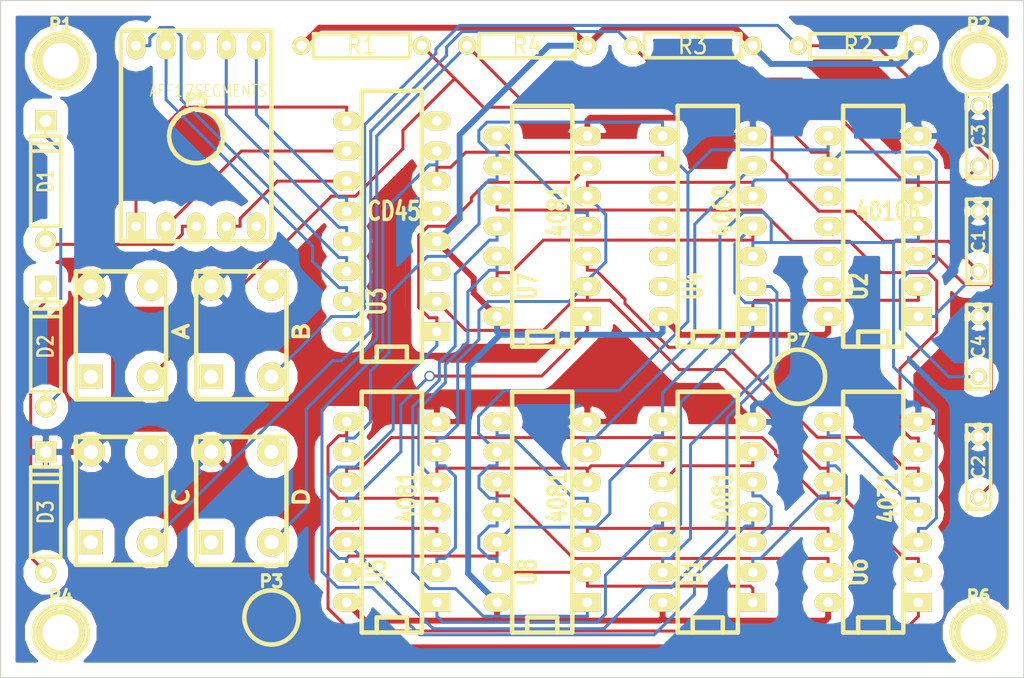
<source format=kicad_pcb>
(kicad_pcb (version 3) (host pcbnew "(2013-07-07 BZR 4022)-stable")

  (general
    (links 100)
    (no_connects 0)
    (area 107.899999 54.559999 194.360001 112.379)
    (thickness 1.6)
    (drawings 5)
    (tracks 557)
    (zones 0)
    (modules 31)
    (nets 42)
  )

  (page A3)
  (layers
    (15 F.Cu signal)
    (0 B.Cu signal)
    (16 B.Adhes user)
    (17 F.Adhes user)
    (18 B.Paste user)
    (19 F.Paste user)
    (20 B.SilkS user)
    (21 F.SilkS user)
    (22 B.Mask user)
    (23 F.Mask user)
    (24 Dwgs.User user)
    (25 Cmts.User user)
    (26 Eco1.User user)
    (27 Eco2.User user)
    (28 Edge.Cuts user)
  )

  (setup
    (last_trace_width 0.5)
    (trace_clearance 1)
    (zone_clearance 0.508)
    (zone_45_only no)
    (trace_min 0.254)
    (segment_width 0.2)
    (edge_width 0.1)
    (via_size 0.889)
    (via_drill 0.635)
    (via_min_size 0.889)
    (via_min_drill 0.508)
    (uvia_size 0.508)
    (uvia_drill 0.127)
    (uvias_allowed no)
    (uvia_min_size 0.508)
    (uvia_min_drill 0.127)
    (pcb_text_width 0.3)
    (pcb_text_size 1.5 1.5)
    (mod_edge_width 0.15)
    (mod_text_size 1 1)
    (mod_text_width 0.15)
    (pad_size 4.064 4.064)
    (pad_drill 0)
    (pad_to_mask_clearance 0)
    (aux_axis_origin 0 0)
    (visible_elements 7FFFFFFF)
    (pcbplotparams
      (layerselection 284196865)
      (usegerberextensions true)
      (excludeedgelayer true)
      (linewidth 0.150000)
      (plotframeref false)
      (viasonmask false)
      (mode 1)
      (useauxorigin false)
      (hpglpennumber 1)
      (hpglpenspeed 20)
      (hpglpendiameter 15)
      (hpglpenoverlay 2)
      (psnegative false)
      (psa4output false)
      (plotreference true)
      (plotvalue true)
      (plotothertext true)
      (plotinvisibletext false)
      (padsonsilk false)
      (subtractmaskfromsilk false)
      (outputformat 1)
      (mirror false)
      (drillshape 0)
      (scaleselection 1)
      (outputdirectory ""))
  )

  (net 0 "")
  (net 1 A)
  (net 2 AN)
  (net 3 B)
  (net 4 BN)
  (net 5 C)
  (net 6 CN)
  (net 7 D)
  (net 8 DIO)
  (net 9 DN)
  (net 10 N-000001)
  (net 11 N-0000011)
  (net 12 N-0000012)
  (net 13 N-0000013)
  (net 14 N-0000014)
  (net 15 N-0000016)
  (net 16 N-0000017)
  (net 17 N-000002)
  (net 18 N-0000020)
  (net 19 N-0000021)
  (net 20 N-0000022)
  (net 21 N-0000023)
  (net 22 N-0000024)
  (net 23 N-0000025)
  (net 24 N-0000026)
  (net 25 N-0000027)
  (net 26 N-0000028)
  (net 27 N-0000029)
  (net 28 N-000003)
  (net 29 N-0000030)
  (net 30 N-0000031)
  (net 31 N-0000032)
  (net 32 N-000004)
  (net 33 N-0000041)
  (net 34 N-0000042)
  (net 35 N-000005)
  (net 36 N-000006)
  (net 37 N-000007)
  (net 38 N-000008)
  (net 39 N-000009)
  (net 40 VDD)
  (net 41 VSS)

  (net_class Default "Esta é a classe de net default."
    (clearance 1)
    (trace_width 0.5)
    (via_dia 0.889)
    (via_drill 0.635)
    (uvia_dia 0.508)
    (uvia_drill 0.127)
    (add_net "")
    (add_net A)
    (add_net AN)
    (add_net B)
    (add_net BN)
    (add_net C)
    (add_net CN)
    (add_net D)
    (add_net DIO)
    (add_net DN)
    (add_net N-000001)
    (add_net N-0000011)
    (add_net N-0000012)
    (add_net N-0000013)
    (add_net N-0000014)
    (add_net N-0000016)
    (add_net N-0000017)
    (add_net N-000002)
    (add_net N-0000020)
    (add_net N-0000021)
    (add_net N-0000022)
    (add_net N-0000023)
    (add_net N-0000024)
    (add_net N-0000025)
    (add_net N-0000026)
    (add_net N-0000027)
    (add_net N-0000028)
    (add_net N-0000029)
    (add_net N-000003)
    (add_net N-0000030)
    (add_net N-0000031)
    (add_net N-0000032)
    (add_net N-000004)
    (add_net N-0000041)
    (add_net N-0000042)
    (add_net N-000005)
    (add_net N-000006)
    (add_net N-000007)
    (add_net N-000008)
    (add_net N-000009)
  )

  (net_class 1 ""
    (clearance 1)
    (trace_width 0.5)
    (via_dia 0.889)
    (via_drill 0.635)
    (uvia_dia 0.508)
    (uvia_drill 0.127)
    (add_net VDD)
    (add_net VSS)
  )

  (net_class POWER ""
    (clearance 1)
    (trace_width 0.5)
    (via_dia 0.889)
    (via_drill 0.635)
    (uvia_dia 0.508)
    (uvia_drill 0.127)
  )

  (module R4 (layer F.Cu) (tedit 200000) (tstamp 5A0635E9)
    (at 138.43 58.42)
    (descr "Resitance 4 pas")
    (tags R)
    (path /59F3CD7D)
    (autoplace_cost180 10)
    (fp_text reference R1 (at 0 0) (layer F.SilkS)
      (effects (font (size 1.397 1.27) (thickness 0.2032)))
    )
    (fp_text value 10K (at 0 0) (layer F.SilkS) hide
      (effects (font (size 1.397 1.27) (thickness 0.2032)))
    )
    (fp_line (start -5.08 0) (end -4.064 0) (layer F.SilkS) (width 0.3048))
    (fp_line (start -4.064 0) (end -4.064 -1.016) (layer F.SilkS) (width 0.3048))
    (fp_line (start -4.064 -1.016) (end 4.064 -1.016) (layer F.SilkS) (width 0.3048))
    (fp_line (start 4.064 -1.016) (end 4.064 1.016) (layer F.SilkS) (width 0.3048))
    (fp_line (start 4.064 1.016) (end -4.064 1.016) (layer F.SilkS) (width 0.3048))
    (fp_line (start -4.064 1.016) (end -4.064 0) (layer F.SilkS) (width 0.3048))
    (fp_line (start -4.064 -0.508) (end -3.556 -1.016) (layer F.SilkS) (width 0.3048))
    (fp_line (start 5.08 0) (end 4.064 0) (layer F.SilkS) (width 0.3048))
    (pad 1 thru_hole circle (at -5.08 0) (size 1.524 1.524) (drill 0.8128)
      (layers *.Cu *.Mask F.SilkS)
      (net 40 VDD)
    )
    (pad 2 thru_hole circle (at 5.08 0) (size 1.524 1.524) (drill 0.8128)
      (layers *.Cu *.Mask F.SilkS)
      (net 18 N-0000020)
    )
    (model discret/resistor.wrl
      (at (xyz 0 0 0))
      (scale (xyz 0.4 0.4 0.4))
      (rotate (xyz 0 0 0))
    )
  )

  (module R4 (layer F.Cu) (tedit 200000) (tstamp 5A0635F7)
    (at 180.34 58.42 180)
    (descr "Resitance 4 pas")
    (tags R)
    (path /59F3CEC2)
    (autoplace_cost180 10)
    (fp_text reference R2 (at 0 0 180) (layer F.SilkS)
      (effects (font (size 1.397 1.27) (thickness 0.2032)))
    )
    (fp_text value 10K (at 0 0 180) (layer F.SilkS) hide
      (effects (font (size 1.397 1.27) (thickness 0.2032)))
    )
    (fp_line (start -5.08 0) (end -4.064 0) (layer F.SilkS) (width 0.3048))
    (fp_line (start -4.064 0) (end -4.064 -1.016) (layer F.SilkS) (width 0.3048))
    (fp_line (start -4.064 -1.016) (end 4.064 -1.016) (layer F.SilkS) (width 0.3048))
    (fp_line (start 4.064 -1.016) (end 4.064 1.016) (layer F.SilkS) (width 0.3048))
    (fp_line (start 4.064 1.016) (end -4.064 1.016) (layer F.SilkS) (width 0.3048))
    (fp_line (start -4.064 1.016) (end -4.064 0) (layer F.SilkS) (width 0.3048))
    (fp_line (start -4.064 -0.508) (end -3.556 -1.016) (layer F.SilkS) (width 0.3048))
    (fp_line (start 5.08 0) (end 4.064 0) (layer F.SilkS) (width 0.3048))
    (pad 1 thru_hole circle (at -5.08 0 180) (size 1.524 1.524) (drill 0.8128)
      (layers *.Cu *.Mask F.SilkS)
      (net 40 VDD)
    )
    (pad 2 thru_hole circle (at 5.08 0 180) (size 1.524 1.524) (drill 0.8128)
      (layers *.Cu *.Mask F.SilkS)
      (net 31 N-0000032)
    )
    (model discret/resistor.wrl
      (at (xyz 0 0 0))
      (scale (xyz 0.4 0.4 0.4))
      (rotate (xyz 0 0 0))
    )
  )

  (module R4 (layer F.Cu) (tedit 200000) (tstamp 5A063605)
    (at 166.37 58.42 180)
    (descr "Resitance 4 pas")
    (tags R)
    (path /59F3CEF2)
    (autoplace_cost180 10)
    (fp_text reference R3 (at 0 0 180) (layer F.SilkS)
      (effects (font (size 1.397 1.27) (thickness 0.2032)))
    )
    (fp_text value 10K (at 0 0 180) (layer F.SilkS) hide
      (effects (font (size 1.397 1.27) (thickness 0.2032)))
    )
    (fp_line (start -5.08 0) (end -4.064 0) (layer F.SilkS) (width 0.3048))
    (fp_line (start -4.064 0) (end -4.064 -1.016) (layer F.SilkS) (width 0.3048))
    (fp_line (start -4.064 -1.016) (end 4.064 -1.016) (layer F.SilkS) (width 0.3048))
    (fp_line (start 4.064 -1.016) (end 4.064 1.016) (layer F.SilkS) (width 0.3048))
    (fp_line (start 4.064 1.016) (end -4.064 1.016) (layer F.SilkS) (width 0.3048))
    (fp_line (start -4.064 1.016) (end -4.064 0) (layer F.SilkS) (width 0.3048))
    (fp_line (start -4.064 -0.508) (end -3.556 -1.016) (layer F.SilkS) (width 0.3048))
    (fp_line (start 5.08 0) (end 4.064 0) (layer F.SilkS) (width 0.3048))
    (pad 1 thru_hole circle (at -5.08 0 180) (size 1.524 1.524) (drill 0.8128)
      (layers *.Cu *.Mask F.SilkS)
      (net 40 VDD)
    )
    (pad 2 thru_hole circle (at 5.08 0 180) (size 1.524 1.524) (drill 0.8128)
      (layers *.Cu *.Mask F.SilkS)
      (net 13 N-0000013)
    )
    (model discret/resistor.wrl
      (at (xyz 0 0 0))
      (scale (xyz 0.4 0.4 0.4))
      (rotate (xyz 0 0 0))
    )
  )

  (module R4 (layer F.Cu) (tedit 200000) (tstamp 5A063613)
    (at 152.4 58.42 180)
    (descr "Resitance 4 pas")
    (tags R)
    (path /59F3CF22)
    (autoplace_cost180 10)
    (fp_text reference R4 (at 0 0 180) (layer F.SilkS)
      (effects (font (size 1.397 1.27) (thickness 0.2032)))
    )
    (fp_text value 10K (at 0 0 180) (layer F.SilkS) hide
      (effects (font (size 1.397 1.27) (thickness 0.2032)))
    )
    (fp_line (start -5.08 0) (end -4.064 0) (layer F.SilkS) (width 0.3048))
    (fp_line (start -4.064 0) (end -4.064 -1.016) (layer F.SilkS) (width 0.3048))
    (fp_line (start -4.064 -1.016) (end 4.064 -1.016) (layer F.SilkS) (width 0.3048))
    (fp_line (start 4.064 -1.016) (end 4.064 1.016) (layer F.SilkS) (width 0.3048))
    (fp_line (start 4.064 1.016) (end -4.064 1.016) (layer F.SilkS) (width 0.3048))
    (fp_line (start -4.064 1.016) (end -4.064 0) (layer F.SilkS) (width 0.3048))
    (fp_line (start -4.064 -0.508) (end -3.556 -1.016) (layer F.SilkS) (width 0.3048))
    (fp_line (start 5.08 0) (end 4.064 0) (layer F.SilkS) (width 0.3048))
    (pad 1 thru_hole circle (at -5.08 0 180) (size 1.524 1.524) (drill 0.8128)
      (layers *.Cu *.Mask F.SilkS)
      (net 40 VDD)
    )
    (pad 2 thru_hole circle (at 5.08 0 180) (size 1.524 1.524) (drill 0.8128)
      (layers *.Cu *.Mask F.SilkS)
      (net 12 N-0000012)
    )
    (model discret/resistor.wrl
      (at (xyz 0 0 0))
      (scale (xyz 0.4 0.4 0.4))
      (rotate (xyz 0 0 0))
    )
  )

  (module DIP-16__300_ELL (layer F.Cu) (tedit 5A06399D) (tstamp 5A06362F)
    (at 140.97 73.66 90)
    (descr "16 pins DIL package, elliptical pads")
    (tags DIL)
    (path /59F3CCF1)
    (fp_text reference U3 (at -6.35 -1.27 90) (layer F.SilkS)
      (effects (font (size 1.524 1.143) (thickness 0.3048)))
    )
    (fp_text value CD4511 (at 1.27 1.27 180) (layer F.SilkS)
      (effects (font (size 1.524 1.143) (thickness 0.3048)))
    )
    (fp_line (start -11.43 -1.27) (end -11.43 -1.27) (layer F.SilkS) (width 0.381))
    (fp_line (start -11.43 -1.27) (end -10.16 -1.27) (layer F.SilkS) (width 0.381))
    (fp_line (start -10.16 -1.27) (end -10.16 1.27) (layer F.SilkS) (width 0.381))
    (fp_line (start -10.16 1.27) (end -11.43 1.27) (layer F.SilkS) (width 0.381))
    (fp_line (start -11.43 -2.54) (end 11.43 -2.54) (layer F.SilkS) (width 0.381))
    (fp_line (start 11.43 -2.54) (end 11.43 2.54) (layer F.SilkS) (width 0.381))
    (fp_line (start 11.43 2.54) (end -11.43 2.54) (layer F.SilkS) (width 0.381))
    (fp_line (start -11.43 2.54) (end -11.43 -2.54) (layer F.SilkS) (width 0.381))
    (pad 1 thru_hole rect (at -8.89 3.81 90) (size 1.5748 2.286) (drill 0.8128)
      (layers *.Cu *.Mask F.SilkS)
      (net 3 B)
    )
    (pad 2 thru_hole oval (at -6.35 3.81 90) (size 1.5748 2.286) (drill 0.8128)
      (layers *.Cu *.Mask F.SilkS)
      (net 5 C)
    )
    (pad 3 thru_hole oval (at -3.81 3.81 90) (size 1.5748 2.286) (drill 0.8128)
      (layers *.Cu *.Mask F.SilkS)
    )
    (pad 4 thru_hole oval (at -1.27 3.81 90) (size 1.5748 2.286) (drill 0.8128)
      (layers *.Cu *.Mask F.SilkS)
      (net 40 VDD)
    )
    (pad 5 thru_hole oval (at 1.27 3.81 90) (size 1.5748 2.286) (drill 0.8128)
      (layers *.Cu *.Mask F.SilkS)
      (net 41 VSS)
    )
    (pad 6 thru_hole oval (at 3.81 3.81 90) (size 1.5748 2.286) (drill 0.8128)
      (layers *.Cu *.Mask F.SilkS)
      (net 7 D)
    )
    (pad 7 thru_hole oval (at 6.35 3.81 90) (size 1.5748 2.286) (drill 0.8128)
      (layers *.Cu *.Mask F.SilkS)
      (net 15 N-0000016)
    )
    (pad 8 thru_hole oval (at 8.89 3.81 90) (size 1.5748 2.286) (drill 0.8128)
      (layers *.Cu *.Mask F.SilkS)
    )
    (pad 9 thru_hole oval (at 8.89 -3.81 90) (size 1.5748 2.286) (drill 0.8128)
      (layers *.Cu *.Mask F.SilkS)
      (net 35 N-000005)
    )
    (pad 10 thru_hole oval (at 6.35 -3.81 90) (size 1.5748 2.286) (drill 0.8128)
      (layers *.Cu *.Mask F.SilkS)
      (net 36 N-000006)
    )
    (pad 11 thru_hole oval (at 3.81 -3.81 90) (size 1.5748 2.286) (drill 0.8128)
      (layers *.Cu *.Mask F.SilkS)
      (net 37 N-000007)
    )
    (pad 12 thru_hole oval (at 1.27 -3.81 90) (size 1.5748 2.286) (drill 0.8128)
      (layers *.Cu *.Mask F.SilkS)
      (net 38 N-000008)
    )
    (pad 13 thru_hole oval (at -1.27 -3.81 90) (size 1.5748 2.286) (drill 0.8128)
      (layers *.Cu *.Mask F.SilkS)
      (net 39 N-000009)
    )
    (pad 14 thru_hole oval (at -3.81 -3.81 90) (size 1.5748 2.286) (drill 0.8128)
      (layers *.Cu *.Mask F.SilkS)
      (net 28 N-000003)
    )
    (pad 15 thru_hole oval (at -6.35 -3.81 90) (size 1.5748 2.286) (drill 0.8128)
      (layers *.Cu *.Mask F.SilkS)
      (net 32 N-000004)
    )
    (pad 16 thru_hole oval (at -8.89 -3.81 90) (size 1.5748 2.286) (drill 0.8128)
      (layers *.Cu *.Mask F.SilkS)
    )
    (model dil/dil_16.wrl
      (at (xyz 0 0 0))
      (scale (xyz 1 1 1))
      (rotate (xyz 0 0 0))
    )
  )

  (module DIP-14__300_ELL (layer F.Cu) (tedit 200000) (tstamp 5A063648)
    (at 153.67 73.66 90)
    (descr "14 pins DIL package, elliptical pads")
    (tags DIL)
    (path /59F3D1DD)
    (fp_text reference U7 (at -5.08 -1.27 90) (layer F.SilkS)
      (effects (font (size 1.524 1.143) (thickness 0.3048)))
    )
    (fp_text value 4081 (at 1.27 1.27 90) (layer F.SilkS)
      (effects (font (size 1.524 1.143) (thickness 0.3048)))
    )
    (fp_line (start -10.16 -2.54) (end 10.16 -2.54) (layer F.SilkS) (width 0.381))
    (fp_line (start 10.16 2.54) (end -10.16 2.54) (layer F.SilkS) (width 0.381))
    (fp_line (start -10.16 2.54) (end -10.16 -2.54) (layer F.SilkS) (width 0.381))
    (fp_line (start -10.16 -1.27) (end -8.89 -1.27) (layer F.SilkS) (width 0.381))
    (fp_line (start -8.89 -1.27) (end -8.89 1.27) (layer F.SilkS) (width 0.381))
    (fp_line (start -8.89 1.27) (end -10.16 1.27) (layer F.SilkS) (width 0.381))
    (fp_line (start 10.16 -2.54) (end 10.16 2.54) (layer F.SilkS) (width 0.381))
    (pad 1 thru_hole rect (at -7.62 3.81 90) (size 1.5748 2.286) (drill 0.8128)
      (layers *.Cu *.Mask F.SilkS)
      (net 25 N-0000027)
    )
    (pad 2 thru_hole oval (at -5.08 3.81 90) (size 1.5748 2.286) (drill 0.8128)
      (layers *.Cu *.Mask F.SilkS)
      (net 5 C)
    )
    (pad 3 thru_hole oval (at -2.54 3.81 90) (size 1.5748 2.286) (drill 0.8128)
      (layers *.Cu *.Mask F.SilkS)
      (net 22 N-0000024)
    )
    (pad 4 thru_hole oval (at 0 3.81 90) (size 1.5748 2.286) (drill 0.8128)
      (layers *.Cu *.Mask F.SilkS)
      (net 24 N-0000026)
    )
    (pad 5 thru_hole oval (at 2.54 3.81 90) (size 1.5748 2.286) (drill 0.8128)
      (layers *.Cu *.Mask F.SilkS)
      (net 5 C)
    )
    (pad 6 thru_hole oval (at 5.08 3.81 90) (size 1.5748 2.286) (drill 0.8128)
      (layers *.Cu *.Mask F.SilkS)
      (net 3 B)
    )
    (pad 7 thru_hole oval (at 7.62 3.81 90) (size 1.5748 2.286) (drill 0.8128)
      (layers *.Cu *.Mask F.SilkS)
      (net 41 VSS)
    )
    (pad 8 thru_hole oval (at 7.62 -3.81 90) (size 1.5748 2.286) (drill 0.8128)
      (layers *.Cu *.Mask F.SilkS)
      (net 24 N-0000026)
    )
    (pad 9 thru_hole oval (at 5.08 -3.81 90) (size 1.5748 2.286) (drill 0.8128)
      (layers *.Cu *.Mask F.SilkS)
      (net 9 DN)
    )
    (pad 10 thru_hole oval (at 2.54 -3.81 90) (size 1.5748 2.286) (drill 0.8128)
      (layers *.Cu *.Mask F.SilkS)
      (net 23 N-0000025)
    )
    (pad 11 thru_hole oval (at 0 -3.81 90) (size 1.5748 2.286) (drill 0.8128)
      (layers *.Cu *.Mask F.SilkS)
      (net 21 N-0000023)
    )
    (pad 12 thru_hole oval (at -2.54 -3.81 90) (size 1.5748 2.286) (drill 0.8128)
      (layers *.Cu *.Mask F.SilkS)
      (net 1 A)
    )
    (pad 13 thru_hole oval (at -5.08 -3.81 90) (size 1.5748 2.286) (drill 0.8128)
      (layers *.Cu *.Mask F.SilkS)
      (net 4 BN)
    )
    (pad 14 thru_hole oval (at -7.62 -3.81 90) (size 1.5748 2.286) (drill 0.8128)
      (layers *.Cu *.Mask F.SilkS)
      (net 40 VDD)
    )
    (model dil/dil_14.wrl
      (at (xyz 0 0 0))
      (scale (xyz 1 1 1))
      (rotate (xyz 0 0 0))
    )
  )

  (module DIP-14__300_ELL (layer F.Cu) (tedit 5A0639AB) (tstamp 5A063661)
    (at 140.97 97.79 90)
    (descr "14 pins DIL package, elliptical pads")
    (tags DIL)
    (path /59F3D1AC)
    (fp_text reference U5 (at -5.08 -1.27 90) (layer F.SilkS)
      (effects (font (size 1.524 1.143) (thickness 0.3048)))
    )
    (fp_text value 4081 (at 1.27 1.27 90) (layer F.SilkS)
      (effects (font (size 1.524 1.143) (thickness 0.3048)))
    )
    (fp_line (start -10.16 -2.54) (end 10.16 -2.54) (layer F.SilkS) (width 0.381))
    (fp_line (start 10.16 2.54) (end -10.16 2.54) (layer F.SilkS) (width 0.381))
    (fp_line (start -10.16 2.54) (end -10.16 -2.54) (layer F.SilkS) (width 0.381))
    (fp_line (start -10.16 -1.27) (end -8.89 -1.27) (layer F.SilkS) (width 0.381))
    (fp_line (start -8.89 -1.27) (end -8.89 1.27) (layer F.SilkS) (width 0.381))
    (fp_line (start -8.89 1.27) (end -10.16 1.27) (layer F.SilkS) (width 0.381))
    (fp_line (start 10.16 -2.54) (end 10.16 2.54) (layer F.SilkS) (width 0.381))
    (pad 1 thru_hole rect (at -7.62 3.81 90) (size 1.5748 2.286) (drill 0.8128)
      (layers *.Cu *.Mask F.SilkS)
      (net 29 N-0000030)
    )
    (pad 2 thru_hole oval (at -5.08 3.81 90) (size 1.5748 2.286) (drill 0.8128)
      (layers *.Cu *.Mask F.SilkS)
      (net 5 C)
    )
    (pad 3 thru_hole oval (at -2.54 3.81 90) (size 1.5748 2.286) (drill 0.8128)
      (layers *.Cu *.Mask F.SilkS)
      (net 11 N-0000011)
    )
    (pad 4 thru_hole oval (at 0 3.81 90) (size 1.5748 2.286) (drill 0.8128)
      (layers *.Cu *.Mask F.SilkS)
      (net 27 N-0000029)
    )
    (pad 5 thru_hole oval (at 2.54 3.81 90) (size 1.5748 2.286) (drill 0.8128)
      (layers *.Cu *.Mask F.SilkS)
      (net 1 A)
    )
    (pad 6 thru_hole oval (at 5.08 3.81 90) (size 1.5748 2.286) (drill 0.8128)
      (layers *.Cu *.Mask F.SilkS)
      (net 5 C)
    )
    (pad 7 thru_hole oval (at 7.62 3.81 90) (size 1.5748 2.286) (drill 0.8128)
      (layers *.Cu *.Mask F.SilkS)
      (net 41 VSS)
    )
    (pad 8 thru_hole oval (at 7.62 -3.81 90) (size 1.5748 2.286) (drill 0.8128)
      (layers *.Cu *.Mask F.SilkS)
      (net 27 N-0000029)
    )
    (pad 9 thru_hole oval (at 5.08 -3.81 90) (size 1.5748 2.286) (drill 0.8128)
      (layers *.Cu *.Mask F.SilkS)
      (net 9 DN)
    )
    (pad 10 thru_hole oval (at 2.54 -3.81 90) (size 1.5748 2.286) (drill 0.8128)
      (layers *.Cu *.Mask F.SilkS)
      (net 26 N-0000028)
    )
    (pad 11 thru_hole oval (at 0 -3.81 90) (size 1.5748 2.286) (drill 0.8128)
      (layers *.Cu *.Mask F.SilkS)
      (net 25 N-0000027)
    )
    (pad 12 thru_hole oval (at -2.54 -3.81 90) (size 1.5748 2.286) (drill 0.8128)
      (layers *.Cu *.Mask F.SilkS)
      (net 2 AN)
    )
    (pad 13 thru_hole oval (at -5.08 -3.81 90) (size 1.5748 2.286) (drill 0.8128)
      (layers *.Cu *.Mask F.SilkS)
      (net 3 B)
    )
    (pad 14 thru_hole oval (at -7.62 -3.81 90) (size 1.5748 2.286) (drill 0.8128)
      (layers *.Cu *.Mask F.SilkS)
      (net 40 VDD)
    )
    (model dil/dil_14.wrl
      (at (xyz 0 0 0))
      (scale (xyz 1 1 1))
      (rotate (xyz 0 0 0))
    )
  )

  (module DIP-14__300_ELL (layer F.Cu) (tedit 200000) (tstamp 5A06367A)
    (at 167.64 73.66 90)
    (descr "14 pins DIL package, elliptical pads")
    (tags DIL)
    (path /59F3D161)
    (fp_text reference U4 (at -5.08 -1.27 90) (layer F.SilkS)
      (effects (font (size 1.524 1.143) (thickness 0.3048)))
    )
    (fp_text value 4069 (at 1.27 1.27 90) (layer F.SilkS)
      (effects (font (size 1.524 1.143) (thickness 0.3048)))
    )
    (fp_line (start -10.16 -2.54) (end 10.16 -2.54) (layer F.SilkS) (width 0.381))
    (fp_line (start 10.16 2.54) (end -10.16 2.54) (layer F.SilkS) (width 0.381))
    (fp_line (start -10.16 2.54) (end -10.16 -2.54) (layer F.SilkS) (width 0.381))
    (fp_line (start -10.16 -1.27) (end -8.89 -1.27) (layer F.SilkS) (width 0.381))
    (fp_line (start -8.89 -1.27) (end -8.89 1.27) (layer F.SilkS) (width 0.381))
    (fp_line (start -8.89 1.27) (end -10.16 1.27) (layer F.SilkS) (width 0.381))
    (fp_line (start 10.16 -2.54) (end 10.16 2.54) (layer F.SilkS) (width 0.381))
    (pad 1 thru_hole rect (at -7.62 3.81 90) (size 1.5748 2.286) (drill 0.8128)
      (layers *.Cu *.Mask F.SilkS)
      (net 1 A)
    )
    (pad 2 thru_hole oval (at -5.08 3.81 90) (size 1.5748 2.286) (drill 0.8128)
      (layers *.Cu *.Mask F.SilkS)
      (net 2 AN)
    )
    (pad 3 thru_hole oval (at -2.54 3.81 90) (size 1.5748 2.286) (drill 0.8128)
      (layers *.Cu *.Mask F.SilkS)
      (net 3 B)
    )
    (pad 4 thru_hole oval (at 0 3.81 90) (size 1.5748 2.286) (drill 0.8128)
      (layers *.Cu *.Mask F.SilkS)
      (net 4 BN)
    )
    (pad 5 thru_hole oval (at 2.54 3.81 90) (size 1.5748 2.286) (drill 0.8128)
      (layers *.Cu *.Mask F.SilkS)
      (net 5 C)
    )
    (pad 6 thru_hole oval (at 5.08 3.81 90) (size 1.5748 2.286) (drill 0.8128)
      (layers *.Cu *.Mask F.SilkS)
      (net 6 CN)
    )
    (pad 7 thru_hole oval (at 7.62 3.81 90) (size 1.5748 2.286) (drill 0.8128)
      (layers *.Cu *.Mask F.SilkS)
      (net 41 VSS)
    )
    (pad 8 thru_hole oval (at 7.62 -3.81 90) (size 1.5748 2.286) (drill 0.8128)
      (layers *.Cu *.Mask F.SilkS)
      (net 9 DN)
    )
    (pad 9 thru_hole oval (at 5.08 -3.81 90) (size 1.5748 2.286) (drill 0.8128)
      (layers *.Cu *.Mask F.SilkS)
      (net 7 D)
    )
    (pad 10 thru_hole oval (at 2.54 -3.81 90) (size 1.5748 2.286) (drill 0.8128)
      (layers *.Cu *.Mask F.SilkS)
    )
    (pad 11 thru_hole oval (at 0 -3.81 90) (size 1.5748 2.286) (drill 0.8128)
      (layers *.Cu *.Mask F.SilkS)
    )
    (pad 12 thru_hole oval (at -2.54 -3.81 90) (size 1.5748 2.286) (drill 0.8128)
      (layers *.Cu *.Mask F.SilkS)
    )
    (pad 13 thru_hole oval (at -5.08 -3.81 90) (size 1.5748 2.286) (drill 0.8128)
      (layers *.Cu *.Mask F.SilkS)
    )
    (pad 14 thru_hole oval (at -7.62 -3.81 90) (size 1.5748 2.286) (drill 0.8128)
      (layers *.Cu *.Mask F.SilkS)
      (net 40 VDD)
    )
    (model dil/dil_14.wrl
      (at (xyz 0 0 0))
      (scale (xyz 1 1 1))
      (rotate (xyz 0 0 0))
    )
  )

  (module DIP-14__300_ELL (layer F.Cu) (tedit 200000) (tstamp 5A063693)
    (at 181.61 97.79 90)
    (descr "14 pins DIL package, elliptical pads")
    (tags DIL)
    (path /59F3D143)
    (fp_text reference U6 (at -5.08 -1.27 90) (layer F.SilkS)
      (effects (font (size 1.524 1.143) (thickness 0.3048)))
    )
    (fp_text value 4071 (at 1.27 1.27 90) (layer F.SilkS)
      (effects (font (size 1.524 1.143) (thickness 0.3048)))
    )
    (fp_line (start -10.16 -2.54) (end 10.16 -2.54) (layer F.SilkS) (width 0.381))
    (fp_line (start 10.16 2.54) (end -10.16 2.54) (layer F.SilkS) (width 0.381))
    (fp_line (start -10.16 2.54) (end -10.16 -2.54) (layer F.SilkS) (width 0.381))
    (fp_line (start -10.16 -1.27) (end -8.89 -1.27) (layer F.SilkS) (width 0.381))
    (fp_line (start -8.89 -1.27) (end -8.89 1.27) (layer F.SilkS) (width 0.381))
    (fp_line (start -8.89 1.27) (end -10.16 1.27) (layer F.SilkS) (width 0.381))
    (fp_line (start 10.16 -2.54) (end 10.16 2.54) (layer F.SilkS) (width 0.381))
    (pad 1 thru_hole rect (at -7.62 3.81 90) (size 1.5748 2.286) (drill 0.8128)
      (layers *.Cu *.Mask F.SilkS)
      (net 11 N-0000011)
    )
    (pad 2 thru_hole oval (at -5.08 3.81 90) (size 1.5748 2.286) (drill 0.8128)
      (layers *.Cu *.Mask F.SilkS)
      (net 26 N-0000028)
    )
    (pad 3 thru_hole oval (at -2.54 3.81 90) (size 1.5748 2.286) (drill 0.8128)
      (layers *.Cu *.Mask F.SilkS)
      (net 3 B)
    )
    (pad 4 thru_hole oval (at 0 3.81 90) (size 1.5748 2.286) (drill 0.8128)
      (layers *.Cu *.Mask F.SilkS)
      (net 30 N-0000031)
    )
    (pad 5 thru_hole oval (at 2.54 3.81 90) (size 1.5748 2.286) (drill 0.8128)
      (layers *.Cu *.Mask F.SilkS)
      (net 22 N-0000024)
    )
    (pad 6 thru_hole oval (at 5.08 3.81 90) (size 1.5748 2.286) (drill 0.8128)
      (layers *.Cu *.Mask F.SilkS)
      (net 23 N-0000025)
    )
    (pad 7 thru_hole oval (at 7.62 3.81 90) (size 1.5748 2.286) (drill 0.8128)
      (layers *.Cu *.Mask F.SilkS)
      (net 41 VSS)
    )
    (pad 8 thru_hole oval (at 7.62 -3.81 90) (size 1.5748 2.286) (drill 0.8128)
      (layers *.Cu *.Mask F.SilkS)
      (net 30 N-0000031)
    )
    (pad 9 thru_hole oval (at 5.08 -3.81 90) (size 1.5748 2.286) (drill 0.8128)
      (layers *.Cu *.Mask F.SilkS)
      (net 16 N-0000017)
    )
    (pad 10 thru_hole oval (at 2.54 -3.81 90) (size 1.5748 2.286) (drill 0.8128)
      (layers *.Cu *.Mask F.SilkS)
      (net 5 C)
    )
    (pad 11 thru_hole oval (at 0 -3.81 90) (size 1.5748 2.286) (drill 0.8128)
      (layers *.Cu *.Mask F.SilkS)
      (net 16 N-0000017)
    )
    (pad 12 thru_hole oval (at -2.54 -3.81 90) (size 1.5748 2.286) (drill 0.8128)
      (layers *.Cu *.Mask F.SilkS)
      (net 19 N-0000021)
    )
    (pad 13 thru_hole oval (at -5.08 -3.81 90) (size 1.5748 2.286) (drill 0.8128)
      (layers *.Cu *.Mask F.SilkS)
      (net 14 N-0000014)
    )
    (pad 14 thru_hole oval (at -7.62 -3.81 90) (size 1.5748 2.286) (drill 0.8128)
      (layers *.Cu *.Mask F.SilkS)
      (net 40 VDD)
    )
    (model dil/dil_14.wrl
      (at (xyz 0 0 0))
      (scale (xyz 1 1 1))
      (rotate (xyz 0 0 0))
    )
  )

  (module DIP-14__300_ELL (layer F.Cu) (tedit 200000) (tstamp 5A0636AC)
    (at 167.64 97.79 90)
    (descr "14 pins DIL package, elliptical pads")
    (tags DIL)
    (path /59F3D134)
    (fp_text reference U1 (at -5.08 -1.27 90) (layer F.SilkS)
      (effects (font (size 1.524 1.143) (thickness 0.3048)))
    )
    (fp_text value 4081 (at 1.27 1.27 90) (layer F.SilkS)
      (effects (font (size 1.524 1.143) (thickness 0.3048)))
    )
    (fp_line (start -10.16 -2.54) (end 10.16 -2.54) (layer F.SilkS) (width 0.381))
    (fp_line (start 10.16 2.54) (end -10.16 2.54) (layer F.SilkS) (width 0.381))
    (fp_line (start -10.16 2.54) (end -10.16 -2.54) (layer F.SilkS) (width 0.381))
    (fp_line (start -10.16 -1.27) (end -8.89 -1.27) (layer F.SilkS) (width 0.381))
    (fp_line (start -8.89 -1.27) (end -8.89 1.27) (layer F.SilkS) (width 0.381))
    (fp_line (start -8.89 1.27) (end -10.16 1.27) (layer F.SilkS) (width 0.381))
    (fp_line (start 10.16 -2.54) (end 10.16 2.54) (layer F.SilkS) (width 0.381))
    (pad 1 thru_hole rect (at -7.62 3.81 90) (size 1.5748 2.286) (drill 0.8128)
      (layers *.Cu *.Mask F.SilkS)
      (net 7 D)
    )
    (pad 2 thru_hole oval (at -5.08 3.81 90) (size 1.5748 2.286) (drill 0.8128)
      (layers *.Cu *.Mask F.SilkS)
      (net 5 C)
    )
    (pad 3 thru_hole oval (at -2.54 3.81 90) (size 1.5748 2.286) (drill 0.8128)
      (layers *.Cu *.Mask F.SilkS)
      (net 10 N-000001)
    )
    (pad 4 thru_hole oval (at 0 3.81 90) (size 1.5748 2.286) (drill 0.8128)
      (layers *.Cu *.Mask F.SilkS)
      (net 15 N-0000016)
    )
    (pad 5 thru_hole oval (at 2.54 3.81 90) (size 1.5748 2.286) (drill 0.8128)
      (layers *.Cu *.Mask F.SilkS)
      (net 10 N-000001)
    )
    (pad 6 thru_hole oval (at 5.08 3.81 90) (size 1.5748 2.286) (drill 0.8128)
      (layers *.Cu *.Mask F.SilkS)
      (net 17 N-000002)
    )
    (pad 7 thru_hole oval (at 7.62 3.81 90) (size 1.5748 2.286) (drill 0.8128)
      (layers *.Cu *.Mask F.SilkS)
      (net 41 VSS)
    )
    (pad 8 thru_hole oval (at 7.62 -3.81 90) (size 1.5748 2.286) (drill 0.8128)
      (layers *.Cu *.Mask F.SilkS)
      (net 3 B)
    )
    (pad 9 thru_hole oval (at 5.08 -3.81 90) (size 1.5748 2.286) (drill 0.8128)
      (layers *.Cu *.Mask F.SilkS)
      (net 1 A)
    )
    (pad 10 thru_hole oval (at 2.54 -3.81 90) (size 1.5748 2.286) (drill 0.8128)
      (layers *.Cu *.Mask F.SilkS)
      (net 17 N-000002)
    )
    (pad 11 thru_hole oval (at 0 -3.81 90) (size 1.5748 2.286) (drill 0.8128)
      (layers *.Cu *.Mask F.SilkS)
      (net 29 N-0000030)
    )
    (pad 12 thru_hole oval (at -2.54 -3.81 90) (size 1.5748 2.286) (drill 0.8128)
      (layers *.Cu *.Mask F.SilkS)
      (net 1 A)
    )
    (pad 13 thru_hole oval (at -5.08 -3.81 90) (size 1.5748 2.286) (drill 0.8128)
      (layers *.Cu *.Mask F.SilkS)
      (net 4 BN)
    )
    (pad 14 thru_hole oval (at -7.62 -3.81 90) (size 1.5748 2.286) (drill 0.8128)
      (layers *.Cu *.Mask F.SilkS)
      (net 40 VDD)
    )
    (model dil/dil_14.wrl
      (at (xyz 0 0 0))
      (scale (xyz 1 1 1))
      (rotate (xyz 0 0 0))
    )
  )

  (module DIP-14__300_ELL (layer F.Cu) (tedit 200000) (tstamp 5A0636C5)
    (at 153.67 97.79 90)
    (descr "14 pins DIL package, elliptical pads")
    (tags DIL)
    (path /59F3D1E9)
    (fp_text reference U8 (at -5.08 -1.27 90) (layer F.SilkS)
      (effects (font (size 1.524 1.143) (thickness 0.3048)))
    )
    (fp_text value 4081 (at 1.27 1.27 90) (layer F.SilkS)
      (effects (font (size 1.524 1.143) (thickness 0.3048)))
    )
    (fp_line (start -10.16 -2.54) (end 10.16 -2.54) (layer F.SilkS) (width 0.381))
    (fp_line (start 10.16 2.54) (end -10.16 2.54) (layer F.SilkS) (width 0.381))
    (fp_line (start -10.16 2.54) (end -10.16 -2.54) (layer F.SilkS) (width 0.381))
    (fp_line (start -10.16 -1.27) (end -8.89 -1.27) (layer F.SilkS) (width 0.381))
    (fp_line (start -8.89 -1.27) (end -8.89 1.27) (layer F.SilkS) (width 0.381))
    (fp_line (start -8.89 1.27) (end -10.16 1.27) (layer F.SilkS) (width 0.381))
    (fp_line (start 10.16 -2.54) (end 10.16 2.54) (layer F.SilkS) (width 0.381))
    (pad 1 thru_hole rect (at -7.62 3.81 90) (size 1.5748 2.286) (drill 0.8128)
      (layers *.Cu *.Mask F.SilkS)
      (net 21 N-0000023)
    )
    (pad 2 thru_hole oval (at -5.08 3.81 90) (size 1.5748 2.286) (drill 0.8128)
      (layers *.Cu *.Mask F.SilkS)
      (net 7 D)
    )
    (pad 3 thru_hole oval (at -2.54 3.81 90) (size 1.5748 2.286) (drill 0.8128)
      (layers *.Cu *.Mask F.SilkS)
      (net 19 N-0000021)
    )
    (pad 4 thru_hole oval (at 0 3.81 90) (size 1.5748 2.286) (drill 0.8128)
      (layers *.Cu *.Mask F.SilkS)
      (net 20 N-0000022)
    )
    (pad 5 thru_hole oval (at 2.54 3.81 90) (size 1.5748 2.286) (drill 0.8128)
      (layers *.Cu *.Mask F.SilkS)
      (net 1 A)
    )
    (pad 6 thru_hole oval (at 5.08 3.81 90) (size 1.5748 2.286) (drill 0.8128)
      (layers *.Cu *.Mask F.SilkS)
      (net 6 CN)
    )
    (pad 7 thru_hole oval (at 7.62 3.81 90) (size 1.5748 2.286) (drill 0.8128)
      (layers *.Cu *.Mask F.SilkS)
      (net 41 VSS)
    )
    (pad 8 thru_hole oval (at 7.62 -3.81 90) (size 1.5748 2.286) (drill 0.8128)
      (layers *.Cu *.Mask F.SilkS)
      (net 20 N-0000022)
    )
    (pad 9 thru_hole oval (at 5.08 -3.81 90) (size 1.5748 2.286) (drill 0.8128)
      (layers *.Cu *.Mask F.SilkS)
      (net 7 D)
    )
    (pad 10 thru_hole oval (at 2.54 -3.81 90) (size 1.5748 2.286) (drill 0.8128)
      (layers *.Cu *.Mask F.SilkS)
      (net 14 N-0000014)
    )
    (pad 11 thru_hole oval (at 0 -3.81 90) (size 1.5748 2.286) (drill 0.8128)
      (layers *.Cu *.Mask F.SilkS)
      (net 7 D)
    )
    (pad 12 thru_hole oval (at -2.54 -3.81 90) (size 1.5748 2.286) (drill 0.8128)
      (layers *.Cu *.Mask F.SilkS)
      (net 3 B)
    )
    (pad 13 thru_hole oval (at -5.08 -3.81 90) (size 1.5748 2.286) (drill 0.8128)
      (layers *.Cu *.Mask F.SilkS)
      (net 7 D)
    )
    (pad 14 thru_hole oval (at -7.62 -3.81 90) (size 1.5748 2.286) (drill 0.8128)
      (layers *.Cu *.Mask F.SilkS)
      (net 40 VDD)
    )
    (model dil/dil_14.wrl
      (at (xyz 0 0 0))
      (scale (xyz 1 1 1))
      (rotate (xyz 0 0 0))
    )
  )

  (module DIP-14__300_ELL (layer F.Cu) (tedit 5A0639D1) (tstamp 5A0636DE)
    (at 181.61 73.66 90)
    (descr "14 pins DIL package, elliptical pads")
    (tags DIL)
    (path /59F3CEE6)
    (fp_text reference U2 (at -5.08 -1.27 90) (layer F.SilkS)
      (effects (font (size 1.524 1.143) (thickness 0.3048)))
    )
    (fp_text value 40106 (at 1.27 1.27 180) (layer F.SilkS)
      (effects (font (size 1.524 1.143) (thickness 0.3048)))
    )
    (fp_line (start -10.16 -2.54) (end 10.16 -2.54) (layer F.SilkS) (width 0.381))
    (fp_line (start 10.16 2.54) (end -10.16 2.54) (layer F.SilkS) (width 0.381))
    (fp_line (start -10.16 2.54) (end -10.16 -2.54) (layer F.SilkS) (width 0.381))
    (fp_line (start -10.16 -1.27) (end -8.89 -1.27) (layer F.SilkS) (width 0.381))
    (fp_line (start -8.89 -1.27) (end -8.89 1.27) (layer F.SilkS) (width 0.381))
    (fp_line (start -8.89 1.27) (end -10.16 1.27) (layer F.SilkS) (width 0.381))
    (fp_line (start 10.16 -2.54) (end 10.16 2.54) (layer F.SilkS) (width 0.381))
    (pad 1 thru_hole rect (at -7.62 3.81 90) (size 1.5748 2.286) (drill 0.8128)
      (layers *.Cu *.Mask F.SilkS)
      (net 18 N-0000020)
    )
    (pad 2 thru_hole oval (at -5.08 3.81 90) (size 1.5748 2.286) (drill 0.8128)
      (layers *.Cu *.Mask F.SilkS)
      (net 1 A)
    )
    (pad 3 thru_hole oval (at -2.54 3.81 90) (size 1.5748 2.286) (drill 0.8128)
      (layers *.Cu *.Mask F.SilkS)
      (net 31 N-0000032)
    )
    (pad 4 thru_hole oval (at 0 3.81 90) (size 1.5748 2.286) (drill 0.8128)
      (layers *.Cu *.Mask F.SilkS)
      (net 3 B)
    )
    (pad 5 thru_hole oval (at 2.54 3.81 90) (size 1.5748 2.286) (drill 0.8128)
      (layers *.Cu *.Mask F.SilkS)
      (net 13 N-0000013)
    )
    (pad 6 thru_hole oval (at 5.08 3.81 90) (size 1.5748 2.286) (drill 0.8128)
      (layers *.Cu *.Mask F.SilkS)
      (net 5 C)
    )
    (pad 7 thru_hole oval (at 7.62 3.81 90) (size 1.5748 2.286) (drill 0.8128)
      (layers *.Cu *.Mask F.SilkS)
      (net 41 VSS)
    )
    (pad 8 thru_hole oval (at 7.62 -3.81 90) (size 1.5748 2.286) (drill 0.8128)
      (layers *.Cu *.Mask F.SilkS)
      (net 7 D)
    )
    (pad 9 thru_hole oval (at 5.08 -3.81 90) (size 1.5748 2.286) (drill 0.8128)
      (layers *.Cu *.Mask F.SilkS)
      (net 12 N-0000012)
    )
    (pad 10 thru_hole oval (at 2.54 -3.81 90) (size 1.5748 2.286) (drill 0.8128)
      (layers *.Cu *.Mask F.SilkS)
    )
    (pad 11 thru_hole oval (at 0 -3.81 90) (size 1.5748 2.286) (drill 0.8128)
      (layers *.Cu *.Mask F.SilkS)
    )
    (pad 12 thru_hole oval (at -2.54 -3.81 90) (size 1.5748 2.286) (drill 0.8128)
      (layers *.Cu *.Mask F.SilkS)
    )
    (pad 13 thru_hole oval (at -5.08 -3.81 90) (size 1.5748 2.286) (drill 0.8128)
      (layers *.Cu *.Mask F.SilkS)
    )
    (pad 14 thru_hole oval (at -7.62 -3.81 90) (size 1.5748 2.286) (drill 0.8128)
      (layers *.Cu *.Mask F.SilkS)
      (net 40 VDD)
    )
    (model dil/dil_14.wrl
      (at (xyz 0 0 0))
      (scale (xyz 1 1 1))
      (rotate (xyz 0 0 0))
    )
  )

  (module D4 (layer F.Cu) (tedit 200000) (tstamp 5A0636EC)
    (at 111.76 69.85 90)
    (descr "Diode 4 pas")
    (tags "DIODE DEV")
    (path /5A064ACE)
    (fp_text reference D1 (at 0 0 90) (layer F.SilkS)
      (effects (font (size 1.27 1.016) (thickness 0.2032)))
    )
    (fp_text value 1N004 (at 0 0 90) (layer F.SilkS) hide
      (effects (font (size 1.27 1.016) (thickness 0.2032)))
    )
    (fp_line (start -3.81 -1.27) (end 3.81 -1.27) (layer F.SilkS) (width 0.3048))
    (fp_line (start 3.81 -1.27) (end 3.81 1.27) (layer F.SilkS) (width 0.3048))
    (fp_line (start 3.81 1.27) (end -3.81 1.27) (layer F.SilkS) (width 0.3048))
    (fp_line (start -3.81 1.27) (end -3.81 -1.27) (layer F.SilkS) (width 0.3048))
    (fp_line (start 3.175 -1.27) (end 3.175 1.27) (layer F.SilkS) (width 0.3048))
    (fp_line (start 2.54 1.27) (end 2.54 -1.27) (layer F.SilkS) (width 0.3048))
    (fp_line (start -3.81 0) (end -5.08 0) (layer F.SilkS) (width 0.3048))
    (fp_line (start 3.81 0) (end 5.08 0) (layer F.SilkS) (width 0.3048))
    (pad 1 thru_hole circle (at -5.08 0 90) (size 1.778 1.778) (drill 1.016)
      (layers *.Cu *.Mask F.SilkS)
      (net 8 DIO)
    )
    (pad 2 thru_hole rect (at 5.08 0 90) (size 1.778 1.778) (drill 1.016)
      (layers *.Cu *.Mask F.SilkS)
      (net 34 N-0000042)
    )
    (model discret/diode.wrl
      (at (xyz 0 0 0))
      (scale (xyz 0.4 0.4 0.4))
      (rotate (xyz 0 0 0))
    )
  )

  (module D4 (layer F.Cu) (tedit 200000) (tstamp 5A0636FA)
    (at 111.76 83.82 90)
    (descr "Diode 4 pas")
    (tags "DIODE DEV")
    (path /5A064AEC)
    (fp_text reference D2 (at 0 0 90) (layer F.SilkS)
      (effects (font (size 1.27 1.016) (thickness 0.2032)))
    )
    (fp_text value 1N004 (at 0 0 90) (layer F.SilkS) hide
      (effects (font (size 1.27 1.016) (thickness 0.2032)))
    )
    (fp_line (start -3.81 -1.27) (end 3.81 -1.27) (layer F.SilkS) (width 0.3048))
    (fp_line (start 3.81 -1.27) (end 3.81 1.27) (layer F.SilkS) (width 0.3048))
    (fp_line (start 3.81 1.27) (end -3.81 1.27) (layer F.SilkS) (width 0.3048))
    (fp_line (start -3.81 1.27) (end -3.81 -1.27) (layer F.SilkS) (width 0.3048))
    (fp_line (start 3.175 -1.27) (end 3.175 1.27) (layer F.SilkS) (width 0.3048))
    (fp_line (start 2.54 1.27) (end 2.54 -1.27) (layer F.SilkS) (width 0.3048))
    (fp_line (start -3.81 0) (end -5.08 0) (layer F.SilkS) (width 0.3048))
    (fp_line (start 3.81 0) (end 5.08 0) (layer F.SilkS) (width 0.3048))
    (pad 1 thru_hole circle (at -5.08 0 90) (size 1.778 1.778) (drill 1.016)
      (layers *.Cu *.Mask F.SilkS)
      (net 34 N-0000042)
    )
    (pad 2 thru_hole rect (at 5.08 0 90) (size 1.778 1.778) (drill 1.016)
      (layers *.Cu *.Mask F.SilkS)
      (net 33 N-0000041)
    )
    (model discret/diode.wrl
      (at (xyz 0 0 0))
      (scale (xyz 0.4 0.4 0.4))
      (rotate (xyz 0 0 0))
    )
  )

  (module D4 (layer F.Cu) (tedit 200000) (tstamp 5A063708)
    (at 111.76 97.79 90)
    (descr "Diode 4 pas")
    (tags "DIODE DEV")
    (path /5A064AFB)
    (fp_text reference D3 (at 0 0 90) (layer F.SilkS)
      (effects (font (size 1.27 1.016) (thickness 0.2032)))
    )
    (fp_text value 1N004 (at 0 0 90) (layer F.SilkS) hide
      (effects (font (size 1.27 1.016) (thickness 0.2032)))
    )
    (fp_line (start -3.81 -1.27) (end 3.81 -1.27) (layer F.SilkS) (width 0.3048))
    (fp_line (start 3.81 -1.27) (end 3.81 1.27) (layer F.SilkS) (width 0.3048))
    (fp_line (start 3.81 1.27) (end -3.81 1.27) (layer F.SilkS) (width 0.3048))
    (fp_line (start -3.81 1.27) (end -3.81 -1.27) (layer F.SilkS) (width 0.3048))
    (fp_line (start 3.175 -1.27) (end 3.175 1.27) (layer F.SilkS) (width 0.3048))
    (fp_line (start 2.54 1.27) (end 2.54 -1.27) (layer F.SilkS) (width 0.3048))
    (fp_line (start -3.81 0) (end -5.08 0) (layer F.SilkS) (width 0.3048))
    (fp_line (start 3.81 0) (end 5.08 0) (layer F.SilkS) (width 0.3048))
    (pad 1 thru_hole circle (at -5.08 0 90) (size 1.778 1.778) (drill 1.016)
      (layers *.Cu *.Mask F.SilkS)
      (net 33 N-0000041)
    )
    (pad 2 thru_hole rect (at 5.08 0 90) (size 1.778 1.778) (drill 1.016)
      (layers *.Cu *.Mask F.SilkS)
      (net 41 VSS)
    )
    (model discret/diode.wrl
      (at (xyz 0 0 0))
      (scale (xyz 0.4 0.4 0.4))
      (rotate (xyz 0 0 0))
    )
  )

  (module C2 (layer F.Cu) (tedit 200000) (tstamp 5A063713)
    (at 190.5 83.82 90)
    (descr "Condensateur = 2 pas")
    (tags C)
    (path /59F3CF1C)
    (fp_text reference C4 (at 0 0 90) (layer F.SilkS)
      (effects (font (size 1.016 1.016) (thickness 0.2032)))
    )
    (fp_text value 100nF (at 0 0 90) (layer F.SilkS) hide
      (effects (font (size 1.016 1.016) (thickness 0.2032)))
    )
    (fp_line (start -3.556 -1.016) (end 3.556 -1.016) (layer F.SilkS) (width 0.3048))
    (fp_line (start 3.556 -1.016) (end 3.556 1.016) (layer F.SilkS) (width 0.3048))
    (fp_line (start 3.556 1.016) (end -3.556 1.016) (layer F.SilkS) (width 0.3048))
    (fp_line (start -3.556 1.016) (end -3.556 -1.016) (layer F.SilkS) (width 0.3048))
    (fp_line (start -3.556 -0.508) (end -3.048 -1.016) (layer F.SilkS) (width 0.3048))
    (pad 1 thru_hole circle (at -2.54 0 90) (size 1.397 1.397) (drill 0.8128)
      (layers *.Cu *.Mask F.SilkS)
      (net 12 N-0000012)
    )
    (pad 2 thru_hole circle (at 2.54 0 90) (size 1.397 1.397) (drill 0.8128)
      (layers *.Cu *.Mask F.SilkS)
      (net 41 VSS)
    )
    (model discret/capa_2pas_5x5mm.wrl
      (at (xyz 0 0 0))
      (scale (xyz 1 1 1))
      (rotate (xyz 0 0 0))
    )
  )

  (module C2 (layer F.Cu) (tedit 200000) (tstamp 5A06371E)
    (at 190.5 66.04 90)
    (descr "Condensateur = 2 pas")
    (tags C)
    (path /59F3CEEC)
    (fp_text reference C3 (at 0 0 90) (layer F.SilkS)
      (effects (font (size 1.016 1.016) (thickness 0.2032)))
    )
    (fp_text value 100nF (at 0 0 90) (layer F.SilkS) hide
      (effects (font (size 1.016 1.016) (thickness 0.2032)))
    )
    (fp_line (start -3.556 -1.016) (end 3.556 -1.016) (layer F.SilkS) (width 0.3048))
    (fp_line (start 3.556 -1.016) (end 3.556 1.016) (layer F.SilkS) (width 0.3048))
    (fp_line (start 3.556 1.016) (end -3.556 1.016) (layer F.SilkS) (width 0.3048))
    (fp_line (start -3.556 1.016) (end -3.556 -1.016) (layer F.SilkS) (width 0.3048))
    (fp_line (start -3.556 -0.508) (end -3.048 -1.016) (layer F.SilkS) (width 0.3048))
    (pad 1 thru_hole circle (at -2.54 0 90) (size 1.397 1.397) (drill 0.8128)
      (layers *.Cu *.Mask F.SilkS)
      (net 13 N-0000013)
    )
    (pad 2 thru_hole circle (at 2.54 0 90) (size 1.397 1.397) (drill 0.8128)
      (layers *.Cu *.Mask F.SilkS)
      (net 41 VSS)
    )
    (model discret/capa_2pas_5x5mm.wrl
      (at (xyz 0 0 0))
      (scale (xyz 1 1 1))
      (rotate (xyz 0 0 0))
    )
  )

  (module C2 (layer F.Cu) (tedit 200000) (tstamp 5A063729)
    (at 190.5 93.98 90)
    (descr "Condensateur = 2 pas")
    (tags C)
    (path /59F3CEBC)
    (fp_text reference C2 (at 0 0 90) (layer F.SilkS)
      (effects (font (size 1.016 1.016) (thickness 0.2032)))
    )
    (fp_text value 100nF (at 0 0 90) (layer F.SilkS) hide
      (effects (font (size 1.016 1.016) (thickness 0.2032)))
    )
    (fp_line (start -3.556 -1.016) (end 3.556 -1.016) (layer F.SilkS) (width 0.3048))
    (fp_line (start 3.556 -1.016) (end 3.556 1.016) (layer F.SilkS) (width 0.3048))
    (fp_line (start 3.556 1.016) (end -3.556 1.016) (layer F.SilkS) (width 0.3048))
    (fp_line (start -3.556 1.016) (end -3.556 -1.016) (layer F.SilkS) (width 0.3048))
    (fp_line (start -3.556 -0.508) (end -3.048 -1.016) (layer F.SilkS) (width 0.3048))
    (pad 1 thru_hole circle (at -2.54 0 90) (size 1.397 1.397) (drill 0.8128)
      (layers *.Cu *.Mask F.SilkS)
      (net 31 N-0000032)
    )
    (pad 2 thru_hole circle (at 2.54 0 90) (size 1.397 1.397) (drill 0.8128)
      (layers *.Cu *.Mask F.SilkS)
      (net 41 VSS)
    )
    (model discret/capa_2pas_5x5mm.wrl
      (at (xyz 0 0 0))
      (scale (xyz 1 1 1))
      (rotate (xyz 0 0 0))
    )
  )

  (module C2 (layer F.Cu) (tedit 200000) (tstamp 5A063734)
    (at 190.5 74.93 90)
    (descr "Condensateur = 2 pas")
    (tags C)
    (path /59F3CD6E)
    (fp_text reference C1 (at 0 0 90) (layer F.SilkS)
      (effects (font (size 1.016 1.016) (thickness 0.2032)))
    )
    (fp_text value 100nF (at 0 0 90) (layer F.SilkS) hide
      (effects (font (size 1.016 1.016) (thickness 0.2032)))
    )
    (fp_line (start -3.556 -1.016) (end 3.556 -1.016) (layer F.SilkS) (width 0.3048))
    (fp_line (start 3.556 -1.016) (end 3.556 1.016) (layer F.SilkS) (width 0.3048))
    (fp_line (start 3.556 1.016) (end -3.556 1.016) (layer F.SilkS) (width 0.3048))
    (fp_line (start -3.556 1.016) (end -3.556 -1.016) (layer F.SilkS) (width 0.3048))
    (fp_line (start -3.556 -0.508) (end -3.048 -1.016) (layer F.SilkS) (width 0.3048))
    (pad 1 thru_hole circle (at -2.54 0 90) (size 1.397 1.397) (drill 0.8128)
      (layers *.Cu *.Mask F.SilkS)
      (net 18 N-0000020)
    )
    (pad 2 thru_hole circle (at 2.54 0 90) (size 1.397 1.397) (drill 0.8128)
      (layers *.Cu *.Mask F.SilkS)
      (net 41 VSS)
    )
    (model discret/capa_2pas_5x5mm.wrl
      (at (xyz 0 0 0))
      (scale (xyz 1 1 1))
      (rotate (xyz 0 0 0))
    )
  )

  (module TACT (layer F.Cu) (tedit 59FCFCF5) (tstamp 5A063740)
    (at 118.11 82.55)
    (descr "Switch Dil 4 elements")
    (tags "SWITCH DEV")
    (path /59F3CDB9)
    (fp_text reference SW1 (at -0.635 6.985) (layer F.SilkS) hide
      (effects (font (size 1.27 1.524) (thickness 0.3048)))
    )
    (fp_text value A (at 5.08 0 90) (layer F.SilkS)
      (effects (font (size 1.27 1.524) (thickness 0.3048)))
    )
    (fp_line (start -3.81 -5.08) (end -3.81 5.715) (layer F.SilkS) (width 0.381))
    (fp_line (start -3.81 5.715) (end 3.81 5.715) (layer F.SilkS) (width 0.381))
    (fp_line (start 3.81 5.715) (end 3.81 -5.08) (layer F.SilkS) (width 0.381))
    (fp_line (start 3.81 -5.08) (end -3.81 -5.08) (layer F.SilkS) (width 0.381))
    (pad "" thru_hole rect (at -2.54 3.81) (size 1.99898 1.99898) (drill 1.19888)
      (layers *.Cu *.Mask F.SilkS)
    )
    (pad 2 thru_hole circle (at 2.54 3.81) (size 2.4003 2.4003) (drill 1.19888)
      (layers *.Cu *.Mask F.SilkS)
      (net 18 N-0000020)
    )
    (pad "" thru_hole circle (at 2.54 -3.81) (size 2.4003 2.4003) (drill 1.19888)
      (layers *.Cu *.Mask F.SilkS)
    )
    (pad 1 thru_hole circle (at -2.54 -3.81) (size 2.4003 2.4003) (drill 1.19888)
      (layers *.Cu *.Mask F.SilkS)
      (net 41 VSS)
    )
    (model discret/push_butt_shape1_blue.wrl
      (at (xyz 0 0 0))
      (scale (xyz 1 1 1))
      (rotate (xyz 0 0 0))
    )
  )

  (module TACT (layer F.Cu) (tedit 59FCFCF5) (tstamp 5A06374C)
    (at 128.27 82.55)
    (descr "Switch Dil 4 elements")
    (tags "SWITCH DEV")
    (path /59F3CEC8)
    (fp_text reference SW2 (at -0.635 6.985) (layer F.SilkS) hide
      (effects (font (size 1.27 1.524) (thickness 0.3048)))
    )
    (fp_text value B (at 5.08 0 90) (layer F.SilkS)
      (effects (font (size 1.27 1.524) (thickness 0.3048)))
    )
    (fp_line (start -3.81 -5.08) (end -3.81 5.715) (layer F.SilkS) (width 0.381))
    (fp_line (start -3.81 5.715) (end 3.81 5.715) (layer F.SilkS) (width 0.381))
    (fp_line (start 3.81 5.715) (end 3.81 -5.08) (layer F.SilkS) (width 0.381))
    (fp_line (start 3.81 -5.08) (end -3.81 -5.08) (layer F.SilkS) (width 0.381))
    (pad "" thru_hole rect (at -2.54 3.81) (size 1.99898 1.99898) (drill 1.19888)
      (layers *.Cu *.Mask F.SilkS)
    )
    (pad 2 thru_hole circle (at 2.54 3.81) (size 2.4003 2.4003) (drill 1.19888)
      (layers *.Cu *.Mask F.SilkS)
      (net 31 N-0000032)
    )
    (pad "" thru_hole circle (at 2.54 -3.81) (size 2.4003 2.4003) (drill 1.19888)
      (layers *.Cu *.Mask F.SilkS)
    )
    (pad 1 thru_hole circle (at -2.54 -3.81) (size 2.4003 2.4003) (drill 1.19888)
      (layers *.Cu *.Mask F.SilkS)
      (net 41 VSS)
    )
    (model discret/push_butt_shape1_blue.wrl
      (at (xyz 0 0 0))
      (scale (xyz 1 1 1))
      (rotate (xyz 0 0 0))
    )
  )

  (module TACT (layer F.Cu) (tedit 59FCFCF5) (tstamp 5A063758)
    (at 118.11 96.52)
    (descr "Switch Dil 4 elements")
    (tags "SWITCH DEV")
    (path /59F3CEF8)
    (fp_text reference SW3 (at -0.635 6.985) (layer F.SilkS) hide
      (effects (font (size 1.27 1.524) (thickness 0.3048)))
    )
    (fp_text value C (at 5.08 0 90) (layer F.SilkS)
      (effects (font (size 1.27 1.524) (thickness 0.3048)))
    )
    (fp_line (start -3.81 -5.08) (end -3.81 5.715) (layer F.SilkS) (width 0.381))
    (fp_line (start -3.81 5.715) (end 3.81 5.715) (layer F.SilkS) (width 0.381))
    (fp_line (start 3.81 5.715) (end 3.81 -5.08) (layer F.SilkS) (width 0.381))
    (fp_line (start 3.81 -5.08) (end -3.81 -5.08) (layer F.SilkS) (width 0.381))
    (pad "" thru_hole rect (at -2.54 3.81) (size 1.99898 1.99898) (drill 1.19888)
      (layers *.Cu *.Mask F.SilkS)
    )
    (pad 2 thru_hole circle (at 2.54 3.81) (size 2.4003 2.4003) (drill 1.19888)
      (layers *.Cu *.Mask F.SilkS)
      (net 13 N-0000013)
    )
    (pad "" thru_hole circle (at 2.54 -3.81) (size 2.4003 2.4003) (drill 1.19888)
      (layers *.Cu *.Mask F.SilkS)
    )
    (pad 1 thru_hole circle (at -2.54 -3.81) (size 2.4003 2.4003) (drill 1.19888)
      (layers *.Cu *.Mask F.SilkS)
      (net 41 VSS)
    )
    (model discret/push_butt_shape1_blue.wrl
      (at (xyz 0 0 0))
      (scale (xyz 1 1 1))
      (rotate (xyz 0 0 0))
    )
  )

  (module TACT (layer F.Cu) (tedit 59FCFCF5) (tstamp 5A063764)
    (at 128.27 96.52)
    (descr "Switch Dil 4 elements")
    (tags "SWITCH DEV")
    (path /59F3CF28)
    (fp_text reference SW4 (at -0.635 6.985) (layer F.SilkS) hide
      (effects (font (size 1.27 1.524) (thickness 0.3048)))
    )
    (fp_text value D (at 5.08 0 90) (layer F.SilkS)
      (effects (font (size 1.27 1.524) (thickness 0.3048)))
    )
    (fp_line (start -3.81 -5.08) (end -3.81 5.715) (layer F.SilkS) (width 0.381))
    (fp_line (start -3.81 5.715) (end 3.81 5.715) (layer F.SilkS) (width 0.381))
    (fp_line (start 3.81 5.715) (end 3.81 -5.08) (layer F.SilkS) (width 0.381))
    (fp_line (start 3.81 -5.08) (end -3.81 -5.08) (layer F.SilkS) (width 0.381))
    (pad "" thru_hole rect (at -2.54 3.81) (size 1.99898 1.99898) (drill 1.19888)
      (layers *.Cu *.Mask F.SilkS)
    )
    (pad 2 thru_hole circle (at 2.54 3.81) (size 2.4003 2.4003) (drill 1.19888)
      (layers *.Cu *.Mask F.SilkS)
      (net 12 N-0000012)
    )
    (pad "" thru_hole circle (at 2.54 -3.81) (size 2.4003 2.4003) (drill 1.19888)
      (layers *.Cu *.Mask F.SilkS)
    )
    (pad 1 thru_hole circle (at -2.54 -3.81) (size 2.4003 2.4003) (drill 1.19888)
      (layers *.Cu *.Mask F.SilkS)
      (net 41 VSS)
    )
    (model discret/push_butt_shape1_blue.wrl
      (at (xyz 0 0 0))
      (scale (xyz 1 1 1))
      (rotate (xyz 0 0 0))
    )
  )

  (module Display_7_Segmentos (layer F.Cu) (tedit 52F21C6B) (tstamp 5A063776)
    (at 124.46 66.04)
    (descr "24 pins DIL package, elliptical pads")
    (tags DIL)
    (path /59F3C8F7)
    (fp_text reference AFF1 (at -2.54 -3.81) (layer F.SilkS)
      (effects (font (size 1 0.8) (thickness 0.1)))
    )
    (fp_text value 7SEGMENTS (at 2.54 -3.81) (layer F.SilkS)
      (effects (font (size 1 0.8) (thickness 0.1)))
    )
    (fp_line (start -6.35 8.89) (end -6.35 -8.89) (layer F.SilkS) (width 0.381))
    (fp_line (start -6.35 -8.89) (end 6.35 -8.89) (layer F.SilkS) (width 0.381))
    (fp_line (start 6.35 -8.89) (end 6.35 8.89) (layer F.SilkS) (width 0.381))
    (fp_line (start 6.35 8.89) (end -6.35 8.89) (layer F.SilkS) (width 0.381))
    (pad 1 thru_hole rect (at -5.08 7.62) (size 1.5748 2.286) (drill 0.8128)
      (layers *.Cu *.Mask F.SilkS)
      (net 35 N-000005)
    )
    (pad 2 thru_hole oval (at -2.54 7.62) (size 1.5748 2.286) (drill 0.8128)
      (layers *.Cu *.Mask F.SilkS)
      (net 36 N-000006)
    )
    (pad 3 thru_hole oval (at 0 7.62) (size 1.5748 2.286) (drill 0.8128)
      (layers *.Cu *.Mask F.SilkS)
      (net 8 DIO)
    )
    (pad 4 thru_hole oval (at 2.54 7.62) (size 1.5748 2.286) (drill 0.8128)
      (layers *.Cu *.Mask F.SilkS)
      (net 37 N-000007)
    )
    (pad 5 thru_hole oval (at 5.08 7.62) (size 1.5748 2.286) (drill 0.8128)
      (layers *.Cu *.Mask F.SilkS)
    )
    (pad 6 thru_hole oval (at 5.08 -7.62) (size 1.5748 2.286) (drill 0.8128)
      (layers *.Cu *.Mask F.SilkS)
      (net 38 N-000008)
    )
    (pad 7 thru_hole oval (at 2.54 -7.62) (size 1.5748 2.286) (drill 0.8128)
      (layers *.Cu *.Mask F.SilkS)
      (net 39 N-000009)
    )
    (pad 8 thru_hole oval (at 0 -7.62) (size 1.5748 2.286) (drill 0.8128)
      (layers *.Cu *.Mask F.SilkS)
    )
    (pad 9 thru_hole oval (at -2.54 -7.62) (size 1.5748 2.286) (drill 0.8128)
      (layers *.Cu *.Mask F.SilkS)
      (net 32 N-000004)
    )
    (pad 10 thru_hole oval (at -5.08 -7.62) (size 1.5748 2.286) (drill 0.8128)
      (layers *.Cu *.Mask F.SilkS)
      (net 28 N-000003)
    )
    (model discret/led_displays/display7seg_red.wrl
      (at (xyz 0 0 0))
      (scale (xyz 1.5 1.2 1))
      (rotate (xyz 0 0 0))
    )
  )

  (module 1pin (layer F.Cu) (tedit 5A0636EE) (tstamp 5A063912)
    (at 175.26 86.36)
    (descr "module 1 pin (ou trou mecanique de percage)")
    (tags DEV)
    (path /5A064F58)
    (fp_text reference P7 (at 0 -3.048) (layer F.SilkS)
      (effects (font (size 1.016 1.016) (thickness 0.254)))
    )
    (fp_text value TST (at 0 2.794) (layer F.SilkS) hide
      (effects (font (size 1.016 1.016) (thickness 0.254)))
    )
    (fp_circle (center 0 0) (end 0 -2.286) (layer F.SilkS) (width 0.381))
    (pad 1 smd circle (at 0 0) (size 4.064 4.064)
      (layers F.Cu F.Paste F.Mask)
    )
  )

  (module 1pin (layer F.Cu) (tedit 5A0636E9) (tstamp 5A063918)
    (at 124.46 66.04)
    (descr "module 1 pin (ou trou mecanique de percage)")
    (tags DEV)
    (path /5A064F67)
    (fp_text reference P5 (at 0 -3.048) (layer F.SilkS)
      (effects (font (size 1.016 1.016) (thickness 0.254)))
    )
    (fp_text value TST (at 0 2.794) (layer F.SilkS) hide
      (effects (font (size 1.016 1.016) (thickness 0.254)))
    )
    (fp_circle (center 0 0) (end 0 -2.286) (layer F.SilkS) (width 0.381))
    (pad 1 smd circle (at 0 0) (size 4.064 4.064)
      (layers F.Cu F.Paste F.Mask)
    )
  )

  (module 1pin (layer F.Cu) (tedit 200000) (tstamp 5A06391E)
    (at 190.5 107.95)
    (descr "module 1 pin (ou trou mecanique de percage)")
    (tags DEV)
    (path /5A064F76)
    (fp_text reference P6 (at 0 -3.048) (layer F.SilkS)
      (effects (font (size 1.016 1.016) (thickness 0.254)))
    )
    (fp_text value TST (at 0 2.794) (layer F.SilkS) hide
      (effects (font (size 1.016 1.016) (thickness 0.254)))
    )
    (fp_circle (center 0 0) (end 0 -2.286) (layer F.SilkS) (width 0.381))
    (pad 1 thru_hole circle (at 0 0) (size 4.064 4.064) (drill 3.048)
      (layers *.Cu *.Mask F.SilkS)
    )
  )

  (module 1pin (layer F.Cu) (tedit 200000) (tstamp 5A063924)
    (at 113.03 107.95)
    (descr "module 1 pin (ou trou mecanique de percage)")
    (tags DEV)
    (path /5A064F85)
    (fp_text reference P4 (at 0 -3.048) (layer F.SilkS)
      (effects (font (size 1.016 1.016) (thickness 0.254)))
    )
    (fp_text value TST (at 0 2.794) (layer F.SilkS) hide
      (effects (font (size 1.016 1.016) (thickness 0.254)))
    )
    (fp_circle (center 0 0) (end 0 -2.286) (layer F.SilkS) (width 0.381))
    (pad 1 thru_hole circle (at 0 0) (size 4.064 4.064) (drill 3.048)
      (layers *.Cu *.Mask F.SilkS)
    )
  )

  (module 1pin (layer F.Cu) (tedit 200000) (tstamp 5A06392A)
    (at 190.5 59.69)
    (descr "module 1 pin (ou trou mecanique de percage)")
    (tags DEV)
    (path /5A064F94)
    (fp_text reference P2 (at 0 -3.048) (layer F.SilkS)
      (effects (font (size 1.016 1.016) (thickness 0.254)))
    )
    (fp_text value TST (at 0 2.794) (layer F.SilkS) hide
      (effects (font (size 1.016 1.016) (thickness 0.254)))
    )
    (fp_circle (center 0 0) (end 0 -2.286) (layer F.SilkS) (width 0.381))
    (pad 1 thru_hole circle (at 0 0) (size 4.064 4.064) (drill 3.048)
      (layers *.Cu *.Mask F.SilkS)
    )
  )

  (module 1pin (layer F.Cu) (tedit 5A0636DB) (tstamp 5A063930)
    (at 130.81 106.68)
    (descr "module 1 pin (ou trou mecanique de percage)")
    (tags DEV)
    (path /5A064FA3)
    (fp_text reference P3 (at 0 -3.048) (layer F.SilkS)
      (effects (font (size 1.016 1.016) (thickness 0.254)))
    )
    (fp_text value TST (at 0 2.794) (layer F.SilkS) hide
      (effects (font (size 1.016 1.016) (thickness 0.254)))
    )
    (fp_circle (center 0 0) (end 0 -2.286) (layer F.SilkS) (width 0.381))
    (pad 1 smd circle (at 0 0) (size 4.064 4.064)
      (layers F.Cu F.Paste F.Mask)
    )
  )

  (module 1pin (layer F.Cu) (tedit 200000) (tstamp 5A063936)
    (at 113.03 59.69)
    (descr "module 1 pin (ou trou mecanique de percage)")
    (tags DEV)
    (path /5A064FB2)
    (fp_text reference P1 (at 0 -3.048) (layer F.SilkS)
      (effects (font (size 1.016 1.016) (thickness 0.254)))
    )
    (fp_text value TST (at 0 2.794) (layer F.SilkS) hide
      (effects (font (size 1.016 1.016) (thickness 0.254)))
    )
    (fp_circle (center 0 0) (end 0 -2.286) (layer F.SilkS) (width 0.381))
    (pad 1 thru_hole circle (at 0 0) (size 4.064 4.064) (drill 3.048)
      (layers *.Cu *.Mask F.SilkS)
    )
  )

  (gr_line (start 107.95 54.61) (end 109.22 54.61) (angle 90) (layer Edge.Cuts) (width 0.1))
  (gr_line (start 107.95 111.76) (end 107.95 54.61) (angle 90) (layer Edge.Cuts) (width 0.1))
  (gr_line (start 194.31 111.76) (end 107.95 111.76) (angle 90) (layer Edge.Cuts) (width 0.1))
  (gr_line (start 194.31 54.61) (end 194.31 111.76) (angle 90) (layer Edge.Cuts) (width 0.1))
  (gr_line (start 109.22 54.61) (end 194.31 54.61) (angle 90) (layer Edge.Cuts) (width 0.1))

  (segment (start 163.83 92.71) (end 165.3543 92.71) (width 0.254) (layer B.Cu) (net 1))
  (segment (start 165.3543 98.8057) (end 163.83 100.33) (width 0.254) (layer B.Cu) (net 1))
  (segment (start 165.3543 92.71) (end 165.3543 98.8057) (width 0.254) (layer B.Cu) (net 1))
  (segment (start 149.86 76.2) (end 149.86 77.3687) (width 0.254) (layer B.Cu) (net 1))
  (segment (start 165.3543 88.5444) (end 165.3543 92.71) (width 0.254) (layer B.Cu) (net 1))
  (segment (start 171.45 82.4487) (end 165.3543 88.5444) (width 0.254) (layer B.Cu) (net 1))
  (segment (start 171.45 81.28) (end 171.45 82.4487) (width 0.254) (layer B.Cu) (net 1))
  (segment (start 157.48 95.25) (end 157.48 94.2084) (width 0.254) (layer F.Cu) (net 1))
  (segment (start 157.3529 94.0813) (end 144.78 94.0813) (width 0.254) (layer F.Cu) (net 1))
  (segment (start 157.48 94.2084) (end 157.3529 94.0813) (width 0.254) (layer F.Cu) (net 1))
  (segment (start 144.78 95.25) (end 144.78 94.0813) (width 0.254) (layer F.Cu) (net 1))
  (segment (start 171.6526 79.9087) (end 171.45 80.1113) (width 0.254) (layer F.Cu) (net 1))
  (segment (start 185.42 79.9087) (end 171.6526 79.9087) (width 0.254) (layer F.Cu) (net 1))
  (segment (start 185.42 78.74) (end 185.42 79.9087) (width 0.254) (layer F.Cu) (net 1))
  (segment (start 171.45 81.28) (end 171.45 80.1113) (width 0.254) (layer F.Cu) (net 1))
  (segment (start 157.8097 93.8787) (end 157.48 94.2084) (width 0.254) (layer F.Cu) (net 1))
  (segment (start 163.83 93.8787) (end 157.8097 93.8787) (width 0.254) (layer F.Cu) (net 1))
  (segment (start 163.83 92.71) (end 163.83 93.8787) (width 0.254) (layer F.Cu) (net 1))
  (segment (start 149.217 77.3687) (end 149.86 77.3687) (width 0.254) (layer B.Cu) (net 1))
  (segment (start 147.3944 79.1913) (end 149.217 77.3687) (width 0.254) (layer B.Cu) (net 1))
  (segment (start 147.3944 83.4309) (end 147.3944 79.1913) (width 0.254) (layer B.Cu) (net 1))
  (segment (start 145.4949 85.3304) (end 147.3944 83.4309) (width 0.254) (layer B.Cu) (net 1))
  (segment (start 145.4949 86.858) (end 145.4949 85.3304) (width 0.254) (layer B.Cu) (net 1))
  (segment (start 143.2534 89.0995) (end 145.4949 86.858) (width 0.254) (layer B.Cu) (net 1))
  (segment (start 143.2534 93.7234) (end 143.2534 89.0995) (width 0.254) (layer B.Cu) (net 1))
  (segment (start 144.78 95.25) (end 143.2534 93.7234) (width 0.254) (layer B.Cu) (net 1))
  (segment (start 171.45 78.74) (end 172.9743 78.74) (width 0.254) (layer B.Cu) (net 2))
  (segment (start 144.4627 107.6327) (end 137.16 100.33) (width 0.254) (layer B.Cu) (net 2))
  (segment (start 158.8717 107.6327) (end 144.4627 107.6327) (width 0.254) (layer B.Cu) (net 2))
  (segment (start 162.3644 104.14) (end 158.8717 107.6327) (width 0.254) (layer B.Cu) (net 2))
  (segment (start 164.5685 104.14) (end 162.3644 104.14) (width 0.254) (layer B.Cu) (net 2))
  (segment (start 169.2572 99.4513) (end 164.5685 104.14) (width 0.254) (layer B.Cu) (net 2))
  (segment (start 169.2572 89.8303) (end 169.2572 99.4513) (width 0.254) (layer B.Cu) (net 2))
  (segment (start 173.4828 85.6047) (end 169.2572 89.8303) (width 0.254) (layer B.Cu) (net 2))
  (segment (start 173.4828 79.2485) (end 173.4828 85.6047) (width 0.254) (layer B.Cu) (net 2))
  (segment (start 172.9743 78.74) (end 173.4828 79.2485) (width 0.254) (layer B.Cu) (net 2))
  (segment (start 185.42 73.66) (end 185.42 74.8287) (width 0.254) (layer B.Cu) (net 3))
  (segment (start 185.42 100.33) (end 185.42 99.1613) (width 0.254) (layer B.Cu) (net 3))
  (segment (start 156.1088 69.9512) (end 157.48 68.58) (width 0.254) (layer F.Cu) (net 3))
  (segment (start 148.9707 69.9512) (end 156.1088 69.9512) (width 0.254) (layer F.Cu) (net 3))
  (segment (start 147.6891 71.2328) (end 148.9707 69.9512) (width 0.254) (layer F.Cu) (net 3))
  (segment (start 147.6891 71.5521) (end 147.6891 71.2328) (width 0.254) (layer F.Cu) (net 3))
  (segment (start 145.5812 73.66) (end 147.6891 71.5521) (width 0.254) (layer F.Cu) (net 3))
  (segment (start 144.0303 73.66) (end 145.5812 73.66) (width 0.254) (layer F.Cu) (net 3))
  (segment (start 143.2369 74.4534) (end 144.0303 73.66) (width 0.254) (layer F.Cu) (net 3))
  (segment (start 143.2369 80.4956) (end 143.2369 74.4534) (width 0.254) (layer F.Cu) (net 3))
  (segment (start 144.1226 81.3813) (end 143.2369 80.4956) (width 0.254) (layer F.Cu) (net 3))
  (segment (start 144.78 81.3813) (end 144.1226 81.3813) (width 0.254) (layer F.Cu) (net 3))
  (segment (start 144.78 82.55) (end 144.78 81.3813) (width 0.254) (layer F.Cu) (net 3))
  (segment (start 171.45 76.2) (end 171.45 75.0313) (width 0.254) (layer B.Cu) (net 3))
  (segment (start 183.5258 74.8287) (end 183.3232 75.0313) (width 0.254) (layer B.Cu) (net 3))
  (segment (start 185.42 74.8287) (end 183.5258 74.8287) (width 0.254) (layer B.Cu) (net 3))
  (segment (start 186.063 99.1613) (end 185.42 99.1613) (width 0.254) (layer B.Cu) (net 3))
  (segment (start 186.9464 98.2779) (end 186.063 99.1613) (width 0.254) (layer B.Cu) (net 3))
  (segment (start 186.9464 89.1592) (end 186.9464 98.2779) (width 0.254) (layer B.Cu) (net 3))
  (segment (start 183.3232 85.536) (end 186.9464 89.1592) (width 0.254) (layer B.Cu) (net 3))
  (segment (start 183.3232 75.0313) (end 183.3232 85.536) (width 0.254) (layer B.Cu) (net 3))
  (segment (start 163.187 91.3387) (end 163.83 91.3387) (width 0.254) (layer B.Cu) (net 3))
  (segment (start 159.385 95.1407) (end 163.187 91.3387) (width 0.254) (layer B.Cu) (net 3))
  (segment (start 159.385 97.9066) (end 159.385 95.1407) (width 0.254) (layer B.Cu) (net 3))
  (segment (start 158.2316 99.06) (end 159.385 97.9066) (width 0.254) (layer B.Cu) (net 3))
  (segment (start 151.13 99.06) (end 158.2316 99.06) (width 0.254) (layer B.Cu) (net 3))
  (segment (start 149.86 100.33) (end 151.13 99.06) (width 0.254) (layer B.Cu) (net 3))
  (segment (start 163.83 90.17) (end 163.83 91.3387) (width 0.254) (layer B.Cu) (net 3))
  (segment (start 163.83 87.6987) (end 163.83 90.17) (width 0.254) (layer B.Cu) (net 3))
  (segment (start 168.6696 82.8591) (end 163.83 87.6987) (width 0.254) (layer B.Cu) (net 3))
  (segment (start 168.6696 74.4299) (end 168.6696 82.8591) (width 0.254) (layer B.Cu) (net 3))
  (segment (start 170.6115 72.488) (end 168.6696 74.4299) (width 0.254) (layer B.Cu) (net 3))
  (segment (start 172.3563 72.488) (end 170.6115 72.488) (width 0.254) (layer B.Cu) (net 3))
  (segment (start 172.9982 73.1299) (end 172.3563 72.488) (width 0.254) (layer B.Cu) (net 3))
  (segment (start 172.9982 75.0313) (end 172.9982 73.1299) (width 0.254) (layer B.Cu) (net 3))
  (segment (start 183.3232 75.0313) (end 172.9982 75.0313) (width 0.254) (layer B.Cu) (net 3))
  (segment (start 172.9982 75.0313) (end 171.45 75.0313) (width 0.254) (layer B.Cu) (net 3))
  (segment (start 137.3626 101.4987) (end 137.16 101.7013) (width 0.254) (layer F.Cu) (net 3))
  (segment (start 149.86 101.4987) (end 137.3626 101.4987) (width 0.254) (layer F.Cu) (net 3))
  (segment (start 149.86 100.33) (end 149.86 101.4987) (width 0.254) (layer F.Cu) (net 3))
  (segment (start 137.16 102.87) (end 137.16 101.7013) (width 0.254) (layer F.Cu) (net 3))
  (segment (start 141.0941 87.4046) (end 144.78 83.7187) (width 0.254) (layer B.Cu) (net 3))
  (segment (start 141.0941 90.7919) (end 141.0941 87.4046) (width 0.254) (layer B.Cu) (net 3))
  (segment (start 137.906 93.98) (end 141.0941 90.7919) (width 0.254) (layer B.Cu) (net 3))
  (segment (start 136.42 93.98) (end 137.906 93.98) (width 0.254) (layer B.Cu) (net 3))
  (segment (start 135.6052 94.7948) (end 136.42 93.98) (width 0.254) (layer B.Cu) (net 3))
  (segment (start 135.6052 100.8039) (end 135.6052 94.7948) (width 0.254) (layer B.Cu) (net 3))
  (segment (start 136.5026 101.7013) (end 135.6052 100.8039) (width 0.254) (layer B.Cu) (net 3))
  (segment (start 137.16 101.7013) (end 136.5026 101.7013) (width 0.254) (layer B.Cu) (net 3))
  (segment (start 137.16 102.87) (end 137.16 101.7013) (width 0.254) (layer B.Cu) (net 3))
  (segment (start 144.78 82.55) (end 144.78 83.7187) (width 0.254) (layer B.Cu) (net 3))
  (segment (start 163.83 102.87) (end 163.83 101.7013) (width 0.254) (layer B.Cu) (net 4))
  (segment (start 151.0287 77.5713) (end 149.86 77.5713) (width 0.254) (layer F.Cu) (net 4))
  (segment (start 153.7713 74.8287) (end 151.0287 77.5713) (width 0.254) (layer F.Cu) (net 4))
  (segment (start 171.45 74.8287) (end 153.7713 74.8287) (width 0.254) (layer F.Cu) (net 4))
  (segment (start 171.45 73.66) (end 171.45 74.8287) (width 0.254) (layer F.Cu) (net 4))
  (segment (start 149.86 78.74) (end 149.86 77.5713) (width 0.254) (layer F.Cu) (net 4))
  (segment (start 164.4874 101.7013) (end 163.83 101.7013) (width 0.254) (layer B.Cu) (net 4))
  (segment (start 166.1865 100.0022) (end 164.4874 101.7013) (width 0.254) (layer B.Cu) (net 4))
  (segment (start 166.1865 92.0952) (end 166.1865 100.0022) (width 0.254) (layer B.Cu) (net 4))
  (segment (start 172.9744 85.3073) (end 166.1865 92.0952) (width 0.254) (layer B.Cu) (net 4))
  (segment (start 172.9744 80.3348) (end 172.9744 85.3073) (width 0.254) (layer B.Cu) (net 4))
  (segment (start 172.7508 80.1112) (end 172.9744 80.3348) (width 0.254) (layer B.Cu) (net 4))
  (segment (start 170.8001 80.1112) (end 172.7508 80.1112) (width 0.254) (layer B.Cu) (net 4))
  (segment (start 169.9247 79.2358) (end 170.8001 80.1112) (width 0.254) (layer B.Cu) (net 4))
  (segment (start 169.9247 75.1853) (end 169.9247 79.2358) (width 0.254) (layer B.Cu) (net 4))
  (segment (start 171.45 73.66) (end 169.9247 75.1853) (width 0.254) (layer B.Cu) (net 4))
  (segment (start 177.1482 96.4187) (end 177.8 96.4187) (width 0.254) (layer B.Cu) (net 5))
  (segment (start 174.625 98.9419) (end 177.1482 96.4187) (width 0.254) (layer B.Cu) (net 5))
  (segment (start 174.625 99.1837) (end 174.625 98.9419) (width 0.254) (layer B.Cu) (net 5))
  (segment (start 172.1074 101.7013) (end 174.625 99.1837) (width 0.254) (layer B.Cu) (net 5))
  (segment (start 171.45 101.7013) (end 172.1074 101.7013) (width 0.254) (layer B.Cu) (net 5))
  (segment (start 177.8 95.25) (end 177.8 96.4187) (width 0.254) (layer B.Cu) (net 5))
  (segment (start 171.45 102.87) (end 171.45 101.7013) (width 0.254) (layer B.Cu) (net 5))
  (segment (start 171.6526 69.7487) (end 171.45 69.9513) (width 0.254) (layer B.Cu) (net 5))
  (segment (start 185.42 69.7487) (end 171.6526 69.7487) (width 0.254) (layer B.Cu) (net 5))
  (segment (start 185.42 68.58) (end 185.42 69.7487) (width 0.254) (layer B.Cu) (net 5))
  (segment (start 171.45 71.12) (end 171.45 69.9513) (width 0.254) (layer B.Cu) (net 5))
  (segment (start 157.48 69.9513) (end 171.45 69.9513) (width 0.254) (layer F.Cu) (net 5))
  (segment (start 157.48 71.12) (end 157.48 69.9513) (width 0.254) (layer F.Cu) (net 5))
  (segment (start 171.45 71.12) (end 171.45 69.9513) (width 0.254) (layer F.Cu) (net 5))
  (segment (start 144.78 102.87) (end 144.78 101.7013) (width 0.254) (layer B.Cu) (net 5))
  (segment (start 157.5525 78.1556) (end 157.48 78.1556) (width 0.254) (layer B.Cu) (net 5))
  (segment (start 159.0334 76.6747) (end 157.5525 78.1556) (width 0.254) (layer B.Cu) (net 5))
  (segment (start 159.0334 72.6734) (end 159.0334 76.6747) (width 0.254) (layer B.Cu) (net 5))
  (segment (start 157.48 71.12) (end 159.0334 72.6734) (width 0.254) (layer B.Cu) (net 5))
  (segment (start 144.78 92.71) (end 144.78 93.8787) (width 0.254) (layer B.Cu) (net 5))
  (segment (start 145.423 101.7013) (end 144.78 101.7013) (width 0.254) (layer B.Cu) (net 5))
  (segment (start 146.3449 100.7794) (end 145.423 101.7013) (width 0.254) (layer B.Cu) (net 5))
  (segment (start 146.3449 94.7862) (end 146.3449 100.7794) (width 0.254) (layer B.Cu) (net 5))
  (segment (start 145.4374 93.8787) (end 146.3449 94.7862) (width 0.254) (layer B.Cu) (net 5))
  (segment (start 144.78 93.8787) (end 145.4374 93.8787) (width 0.254) (layer B.Cu) (net 5))
  (segment (start 157.48 78.74) (end 157.48 78.4478) (width 0.254) (layer B.Cu) (net 5))
  (segment (start 157.48 78.4478) (end 157.48 78.1556) (width 0.254) (layer B.Cu) (net 5))
  (segment (start 144.78 92.71) (end 144.78 91.5413) (width 0.254) (layer B.Cu) (net 5))
  (segment (start 155.9178 80.01) (end 157.48 78.4478) (width 0.254) (layer B.Cu) (net 5))
  (segment (start 149.096 80.01) (end 155.9178 80.01) (width 0.254) (layer B.Cu) (net 5))
  (segment (start 148.3239 80.7821) (end 149.096 80.01) (width 0.254) (layer B.Cu) (net 5))
  (segment (start 148.3239 83.2204) (end 148.3239 80.7821) (width 0.254) (layer B.Cu) (net 5))
  (segment (start 146.5385 85.0058) (end 148.3239 83.2204) (width 0.254) (layer B.Cu) (net 5))
  (segment (start 146.5385 90.4258) (end 146.5385 85.0058) (width 0.254) (layer B.Cu) (net 5))
  (segment (start 145.423 91.5413) (end 146.5385 90.4258) (width 0.254) (layer B.Cu) (net 5))
  (segment (start 144.78 91.5413) (end 145.423 91.5413) (width 0.254) (layer B.Cu) (net 5))
  (segment (start 147.219 82.449) (end 144.78 80.01) (width 0.254) (layer F.Cu) (net 5))
  (segment (start 153.771 82.449) (end 147.219 82.449) (width 0.254) (layer F.Cu) (net 5))
  (segment (start 156.3113 79.9087) (end 153.771 82.449) (width 0.254) (layer F.Cu) (net 5))
  (segment (start 157.48 79.9087) (end 156.3113 79.9087) (width 0.254) (layer F.Cu) (net 5))
  (segment (start 157.48 78.74) (end 157.48 79.9087) (width 0.254) (layer F.Cu) (net 5))
  (segment (start 159.3828 79.9087) (end 157.48 79.9087) (width 0.254) (layer F.Cu) (net 5))
  (segment (start 165.2282 85.7541) (end 159.3828 79.9087) (width 0.254) (layer F.Cu) (net 5))
  (segment (start 169.0522 85.7541) (end 165.2282 85.7541) (width 0.254) (layer F.Cu) (net 5))
  (segment (start 175.1377 91.8396) (end 169.0522 85.7541) (width 0.254) (layer F.Cu) (net 5))
  (segment (start 175.1377 92.0764) (end 175.1377 91.8396) (width 0.254) (layer F.Cu) (net 5))
  (segment (start 177.1426 94.0813) (end 175.1377 92.0764) (width 0.254) (layer F.Cu) (net 5))
  (segment (start 177.8 94.0813) (end 177.1426 94.0813) (width 0.254) (layer F.Cu) (net 5))
  (segment (start 177.8 95.25) (end 177.8 94.0813) (width 0.254) (layer F.Cu) (net 5))
  (segment (start 157.48 92.71) (end 157.48 91.5413) (width 0.254) (layer B.Cu) (net 6))
  (segment (start 158.126 91.5413) (end 157.48 91.5413) (width 0.254) (layer B.Cu) (net 6))
  (segment (start 166.5474 83.1199) (end 158.126 91.5413) (width 0.254) (layer B.Cu) (net 6))
  (segment (start 166.5474 73.4826) (end 166.5474 83.1199) (width 0.254) (layer B.Cu) (net 6))
  (segment (start 171.45 68.58) (end 166.5474 73.4826) (width 0.254) (layer B.Cu) (net 6))
  (segment (start 149.217 98.9587) (end 149.86 98.9587) (width 0.254) (layer B.Cu) (net 7))
  (segment (start 148.3196 99.8561) (end 149.217 98.9587) (width 0.254) (layer B.Cu) (net 7))
  (segment (start 148.3196 100.8183) (end 148.3196 99.8561) (width 0.254) (layer B.Cu) (net 7))
  (segment (start 149.2026 101.7013) (end 148.3196 100.8183) (width 0.254) (layer B.Cu) (net 7))
  (segment (start 149.86 101.7013) (end 149.2026 101.7013) (width 0.254) (layer B.Cu) (net 7))
  (segment (start 149.86 102.87) (end 149.86 101.7013) (width 0.254) (layer B.Cu) (net 7))
  (segment (start 149.86 97.79) (end 149.86 98.9587) (width 0.254) (layer B.Cu) (net 7))
  (segment (start 149.86 97.79) (end 149.86 96.6213) (width 0.254) (layer B.Cu) (net 7))
  (segment (start 149.217 96.6213) (end 149.86 96.6213) (width 0.254) (layer B.Cu) (net 7))
  (segment (start 148.3312 95.7355) (end 149.217 96.6213) (width 0.254) (layer B.Cu) (net 7))
  (segment (start 148.3312 94.7501) (end 148.3312 95.7355) (width 0.254) (layer B.Cu) (net 7))
  (segment (start 149.2026 93.8787) (end 148.3312 94.7501) (width 0.254) (layer B.Cu) (net 7))
  (segment (start 149.86 93.8787) (end 149.2026 93.8787) (width 0.254) (layer B.Cu) (net 7))
  (segment (start 149.86 92.71) (end 149.86 93.8787) (width 0.254) (layer B.Cu) (net 7))
  (segment (start 145.9487 68.6813) (end 144.78 68.6813) (width 0.254) (layer F.Cu) (net 7))
  (segment (start 147.2187 67.4113) (end 145.9487 68.6813) (width 0.254) (layer F.Cu) (net 7))
  (segment (start 163.83 67.4113) (end 147.2187 67.4113) (width 0.254) (layer F.Cu) (net 7))
  (segment (start 163.83 68.58) (end 163.83 67.4113) (width 0.254) (layer F.Cu) (net 7))
  (segment (start 144.78 69.85) (end 144.78 68.6813) (width 0.254) (layer F.Cu) (net 7))
  (segment (start 177.8 66.04) (end 177.8 67.2087) (width 0.254) (layer B.Cu) (net 7))
  (segment (start 163.83 68.58) (end 165.3543 68.58) (width 0.254) (layer B.Cu) (net 7))
  (segment (start 167.9546 67.2087) (end 165.9688 69.1945) (width 0.254) (layer B.Cu) (net 7))
  (segment (start 177.8 67.2087) (end 167.9546 67.2087) (width 0.254) (layer B.Cu) (net 7))
  (segment (start 165.9688 69.1945) (end 165.3543 68.58) (width 0.254) (layer B.Cu) (net 7))
  (segment (start 148.2933 91.1433) (end 149.86 92.71) (width 0.254) (layer B.Cu) (net 7))
  (segment (start 148.2933 89.6885) (end 148.2933 91.1433) (width 0.254) (layer B.Cu) (net 7))
  (segment (start 150.4497 87.5321) (end 148.2933 89.6885) (width 0.254) (layer B.Cu) (net 7))
  (segment (start 160.1454 87.5321) (end 150.4497 87.5321) (width 0.254) (layer B.Cu) (net 7))
  (segment (start 165.9688 81.7087) (end 160.1454 87.5321) (width 0.254) (layer B.Cu) (net 7))
  (segment (start 165.9688 69.1945) (end 165.9688 81.7087) (width 0.254) (layer B.Cu) (net 7))
  (segment (start 149.86 102.87) (end 157.48 102.87) (width 0.254) (layer F.Cu) (net 7))
  (segment (start 171.2474 104.0387) (end 171.45 104.2413) (width 0.254) (layer F.Cu) (net 7))
  (segment (start 157.48 104.0387) (end 171.2474 104.0387) (width 0.254) (layer F.Cu) (net 7))
  (segment (start 157.48 102.87) (end 157.48 104.0387) (width 0.254) (layer F.Cu) (net 7))
  (segment (start 171.45 105.41) (end 171.45 104.2413) (width 0.254) (layer F.Cu) (net 7))
  (segment (start 112.0183 75.1883) (end 111.76 74.93) (width 0.254) (layer F.Cu) (net 8))
  (segment (start 122.4204 75.1883) (end 112.0183 75.1883) (width 0.254) (layer F.Cu) (net 8))
  (segment (start 123.2913 74.3174) (end 122.4204 75.1883) (width 0.254) (layer F.Cu) (net 8))
  (segment (start 123.2913 73.66) (end 123.2913 74.3174) (width 0.254) (layer F.Cu) (net 8))
  (segment (start 124.46 73.66) (end 123.2913 73.66) (width 0.254) (layer F.Cu) (net 8))
  (segment (start 149.217 67.4113) (end 149.86 67.4113) (width 0.254) (layer B.Cu) (net 9))
  (segment (start 148.3185 66.5128) (end 149.217 67.4113) (width 0.254) (layer B.Cu) (net 9))
  (segment (start 148.3185 65.5635) (end 148.3185 66.5128) (width 0.254) (layer B.Cu) (net 9))
  (segment (start 149.0107 64.8713) (end 148.3185 65.5635) (width 0.254) (layer B.Cu) (net 9))
  (segment (start 163.83 64.8713) (end 149.0107 64.8713) (width 0.254) (layer B.Cu) (net 9))
  (segment (start 163.83 66.04) (end 163.83 64.8713) (width 0.254) (layer B.Cu) (net 9))
  (segment (start 149.86 68.1344) (end 149.86 67.4113) (width 0.254) (layer B.Cu) (net 9))
  (segment (start 137.16 92.71) (end 137.16 91.5413) (width 0.254) (layer B.Cu) (net 9))
  (segment (start 149.86 68.58) (end 149.86 68.1344) (width 0.254) (layer B.Cu) (net 9))
  (segment (start 137.803 91.5413) (end 137.16 91.5413) (width 0.254) (layer B.Cu) (net 9))
  (segment (start 139.1683 90.176) (end 137.803 91.5413) (width 0.254) (layer B.Cu) (net 9))
  (segment (start 139.1683 85.9122) (end 139.1683 90.176) (width 0.254) (layer B.Cu) (net 9))
  (segment (start 140.7459 84.3346) (end 139.1683 85.9122) (width 0.254) (layer B.Cu) (net 9))
  (segment (start 140.7459 79.4375) (end 140.7459 84.3346) (width 0.254) (layer B.Cu) (net 9))
  (segment (start 143.9834 76.2) (end 140.7459 79.4375) (width 0.254) (layer B.Cu) (net 9))
  (segment (start 145.5847 76.2) (end 143.9834 76.2) (width 0.254) (layer B.Cu) (net 9))
  (segment (start 148.3357 73.449) (end 145.5847 76.2) (width 0.254) (layer B.Cu) (net 9))
  (segment (start 148.3357 70.6156) (end 148.3357 73.449) (width 0.254) (layer B.Cu) (net 9))
  (segment (start 149.2026 69.7487) (end 148.3357 70.6156) (width 0.254) (layer B.Cu) (net 9))
  (segment (start 149.86 69.7487) (end 149.2026 69.7487) (width 0.254) (layer B.Cu) (net 9))
  (segment (start 149.86 68.58) (end 149.86 69.7487) (width 0.254) (layer B.Cu) (net 9))
  (segment (start 172.9955 98.7845) (end 171.45 100.33) (width 0.254) (layer B.Cu) (net 10))
  (segment (start 172.9955 97.3068) (end 172.9955 98.7845) (width 0.254) (layer B.Cu) (net 10))
  (segment (start 172.1074 96.4187) (end 172.9955 97.3068) (width 0.254) (layer B.Cu) (net 10))
  (segment (start 171.45 96.4187) (end 172.1074 96.4187) (width 0.254) (layer B.Cu) (net 10))
  (segment (start 171.45 95.25) (end 171.45 96.4187) (width 0.254) (layer B.Cu) (net 10))
  (segment (start 136.2856 99.1613) (end 144.78 99.1613) (width 0.254) (layer F.Cu) (net 11))
  (segment (start 135.589 99.8579) (end 136.2856 99.1613) (width 0.254) (layer F.Cu) (net 11))
  (segment (start 135.589 105.903) (end 135.589 99.8579) (width 0.254) (layer F.Cu) (net 11))
  (segment (start 137.5112 107.8252) (end 135.589 105.903) (width 0.254) (layer F.Cu) (net 11))
  (segment (start 184.1735 107.8252) (end 137.5112 107.8252) (width 0.254) (layer F.Cu) (net 11))
  (segment (start 185.42 106.5787) (end 184.1735 107.8252) (width 0.254) (layer F.Cu) (net 11))
  (segment (start 185.42 105.41) (end 185.42 106.5787) (width 0.254) (layer F.Cu) (net 11))
  (segment (start 144.78 100.33) (end 144.78 99.1613) (width 0.254) (layer F.Cu) (net 11))
  (segment (start 177.8 68.58) (end 177.8 67.4113) (width 0.254) (layer F.Cu) (net 12))
  (segment (start 187.9814 86.36) (end 190.5 86.36) (width 0.254) (layer B.Cu) (net 12))
  (segment (start 183.8956 82.2742) (end 187.9814 86.36) (width 0.254) (layer B.Cu) (net 12))
  (segment (start 183.8956 78.2497) (end 183.8956 82.2742) (width 0.254) (layer B.Cu) (net 12))
  (segment (start 184.6753 77.47) (end 183.8956 78.2497) (width 0.254) (layer B.Cu) (net 12))
  (segment (start 186.1639 77.47) (end 184.6753 77.47) (width 0.254) (layer B.Cu) (net 12))
  (segment (start 186.9444 76.6895) (end 186.1639 77.47) (width 0.254) (layer B.Cu) (net 12))
  (segment (start 186.9444 68.0839) (end 186.9444 76.6895) (width 0.254) (layer B.Cu) (net 12))
  (segment (start 186.2576 67.3971) (end 186.9444 68.0839) (width 0.254) (layer B.Cu) (net 12))
  (segment (start 178.9829 67.3971) (end 186.2576 67.3971) (width 0.254) (layer B.Cu) (net 12))
  (segment (start 177.8 68.58) (end 178.9829 67.3971) (width 0.254) (layer B.Cu) (net 12))
  (segment (start 151.993 63.093) (end 147.32 58.42) (width 0.254) (layer F.Cu) (net 12))
  (segment (start 172.0892 63.093) (end 151.993 63.093) (width 0.254) (layer F.Cu) (net 12))
  (segment (start 176.4075 67.4113) (end 172.0892 63.093) (width 0.254) (layer F.Cu) (net 12))
  (segment (start 177.8 67.4113) (end 176.4075 67.4113) (width 0.254) (layer F.Cu) (net 12))
  (segment (start 133.7597 97.3803) (end 130.81 100.33) (width 0.254) (layer B.Cu) (net 12))
  (segment (start 133.7597 89.0774) (end 133.7597 97.3803) (width 0.254) (layer B.Cu) (net 12))
  (segment (start 139.701 83.1361) (end 133.7597 89.0774) (width 0.254) (layer B.Cu) (net 12))
  (segment (start 139.701 66.039) (end 139.701 83.1361) (width 0.254) (layer B.Cu) (net 12))
  (segment (start 147.32 58.42) (end 139.701 66.039) (width 0.254) (layer B.Cu) (net 12))
  (segment (start 184.2513 69.9513) (end 185.42 69.9513) (width 0.254) (layer F.Cu) (net 13))
  (segment (start 175.5358 61.2358) (end 184.2513 69.9513) (width 0.254) (layer F.Cu) (net 13))
  (segment (start 164.1058 61.2358) (end 175.5358 61.2358) (width 0.254) (layer F.Cu) (net 13))
  (segment (start 161.29 58.42) (end 164.1058 61.2358) (width 0.254) (layer F.Cu) (net 13))
  (segment (start 185.42 71.12) (end 185.42 69.9513) (width 0.254) (layer F.Cu) (net 13))
  (segment (start 189.1287 69.9513) (end 185.42 69.9513) (width 0.254) (layer F.Cu) (net 13))
  (segment (start 190.5 68.58) (end 189.1287 69.9513) (width 0.254) (layer F.Cu) (net 13))
  (segment (start 160.0903 57.2203) (end 161.29 58.42) (width 0.254) (layer B.Cu) (net 13))
  (segment (start 146.9028 57.2203) (end 160.0903 57.2203) (width 0.254) (layer B.Cu) (net 13))
  (segment (start 145.5969 58.5262) (end 146.9028 57.2203) (width 0.254) (layer B.Cu) (net 13))
  (segment (start 145.5969 59.245) (end 145.5969 58.5262) (width 0.254) (layer B.Cu) (net 13))
  (segment (start 139.1927 65.6492) (end 145.5969 59.245) (width 0.254) (layer B.Cu) (net 13))
  (segment (start 139.1927 82.5372) (end 139.1927 65.6492) (width 0.254) (layer B.Cu) (net 13))
  (segment (start 136.7278 85.0021) (end 139.1927 82.5372) (width 0.254) (layer B.Cu) (net 13))
  (segment (start 135.9779 85.0021) (end 136.7278 85.0021) (width 0.254) (layer B.Cu) (net 13))
  (segment (start 120.65 100.33) (end 135.9779 85.0021) (width 0.254) (layer B.Cu) (net 13))
  (segment (start 156.3113 101.7013) (end 177.8 101.7013) (width 0.254) (layer F.Cu) (net 14))
  (segment (start 151.0287 96.4187) (end 156.3113 101.7013) (width 0.254) (layer F.Cu) (net 14))
  (segment (start 149.86 96.4187) (end 151.0287 96.4187) (width 0.254) (layer F.Cu) (net 14))
  (segment (start 149.86 95.25) (end 149.86 96.4187) (width 0.254) (layer F.Cu) (net 14))
  (segment (start 177.8 102.87) (end 177.8 101.7013) (width 0.254) (layer F.Cu) (net 14))
  (segment (start 144.137 68.4787) (end 144.78 68.4787) (width 0.254) (layer B.Cu) (net 15))
  (segment (start 140.2094 72.4063) (end 144.137 68.4787) (width 0.254) (layer B.Cu) (net 15))
  (segment (start 140.2094 84.0037) (end 140.2094 72.4063) (width 0.254) (layer B.Cu) (net 15))
  (segment (start 135.0771 89.136) (end 140.2094 84.0037) (width 0.254) (layer B.Cu) (net 15))
  (segment (start 135.0771 102.8184) (end 135.0771 89.136) (width 0.254) (layer B.Cu) (net 15))
  (segment (start 136.3987 104.14) (end 135.0771 102.8184) (width 0.254) (layer B.Cu) (net 15))
  (segment (start 139.3291 104.14) (end 136.3987 104.14) (width 0.254) (layer B.Cu) (net 15))
  (segment (start 143.3314 108.1423) (end 139.3291 104.14) (width 0.254) (layer B.Cu) (net 15))
  (segment (start 163.1214 108.1423) (end 143.3314 108.1423) (width 0.254) (layer B.Cu) (net 15))
  (segment (start 166.521 104.7427) (end 163.1214 108.1423) (width 0.254) (layer B.Cu) (net 15))
  (segment (start 166.521 103.2438) (end 166.521 104.7427) (width 0.254) (layer B.Cu) (net 15))
  (segment (start 170.8061 98.9587) (end 166.521 103.2438) (width 0.254) (layer B.Cu) (net 15))
  (segment (start 171.45 98.9587) (end 170.8061 98.9587) (width 0.254) (layer B.Cu) (net 15))
  (segment (start 171.45 97.79) (end 171.45 98.9587) (width 0.254) (layer B.Cu) (net 15))
  (segment (start 144.78 67.31) (end 144.78 68.4787) (width 0.254) (layer B.Cu) (net 15))
  (segment (start 178.443 93.8787) (end 177.8 93.8787) (width 0.254) (layer B.Cu) (net 16))
  (segment (start 179.3399 94.7756) (end 178.443 93.8787) (width 0.254) (layer B.Cu) (net 16))
  (segment (start 179.3399 96.2501) (end 179.3399 94.7756) (width 0.254) (layer B.Cu) (net 16))
  (segment (start 177.8 97.79) (end 179.3399 96.2501) (width 0.254) (layer B.Cu) (net 16))
  (segment (start 177.8 92.71) (end 177.8 93.8787) (width 0.254) (layer B.Cu) (net 16))
  (segment (start 165.2013 93.8787) (end 171.45 93.8787) (width 0.254) (layer F.Cu) (net 17))
  (segment (start 163.83 95.25) (end 165.2013 93.8787) (width 0.254) (layer F.Cu) (net 17))
  (segment (start 171.45 92.71) (end 171.45 93.8787) (width 0.254) (layer F.Cu) (net 17))
  (segment (start 141.9104 65.5637) (end 146.282 61.1921) (width 0.254) (layer F.Cu) (net 18))
  (segment (start 141.9104 67.1161) (end 141.9104 65.5637) (width 0.254) (layer F.Cu) (net 18))
  (segment (start 137.9065 71.12) (end 141.9104 67.1161) (width 0.254) (layer F.Cu) (net 18))
  (segment (start 135.89 71.12) (end 137.9065 71.12) (width 0.254) (layer F.Cu) (net 18))
  (segment (start 120.65 86.36) (end 135.89 71.12) (width 0.254) (layer F.Cu) (net 18))
  (segment (start 148.7029 63.6131) (end 146.282 61.1921) (width 0.254) (layer F.Cu) (net 18))
  (segment (start 171.578 63.6131) (end 148.7029 63.6131) (width 0.254) (layer F.Cu) (net 18))
  (segment (start 173.0661 65.1012) (end 171.578 63.6131) (width 0.254) (layer F.Cu) (net 18))
  (segment (start 173.0661 68.044) (end 173.0661 65.1012) (width 0.254) (layer F.Cu) (net 18))
  (segment (start 174.3313 69.3092) (end 173.0661 68.044) (width 0.254) (layer F.Cu) (net 18))
  (segment (start 174.3313 69.6806) (end 174.3313 69.3092) (width 0.254) (layer F.Cu) (net 18))
  (segment (start 177.0407 72.39) (end 174.3313 69.6806) (width 0.254) (layer F.Cu) (net 18))
  (segment (start 179.969 72.39) (end 177.0407 72.39) (width 0.254) (layer F.Cu) (net 18))
  (segment (start 182.509 74.93) (end 179.969 72.39) (width 0.254) (layer F.Cu) (net 18))
  (segment (start 187.96 74.93) (end 182.509 74.93) (width 0.254) (layer F.Cu) (net 18))
  (segment (start 190.5 77.47) (end 187.96 74.93) (width 0.254) (layer F.Cu) (net 18))
  (segment (start 143.51 58.4202) (end 143.51 58.42) (width 0.254) (layer F.Cu) (net 18))
  (segment (start 146.282 61.1921) (end 143.51 58.4202) (width 0.254) (layer F.Cu) (net 18))
  (segment (start 186.9443 81.0257) (end 186.9443 81.28) (width 0.254) (layer B.Cu) (net 18))
  (segment (start 190.5 77.47) (end 186.9443 81.0257) (width 0.254) (layer B.Cu) (net 18))
  (segment (start 185.42 81.28) (end 186.9443 81.28) (width 0.254) (layer B.Cu) (net 18))
  (segment (start 157.48 99.1613) (end 177.8 99.1613) (width 0.254) (layer F.Cu) (net 19))
  (segment (start 157.48 100.33) (end 157.48 99.1613) (width 0.254) (layer F.Cu) (net 19))
  (segment (start 177.8 100.33) (end 177.8 99.1613) (width 0.254) (layer F.Cu) (net 19))
  (segment (start 156.3113 96.6213) (end 157.48 96.6213) (width 0.254) (layer B.Cu) (net 20))
  (segment (start 151.0287 91.3387) (end 156.3113 96.6213) (width 0.254) (layer B.Cu) (net 20))
  (segment (start 149.86 91.3387) (end 151.0287 91.3387) (width 0.254) (layer B.Cu) (net 20))
  (segment (start 149.86 90.17) (end 149.86 91.3387) (width 0.254) (layer B.Cu) (net 20))
  (segment (start 157.48 97.79) (end 157.48 96.6213) (width 0.254) (layer B.Cu) (net 20))
  (segment (start 157.48 105.41) (end 157.48 106.5787) (width 0.254) (layer B.Cu) (net 21))
  (segment (start 149.86 73.66) (end 149.86 74.8287) (width 0.254) (layer B.Cu) (net 21))
  (segment (start 149.217 74.8287) (end 149.86 74.8287) (width 0.254) (layer B.Cu) (net 21))
  (segment (start 146.3274 77.7183) (end 149.217 74.8287) (width 0.254) (layer B.Cu) (net 21))
  (segment (start 146.3274 83.7789) (end 146.3274 77.7183) (width 0.254) (layer B.Cu) (net 21))
  (segment (start 144.9866 85.1197) (end 146.3274 83.7789) (width 0.254) (layer B.Cu) (net 21))
  (segment (start 144.9866 86.6475) (end 144.9866 85.1197) (width 0.254) (layer B.Cu) (net 21))
  (segment (start 142.745 88.8891) (end 144.9866 86.6475) (width 0.254) (layer B.Cu) (net 21))
  (segment (start 142.745 102.8618) (end 142.745 88.8891) (width 0.254) (layer B.Cu) (net 21))
  (segment (start 144.1244 104.2412) (end 142.745 102.8618) (width 0.254) (layer B.Cu) (net 21))
  (segment (start 146.3447 104.2412) (end 144.1244 104.2412) (width 0.254) (layer B.Cu) (net 21))
  (segment (start 148.6822 106.5787) (end 146.3447 104.2412) (width 0.254) (layer B.Cu) (net 21))
  (segment (start 157.48 106.5787) (end 148.6822 106.5787) (width 0.254) (layer B.Cu) (net 21))
  (segment (start 158.2003 77.3687) (end 157.48 77.3687) (width 0.254) (layer F.Cu) (net 22))
  (segment (start 160.655 79.8234) (end 158.2003 77.3687) (width 0.254) (layer F.Cu) (net 22))
  (segment (start 160.655 80.1821) (end 160.655 79.8234) (width 0.254) (layer F.Cu) (net 22))
  (segment (start 164.3515 83.8786) (end 160.655 80.1821) (width 0.254) (layer F.Cu) (net 22))
  (segment (start 169.2972 83.8786) (end 164.3515 83.8786) (width 0.254) (layer F.Cu) (net 22))
  (segment (start 176.8997 91.4811) (end 169.2972 83.8786) (width 0.254) (layer F.Cu) (net 22))
  (segment (start 181.6511 91.4811) (end 176.8997 91.4811) (width 0.254) (layer F.Cu) (net 22))
  (segment (start 184.2513 94.0813) (end 181.6511 91.4811) (width 0.254) (layer F.Cu) (net 22))
  (segment (start 185.42 94.0813) (end 184.2513 94.0813) (width 0.254) (layer F.Cu) (net 22))
  (segment (start 185.42 95.25) (end 185.42 94.0813) (width 0.254) (layer F.Cu) (net 22))
  (segment (start 157.48 76.2) (end 157.48 77.3687) (width 0.254) (layer F.Cu) (net 22))
  (segment (start 172.1376 72.2887) (end 149.86 72.2887) (width 0.254) (layer F.Cu) (net 23))
  (segment (start 174.7789 74.93) (end 172.1376 72.2887) (width 0.254) (layer F.Cu) (net 23))
  (segment (start 179.6252 74.93) (end 174.7789 74.93) (width 0.254) (layer F.Cu) (net 23))
  (segment (start 182.2664 77.5712) (end 179.6252 74.93) (width 0.254) (layer F.Cu) (net 23))
  (segment (start 186.2674 77.5712) (end 182.2664 77.5712) (width 0.254) (layer F.Cu) (net 23))
  (segment (start 186.9693 78.2731) (end 186.2674 77.5712) (width 0.254) (layer F.Cu) (net 23))
  (segment (start 186.9693 82.5827) (end 186.9693 78.2731) (width 0.254) (layer F.Cu) (net 23))
  (segment (start 183.8712 85.6808) (end 186.9693 82.5827) (width 0.254) (layer F.Cu) (net 23))
  (segment (start 183.8712 90.6499) (end 183.8712 85.6808) (width 0.254) (layer F.Cu) (net 23))
  (segment (start 184.7626 91.5413) (end 183.8712 90.6499) (width 0.254) (layer F.Cu) (net 23))
  (segment (start 185.42 91.5413) (end 184.7626 91.5413) (width 0.254) (layer F.Cu) (net 23))
  (segment (start 185.42 92.71) (end 185.42 91.5413) (width 0.254) (layer F.Cu) (net 23))
  (segment (start 149.86 71.12) (end 149.86 72.2887) (width 0.254) (layer F.Cu) (net 23))
  (segment (start 156.3113 72.4913) (end 157.48 72.4913) (width 0.254) (layer B.Cu) (net 24))
  (segment (start 149.86 66.04) (end 156.3113 72.4913) (width 0.254) (layer B.Cu) (net 24))
  (segment (start 157.48 73.66) (end 157.48 72.4913) (width 0.254) (layer B.Cu) (net 24))
  (via (at 144.1608 86.3054) (size 0.889) (layers F.Cu B.Cu) (net 25))
  (segment (start 141.7398 88.7264) (end 144.1608 86.3054) (width 0.254) (layer B.Cu) (net 25))
  (segment (start 141.7398 92.6989) (end 141.7398 88.7264) (width 0.254) (layer B.Cu) (net 25))
  (segment (start 137.8174 96.6213) (end 141.7398 92.6989) (width 0.254) (layer B.Cu) (net 25))
  (segment (start 137.16 96.6213) (end 137.8174 96.6213) (width 0.254) (layer B.Cu) (net 25))
  (segment (start 153.6233 86.3054) (end 157.48 82.4487) (width 0.254) (layer F.Cu) (net 25))
  (segment (start 144.1608 86.3054) (end 153.6233 86.3054) (width 0.254) (layer F.Cu) (net 25))
  (segment (start 157.48 81.28) (end 157.48 82.4487) (width 0.254) (layer F.Cu) (net 25))
  (segment (start 137.16 97.79) (end 137.16 96.6213) (width 0.254) (layer B.Cu) (net 25))
  (segment (start 138.3287 94.0813) (end 137.16 94.0813) (width 0.254) (layer F.Cu) (net 26))
  (segment (start 140.9152 91.4948) (end 138.3287 94.0813) (width 0.254) (layer F.Cu) (net 26))
  (segment (start 172.2436 91.4948) (end 140.9152 91.4948) (width 0.254) (layer F.Cu) (net 26))
  (segment (start 173.3581 92.6093) (end 172.2436 91.4948) (width 0.254) (layer F.Cu) (net 26))
  (segment (start 173.3581 92.8793) (end 173.3581 92.6093) (width 0.254) (layer F.Cu) (net 26))
  (segment (start 177.1 96.6212) (end 173.3581 92.8793) (width 0.254) (layer F.Cu) (net 26))
  (segment (start 179.1712 96.6212) (end 177.1 96.6212) (width 0.254) (layer F.Cu) (net 26))
  (segment (start 184.2513 101.7013) (end 179.1712 96.6212) (width 0.254) (layer F.Cu) (net 26))
  (segment (start 185.42 101.7013) (end 184.2513 101.7013) (width 0.254) (layer F.Cu) (net 26))
  (segment (start 185.42 102.87) (end 185.42 101.7013) (width 0.254) (layer F.Cu) (net 26))
  (segment (start 137.16 95.25) (end 137.16 94.0813) (width 0.254) (layer F.Cu) (net 26))
  (segment (start 136.4643 96.6213) (end 144.78 96.6213) (width 0.254) (layer F.Cu) (net 27))
  (segment (start 135.5872 95.7442) (end 136.4643 96.6213) (width 0.254) (layer F.Cu) (net 27))
  (segment (start 135.5872 92.2541) (end 135.5872 95.7442) (width 0.254) (layer F.Cu) (net 27))
  (segment (start 136.5026 91.3387) (end 135.5872 92.2541) (width 0.254) (layer F.Cu) (net 27))
  (segment (start 137.16 91.3387) (end 136.5026 91.3387) (width 0.254) (layer F.Cu) (net 27))
  (segment (start 137.16 90.17) (end 137.16 91.3387) (width 0.254) (layer F.Cu) (net 27))
  (segment (start 144.78 97.79) (end 144.78 96.6213) (width 0.254) (layer F.Cu) (net 27))
  (segment (start 136.517 76.3013) (end 137.16 76.3013) (width 0.254) (layer B.Cu) (net 28))
  (segment (start 123.19 62.9743) (end 136.517 76.3013) (width 0.254) (layer B.Cu) (net 28))
  (segment (start 123.19 57.598) (end 123.19 62.9743) (width 0.254) (layer B.Cu) (net 28))
  (segment (start 122.4697 56.8777) (end 123.19 57.598) (width 0.254) (layer B.Cu) (net 28))
  (segment (start 121.4336 56.8777) (end 122.4697 56.8777) (width 0.254) (layer B.Cu) (net 28))
  (segment (start 120.5487 57.7626) (end 121.4336 56.8777) (width 0.254) (layer B.Cu) (net 28))
  (segment (start 120.5487 58.42) (end 120.5487 57.7626) (width 0.254) (layer B.Cu) (net 28))
  (segment (start 119.38 58.42) (end 120.5487 58.42) (width 0.254) (layer B.Cu) (net 28))
  (segment (start 137.16 77.47) (end 137.16 76.3013) (width 0.254) (layer B.Cu) (net 28))
  (segment (start 163.83 97.79) (end 163.83 98.9587) (width 0.254) (layer B.Cu) (net 29))
  (segment (start 144.78 105.41) (end 144.78 106.5787) (width 0.254) (layer B.Cu) (net 29))
  (segment (start 145.2901 107.0888) (end 144.78 106.5787) (width 0.254) (layer B.Cu) (net 29))
  (segment (start 158.3041 107.0888) (end 145.2901 107.0888) (width 0.254) (layer B.Cu) (net 29))
  (segment (start 159.0044 106.3885) (end 158.3041 107.0888) (width 0.254) (layer B.Cu) (net 29))
  (segment (start 159.0044 103.1269) (end 159.0044 106.3885) (width 0.254) (layer B.Cu) (net 29))
  (segment (start 163.1726 98.9587) (end 159.0044 103.1269) (width 0.254) (layer B.Cu) (net 29))
  (segment (start 163.83 98.9587) (end 163.1726 98.9587) (width 0.254) (layer B.Cu) (net 29))
  (segment (start 184.2513 96.6213) (end 185.42 96.6213) (width 0.254) (layer B.Cu) (net 30))
  (segment (start 178.9687 91.3387) (end 184.2513 96.6213) (width 0.254) (layer B.Cu) (net 30))
  (segment (start 177.8 91.3387) (end 178.9687 91.3387) (width 0.254) (layer B.Cu) (net 30))
  (segment (start 177.8 90.17) (end 177.8 91.3387) (width 0.254) (layer B.Cu) (net 30))
  (segment (start 185.42 97.79) (end 185.42 96.6213) (width 0.254) (layer B.Cu) (net 30))
  (segment (start 185.42 76.2) (end 186.9443 76.2) (width 0.254) (layer F.Cu) (net 31))
  (segment (start 189.3255 78.5812) (end 186.9443 76.2) (width 0.254) (layer F.Cu) (net 31))
  (segment (start 191.5886 78.5812) (end 189.3255 78.5812) (width 0.254) (layer F.Cu) (net 31))
  (segment (start 191.5886 95.4314) (end 191.5886 78.5812) (width 0.254) (layer F.Cu) (net 31))
  (segment (start 190.5 96.52) (end 191.5886 95.4314) (width 0.254) (layer F.Cu) (net 31))
  (segment (start 181.9015 58.42) (end 175.26 58.42) (width 0.254) (layer F.Cu) (net 31))
  (segment (start 191.5886 68.1071) (end 181.9015 58.42) (width 0.254) (layer F.Cu) (net 31))
  (segment (start 191.5886 78.5812) (end 191.5886 68.1071) (width 0.254) (layer F.Cu) (net 31))
  (segment (start 173.5472 56.7072) (end 175.26 58.42) (width 0.254) (layer B.Cu) (net 31))
  (segment (start 146.6875 56.7072) (end 173.5472 56.7072) (width 0.254) (layer B.Cu) (net 31))
  (segment (start 144.6912 58.7035) (end 146.6875 56.7072) (width 0.254) (layer B.Cu) (net 31))
  (segment (start 144.6912 59.0725) (end 144.6912 58.7035) (width 0.254) (layer B.Cu) (net 31))
  (segment (start 138.6843 65.0794) (end 144.6912 59.0725) (width 0.254) (layer B.Cu) (net 31))
  (segment (start 138.6843 80.5495) (end 138.6843 65.0794) (width 0.254) (layer B.Cu) (net 31))
  (segment (start 137.9538 81.28) (end 138.6843 80.5495) (width 0.254) (layer B.Cu) (net 31))
  (segment (start 135.89 81.28) (end 137.9538 81.28) (width 0.254) (layer B.Cu) (net 31))
  (segment (start 130.81 86.36) (end 135.89 81.28) (width 0.254) (layer B.Cu) (net 31))
  (segment (start 136.517 78.8413) (end 137.16 78.8413) (width 0.254) (layer B.Cu) (net 32))
  (segment (start 134.2815 76.6058) (end 136.517 78.8413) (width 0.254) (layer B.Cu) (net 32))
  (segment (start 134.2815 75.3346) (end 134.2815 76.6058) (width 0.254) (layer B.Cu) (net 32))
  (segment (start 121.92 62.9731) (end 134.2815 75.3346) (width 0.254) (layer B.Cu) (net 32))
  (segment (start 121.92 58.42) (end 121.92 62.9731) (width 0.254) (layer B.Cu) (net 32))
  (segment (start 137.16 80.01) (end 137.16 78.8413) (width 0.254) (layer B.Cu) (net 32))
  (segment (start 110.4897 81.2806) (end 111.76 80.0103) (width 0.254) (layer F.Cu) (net 33))
  (segment (start 110.4897 101.5997) (end 110.4897 81.2806) (width 0.254) (layer F.Cu) (net 33))
  (segment (start 111.76 102.87) (end 110.4897 101.5997) (width 0.254) (layer F.Cu) (net 33))
  (segment (start 111.76 78.74) (end 111.76 80.0103) (width 0.254) (layer F.Cu) (net 33))
  (segment (start 113.0303 67.3106) (end 111.76 66.0403) (width 0.254) (layer B.Cu) (net 34))
  (segment (start 113.0303 87.6297) (end 113.0303 67.3106) (width 0.254) (layer B.Cu) (net 34))
  (segment (start 111.76 88.9) (end 113.0303 87.6297) (width 0.254) (layer B.Cu) (net 34))
  (segment (start 111.76 64.77) (end 111.76 66.0403) (width 0.254) (layer B.Cu) (net 34))
  (segment (start 123.3978 63.6013) (end 137.16 63.6013) (width 0.254) (layer F.Cu) (net 35))
  (segment (start 119.38 67.6191) (end 123.3978 63.6013) (width 0.254) (layer F.Cu) (net 35))
  (segment (start 119.38 73.66) (end 119.38 67.6191) (width 0.254) (layer F.Cu) (net 35))
  (segment (start 137.16 64.77) (end 137.16 63.6013) (width 0.254) (layer F.Cu) (net 35))
  (segment (start 128.27 67.31) (end 137.16 67.31) (width 0.254) (layer F.Cu) (net 36))
  (segment (start 121.92 73.66) (end 128.27 67.31) (width 0.254) (layer F.Cu) (net 36))
  (segment (start 131.3213 69.85) (end 137.16 69.85) (width 0.254) (layer F.Cu) (net 37))
  (segment (start 128.1687 73.0026) (end 131.3213 69.85) (width 0.254) (layer F.Cu) (net 37))
  (segment (start 128.1687 73.66) (end 128.1687 73.0026) (width 0.254) (layer F.Cu) (net 37))
  (segment (start 127 73.66) (end 128.1687 73.66) (width 0.254) (layer F.Cu) (net 37))
  (segment (start 137.16 72.39) (end 137.16 71.2213) (width 0.254) (layer B.Cu) (net 38))
  (segment (start 129.54 64.2443) (end 129.54 58.42) (width 0.254) (layer B.Cu) (net 38))
  (segment (start 136.517 71.2213) (end 129.54 64.2443) (width 0.254) (layer B.Cu) (net 38))
  (segment (start 137.16 71.2213) (end 136.517 71.2213) (width 0.254) (layer B.Cu) (net 38))
  (segment (start 137.16 74.93) (end 137.16 73.7613) (width 0.254) (layer B.Cu) (net 39))
  (segment (start 127 64.2443) (end 127 58.42) (width 0.254) (layer B.Cu) (net 39))
  (segment (start 136.517 73.7613) (end 127 64.2443) (width 0.254) (layer B.Cu) (net 39))
  (segment (start 137.16 73.7613) (end 136.517 73.7613) (width 0.254) (layer B.Cu) (net 39))
  (segment (start 147.8868 79.3068) (end 149.86 81.28) (width 0.5) (layer F.Cu) (net 40))
  (segment (start 147.8868 78.0368) (end 147.8868 79.3068) (width 0.5) (layer F.Cu) (net 40))
  (segment (start 144.78 74.93) (end 147.8868 78.0368) (width 0.5) (layer F.Cu) (net 40))
  (segment (start 163.83 81.28) (end 163.83 82.5717) (width 0.5) (layer B.Cu) (net 40))
  (segment (start 149.86 81.28) (end 149.86 82.5717) (width 0.5) (layer B.Cu) (net 40))
  (segment (start 163.5839 82.8178) (end 150.1061 82.8178) (width 0.5) (layer B.Cu) (net 40))
  (segment (start 163.83 82.5717) (end 163.5839 82.8178) (width 0.5) (layer B.Cu) (net 40))
  (segment (start 150.1061 82.8178) (end 149.86 82.5717) (width 0.5) (layer B.Cu) (net 40))
  (segment (start 134.8696 56.9004) (end 133.35 58.42) (width 0.5) (layer F.Cu) (net 40))
  (segment (start 155.9604 56.9004) (end 134.8696 56.9004) (width 0.5) (layer F.Cu) (net 40))
  (segment (start 157.48 58.42) (end 155.9604 56.9004) (width 0.5) (layer F.Cu) (net 40))
  (segment (start 154.2196 58.42) (end 157.48 58.42) (width 0.5) (layer B.Cu) (net 40))
  (segment (start 146.7036 65.936) (end 154.2196 58.42) (width 0.5) (layer B.Cu) (net 40))
  (segment (start 146.7036 73.0064) (end 146.7036 65.936) (width 0.5) (layer B.Cu) (net 40))
  (segment (start 144.78 74.93) (end 146.7036 73.0064) (width 0.5) (layer B.Cu) (net 40))
  (segment (start 158.9924 56.9076) (end 157.48 58.42) (width 0.5) (layer F.Cu) (net 40))
  (segment (start 169.9376 56.9076) (end 158.9924 56.9076) (width 0.5) (layer F.Cu) (net 40))
  (segment (start 171.45 58.42) (end 169.9376 56.9076) (width 0.5) (layer F.Cu) (net 40))
  (segment (start 172.9872 59.9572) (end 171.45 58.42) (width 0.5) (layer B.Cu) (net 40))
  (segment (start 183.8828 59.9572) (end 172.9872 59.9572) (width 0.5) (layer B.Cu) (net 40))
  (segment (start 185.42 58.42) (end 183.8828 59.9572) (width 0.5) (layer B.Cu) (net 40))
  (segment (start 147.4159 85.508) (end 150.1061 82.8178) (width 0.5) (layer B.Cu) (net 40))
  (segment (start 147.4159 102.9659) (end 147.4159 85.508) (width 0.5) (layer B.Cu) (net 40))
  (segment (start 149.86 105.41) (end 147.4159 102.9659) (width 0.5) (layer B.Cu) (net 40))
  (segment (start 165.3752 82.8252) (end 163.83 81.28) (width 0.5) (layer F.Cu) (net 40))
  (segment (start 177.5465 82.8252) (end 165.3752 82.8252) (width 0.5) (layer F.Cu) (net 40))
  (segment (start 177.8 82.5717) (end 177.5465 82.8252) (width 0.5) (layer F.Cu) (net 40))
  (segment (start 177.8 81.28) (end 177.8 82.5717) (width 0.5) (layer F.Cu) (net 40))
  (segment (start 138.6978 106.9478) (end 137.16 105.41) (width 0.5) (layer F.Cu) (net 40))
  (segment (start 149.6139 106.9478) (end 138.6978 106.9478) (width 0.5) (layer F.Cu) (net 40))
  (segment (start 149.86 106.7017) (end 149.6139 106.9478) (width 0.5) (layer F.Cu) (net 40))
  (segment (start 149.86 105.41) (end 149.86 106.7017) (width 0.5) (layer F.Cu) (net 40))
  (segment (start 150.1061 106.9478) (end 149.86 106.7017) (width 0.5) (layer F.Cu) (net 40))
  (segment (start 163.5839 106.9478) (end 150.1061 106.9478) (width 0.5) (layer F.Cu) (net 40))
  (segment (start 163.83 106.7017) (end 163.5839 106.9478) (width 0.5) (layer F.Cu) (net 40))
  (segment (start 163.83 105.41) (end 163.83 106.7017) (width 0.5) (layer F.Cu) (net 40))
  (segment (start 164.0761 106.9478) (end 163.83 106.7017) (width 0.5) (layer F.Cu) (net 40))
  (segment (start 177.5539 106.9478) (end 164.0761 106.9478) (width 0.5) (layer F.Cu) (net 40))
  (segment (start 177.8 106.7017) (end 177.5539 106.9478) (width 0.5) (layer F.Cu) (net 40))
  (segment (start 177.8 105.41) (end 177.8 106.7017) (width 0.5) (layer F.Cu) (net 40))
  (segment (start 185.1545 88.6128) (end 185.42 88.8783) (width 0.5) (layer B.Cu) (net 41))
  (segment (start 171.7155 88.6128) (end 185.1545 88.6128) (width 0.5) (layer B.Cu) (net 41))
  (segment (start 171.45 88.8783) (end 171.7155 88.6128) (width 0.5) (layer B.Cu) (net 41))
  (segment (start 171.45 90.17) (end 171.45 88.8783) (width 0.5) (layer B.Cu) (net 41))
  (segment (start 111.76 92.71) (end 113.1533 92.71) (width 0.5) (layer F.Cu) (net 41))
  (segment (start 115.57 92.71) (end 113.1533 92.71) (width 0.5) (layer F.Cu) (net 41))
  (segment (start 191.9642 73.8542) (end 190.5 72.39) (width 0.5) (layer B.Cu) (net 41))
  (segment (start 191.9642 79.8158) (end 191.9642 73.8542) (width 0.5) (layer B.Cu) (net 41))
  (segment (start 190.5 81.28) (end 191.9642 79.8158) (width 0.5) (layer B.Cu) (net 41))
  (segment (start 185.42 90.17) (end 185.42 88.8783) (width 0.5) (layer B.Cu) (net 41))
  (segment (start 117.5262 90.7538) (end 115.57 92.71) (width 0.5) (layer F.Cu) (net 41))
  (segment (start 188.6059 66.04) (end 187.0673 66.04) (width 0.5) (layer B.Cu) (net 41))
  (segment (start 188.6059 70.4959) (end 188.6059 66.04) (width 0.5) (layer B.Cu) (net 41))
  (segment (start 190.5 72.39) (end 188.6059 70.4959) (width 0.5) (layer B.Cu) (net 41))
  (segment (start 188.6059 65.3941) (end 190.5 63.5) (width 0.5) (layer B.Cu) (net 41))
  (segment (start 188.6059 66.04) (end 188.6059 65.3941) (width 0.5) (layer B.Cu) (net 41))
  (segment (start 185.42 66.04) (end 186.2437 66.04) (width 0.5) (layer B.Cu) (net 41))
  (segment (start 186.2437 66.04) (end 187.0673 66.04) (width 0.5) (layer B.Cu) (net 41))
  (segment (start 171.7509 64.4474) (end 171.45 64.7483) (width 0.5) (layer B.Cu) (net 41))
  (segment (start 184.6511 64.4474) (end 171.7509 64.4474) (width 0.5) (layer B.Cu) (net 41))
  (segment (start 186.2437 66.04) (end 184.6511 64.4474) (width 0.5) (layer B.Cu) (net 41))
  (segment (start 171.45 66.04) (end 171.45 64.7483) (width 0.5) (layer B.Cu) (net 41))
  (segment (start 123.7738 80.6962) (end 125.73 78.74) (width 0.5) (layer F.Cu) (net 41))
  (segment (start 117.5262 80.6962) (end 123.7738 80.6962) (width 0.5) (layer F.Cu) (net 41))
  (segment (start 117.5262 90.7538) (end 117.5262 80.6962) (width 0.5) (layer F.Cu) (net 41))
  (segment (start 117.5262 80.6962) (end 115.57 78.74) (width 0.5) (layer F.Cu) (net 41))
  (segment (start 189.0316 82.7484) (end 189.0316 90.17) (width 0.5) (layer F.Cu) (net 41))
  (segment (start 190.5 81.28) (end 189.0316 82.7484) (width 0.5) (layer F.Cu) (net 41))
  (segment (start 185.42 90.17) (end 189.0316 90.17) (width 0.5) (layer F.Cu) (net 41))
  (segment (start 189.23 90.17) (end 190.5 91.44) (width 0.5) (layer F.Cu) (net 41))
  (segment (start 189.0316 90.17) (end 189.23 90.17) (width 0.5) (layer F.Cu) (net 41))
  (segment (start 123.7738 90.7538) (end 117.5262 90.7538) (width 0.5) (layer F.Cu) (net 41))
  (segment (start 125.73 92.71) (end 123.7738 90.7538) (width 0.5) (layer F.Cu) (net 41))
  (segment (start 144.78 72.39) (end 143.1327 72.39) (width 0.5) (layer F.Cu) (net 41))
  (segment (start 157.732 64.4963) (end 157.48 64.7483) (width 0.5) (layer F.Cu) (net 41))
  (segment (start 171.198 64.4963) (end 157.732 64.4963) (width 0.5) (layer F.Cu) (net 41))
  (segment (start 171.45 64.7483) (end 171.198 64.4963) (width 0.5) (layer F.Cu) (net 41))
  (segment (start 171.45 66.04) (end 171.45 64.7483) (width 0.5) (layer F.Cu) (net 41))
  (segment (start 157.48 66.04) (end 157.48 64.7483) (width 0.5) (layer F.Cu) (net 41))
  (segment (start 129.8606 88.5794) (end 125.73 92.71) (width 0.5) (layer F.Cu) (net 41))
  (segment (start 141.0985 88.5794) (end 129.8606 88.5794) (width 0.5) (layer F.Cu) (net 41))
  (segment (start 142.3459 87.332) (end 141.0985 88.5794) (width 0.5) (layer F.Cu) (net 41))
  (segment (start 142.3459 73.1768) (end 142.3459 87.332) (width 0.5) (layer F.Cu) (net 41))
  (segment (start 143.1327 72.39) (end 142.3459 73.1768) (width 0.5) (layer F.Cu) (net 41))
  (segment (start 143.8922 88.8783) (end 144.78 88.8783) (width 0.5) (layer F.Cu) (net 41))
  (segment (start 142.3459 87.332) (end 143.8922 88.8783) (width 0.5) (layer F.Cu) (net 41))
  (segment (start 144.78 90.17) (end 144.78 88.8783) (width 0.5) (layer F.Cu) (net 41))
  (segment (start 157.7466 88.6117) (end 157.48 88.8783) (width 0.5) (layer F.Cu) (net 41))
  (segment (start 169.8917 88.6117) (end 157.7466 88.6117) (width 0.5) (layer F.Cu) (net 41))
  (segment (start 171.45 90.17) (end 169.8917 88.6117) (width 0.5) (layer F.Cu) (net 41))
  (segment (start 157.48 90.17) (end 157.48 89.0054) (width 0.5) (layer F.Cu) (net 41))
  (segment (start 157.48 89.0054) (end 157.48 88.8783) (width 0.5) (layer F.Cu) (net 41))
  (segment (start 145.0265 88.6318) (end 144.78 88.8783) (width 0.5) (layer F.Cu) (net 41))
  (segment (start 157.2335 88.6318) (end 145.0265 88.6318) (width 0.5) (layer F.Cu) (net 41))
  (segment (start 157.48 88.8783) (end 157.2335 88.6318) (width 0.5) (layer F.Cu) (net 41))

  (zone (net 41) (net_name VSS) (layer F.Cu) (tstamp 5A0F5C0D) (hatch edge 0.508)
    (connect_pads (clearance 0.508))
    (min_thickness 0.254)
    (fill (arc_segments 16) (thermal_gap 0.508) (thermal_bridge_width 0.508))
    (polygon
      (pts
        (xy 109.22 55.88) (xy 193.04 55.88) (xy 193.04 110.49) (xy 109.22 110.49)
      )
    )
    (filled_polygon
      (pts
        (xy 161.955447 64.8671) (xy 161.661254 65.307391) (xy 161.515529 66.04) (xy 161.538861 66.1573) (xy 152.151138 66.1573)
        (xy 152.174471 66.04) (xy 152.028746 65.307391) (xy 151.734552 64.8671) (xy 156.34775 64.8671) (xy 156.028809 65.124014)
        (xy 155.761673 65.613004) (xy 155.74499 65.69294) (xy 155.867149 65.913) (xy 157.353 65.913) (xy 157.353 65.893)
        (xy 157.607 65.893) (xy 157.607 65.913) (xy 159.092851 65.913) (xy 159.21501 65.69294) (xy 159.198327 65.613004)
        (xy 158.931191 65.124014) (xy 158.612249 64.8671) (xy 161.955447 64.8671)
      )
    )
    (filled_polygon
      (pts
        (xy 171.597 66.167) (xy 171.577 66.167) (xy 171.577 66.187) (xy 171.323 66.187) (xy 171.323 66.167)
        (xy 169.837149 66.167) (xy 169.71499 66.38706) (xy 169.731673 66.466996) (xy 169.998809 66.955986) (xy 170.04506 66.993242)
        (xy 169.696244 67.226315) (xy 169.281254 67.847391) (xy 169.135529 68.58) (xy 169.158861 68.6973) (xy 166.121138 68.6973)
        (xy 166.144471 68.58) (xy 165.998746 67.847391) (xy 165.639672 67.31) (xy 165.998746 66.772609) (xy 166.144471 66.04)
        (xy 165.998746 65.307391) (xy 165.704552 64.8671) (xy 170.31775 64.8671) (xy 169.998809 65.124014) (xy 169.731673 65.613004)
        (xy 169.71499 65.69294) (xy 169.837149 65.913) (xy 171.323 65.913) (xy 171.323 65.893) (xy 171.577 65.893)
        (xy 171.577 65.913) (xy 171.597 65.913) (xy 171.597 66.167)
      )
    )
    (filled_polygon
      (pts
        (xy 189.103122 67.395046) (xy 188.953319 67.544588) (xy 188.674818 68.215293) (xy 188.674454 68.632121) (xy 188.609276 68.6973)
        (xy 187.711138 68.6973) (xy 187.734471 68.58) (xy 187.588746 67.847391) (xy 187.173756 67.226315) (xy 186.824939 66.993242)
        (xy 186.871191 66.955986) (xy 187.138327 66.466996) (xy 187.15501 66.38706) (xy 187.032851 66.167) (xy 185.547 66.167)
        (xy 185.547 66.187) (xy 185.293 66.187) (xy 185.293 66.167) (xy 185.293 65.913) (xy 185.293 64.6176)
        (xy 184.9374 64.6176) (xy 184.402738 64.774475) (xy 183.968809 65.124014) (xy 183.701673 65.613004) (xy 183.68499 65.69294)
        (xy 183.807149 65.913) (xy 185.293 65.913) (xy 185.293 66.167) (xy 183.807149 66.167) (xy 183.68499 66.38706)
        (xy 183.701673 66.466996) (xy 183.968809 66.955986) (xy 184.01506 66.993242) (xy 183.666244 67.226315) (xy 183.519442 67.446018)
        (xy 176.422512 60.349088) (xy 176.084488 60.123227) (xy 176.328634 60.022349) (xy 176.677591 59.674) (xy 181.382076 59.674)
        (xy 186.670135 64.962059) (xy 186.437262 64.774475) (xy 185.9026 64.6176) (xy 185.547 64.6176) (xy 185.547 65.913)
        (xy 187.032851 65.913) (xy 187.15501 65.69294) (xy 187.138327 65.613004) (xy 186.918272 65.210196) (xy 189.103122 67.395046)
      )
    )
    (filled_polygon
      (pts
        (xy 192.913 105.895811) (xy 192.291766 105.273492) (xy 191.131121 104.79155) (xy 189.874393 104.790453) (xy 188.712908 105.270369)
        (xy 187.823492 106.158234) (xy 187.34155 107.318879) (xy 187.340453 108.575607) (xy 187.820369 109.737092) (xy 188.445185 110.363)
        (xy 133.969547 110.363) (xy 133.969547 106.054393) (xy 133.489631 104.892908) (xy 133.137553 104.540214) (xy 133.137553 99.869132)
        (xy 133.137553 92.249132) (xy 133.137553 85.899132) (xy 132.784012 85.043498) (xy 132.129945 84.388289) (xy 131.274929 84.033255)
        (xy 130.349132 84.032447) (xy 129.493498 84.385988) (xy 128.838289 85.040055) (xy 128.483255 85.895071) (xy 128.482447 86.820868)
        (xy 128.835988 87.676502) (xy 129.490055 88.331711) (xy 130.345071 88.686745) (xy 131.270868 88.687553) (xy 132.126502 88.334012)
        (xy 132.781711 87.679945) (xy 133.136745 86.824929) (xy 133.137553 85.899132) (xy 133.137553 92.249132) (xy 132.784012 91.393498)
        (xy 132.129945 90.738289) (xy 131.274929 90.383255) (xy 130.349132 90.382447) (xy 129.493498 90.735988) (xy 128.838289 91.390055)
        (xy 128.483255 92.245071) (xy 128.482447 93.170868) (xy 128.835988 94.026502) (xy 129.490055 94.681711) (xy 130.345071 95.036745)
        (xy 131.270868 95.037553) (xy 132.126502 94.684012) (xy 132.781711 94.029945) (xy 133.136745 93.174929) (xy 133.137553 92.249132)
        (xy 133.137553 99.869132) (xy 132.784012 99.013498) (xy 132.129945 98.358289) (xy 131.274929 98.003255) (xy 130.349132 98.002447)
        (xy 129.493498 98.355988) (xy 128.838289 99.010055) (xy 128.483255 99.865071) (xy 128.482447 100.790868) (xy 128.835988 101.646502)
        (xy 129.490055 102.301711) (xy 130.345071 102.656745) (xy 131.270868 102.657553) (xy 132.126502 102.304012) (xy 132.781711 101.649945)
        (xy 133.136745 100.794929) (xy 133.137553 99.869132) (xy 133.137553 104.540214) (xy 132.601766 104.003492) (xy 131.441121 103.52155)
        (xy 130.184393 103.520453) (xy 129.022908 104.000369) (xy 128.133492 104.888234) (xy 127.856685 105.554859) (xy 127.856685 101.106299)
        (xy 127.856685 99.107319) (xy 127.685471 98.69295) (xy 127.574854 98.582139) (xy 127.574854 93.022302) (xy 127.553936 92.292535)
        (xy 127.314911 91.715476) (xy 127.027283 91.592322) (xy 126.847678 91.771927) (xy 126.847678 91.412717) (xy 126.724524 91.125089)
        (xy 126.042302 90.865146) (xy 125.312535 90.886064) (xy 124.735476 91.125089) (xy 124.612322 91.412717) (xy 125.73 92.530395)
        (xy 126.847678 91.412717) (xy 126.847678 91.771927) (xy 125.909605 92.71) (xy 127.027283 93.827678) (xy 127.314911 93.704524)
        (xy 127.574854 93.022302) (xy 127.574854 98.582139) (xy 127.368717 98.375643) (xy 126.954647 98.203706) (xy 126.847678 98.203612)
        (xy 126.847678 94.007283) (xy 125.73 92.889605) (xy 125.550395 93.06921) (xy 125.550395 92.71) (xy 124.432717 91.592322)
        (xy 124.145089 91.715476) (xy 123.885146 92.397698) (xy 123.906064 93.127465) (xy 124.145089 93.704524) (xy 124.432717 93.827678)
        (xy 125.550395 92.71) (xy 125.550395 93.06921) (xy 124.612322 94.007283) (xy 124.735476 94.294911) (xy 125.417698 94.554854)
        (xy 126.147465 94.533936) (xy 126.724524 94.294911) (xy 126.847678 94.007283) (xy 126.847678 98.203612) (xy 126.506299 98.203315)
        (xy 124.507319 98.203315) (xy 124.09295 98.374529) (xy 123.775643 98.691283) (xy 123.603706 99.105353) (xy 123.603315 99.553701)
        (xy 123.603315 101.552681) (xy 123.774529 101.96705) (xy 124.091283 102.284357) (xy 124.505353 102.456294) (xy 124.953701 102.456685)
        (xy 126.952681 102.456685) (xy 127.36705 102.285471) (xy 127.684357 101.968717) (xy 127.856294 101.554647) (xy 127.856685 101.106299)
        (xy 127.856685 105.554859) (xy 127.65155 106.048879) (xy 127.650453 107.305607) (xy 128.130369 108.467092) (xy 129.018234 109.356508)
        (xy 130.178879 109.83845) (xy 131.435607 109.839547) (xy 132.597092 109.359631) (xy 133.486508 108.471766) (xy 133.96845 107.311121)
        (xy 133.969547 106.054393) (xy 133.969547 110.363) (xy 122.977553 110.363) (xy 122.977553 99.869132) (xy 122.977553 92.249132)
        (xy 122.624012 91.393498) (xy 121.969945 90.738289) (xy 121.114929 90.383255) (xy 120.189132 90.382447) (xy 119.333498 90.735988)
        (xy 118.678289 91.390055) (xy 118.323255 92.245071) (xy 118.322447 93.170868) (xy 118.675988 94.026502) (xy 119.330055 94.681711)
        (xy 120.185071 95.036745) (xy 121.110868 95.037553) (xy 121.966502 94.684012) (xy 122.621711 94.029945) (xy 122.976745 93.174929)
        (xy 122.977553 92.249132) (xy 122.977553 99.869132) (xy 122.624012 99.013498) (xy 121.969945 98.358289) (xy 121.114929 98.003255)
        (xy 120.189132 98.002447) (xy 119.333498 98.355988) (xy 118.678289 99.010055) (xy 118.323255 99.865071) (xy 118.322447 100.790868)
        (xy 118.675988 101.646502) (xy 119.330055 102.301711) (xy 120.185071 102.656745) (xy 121.110868 102.657553) (xy 121.966502 102.304012)
        (xy 122.621711 101.649945) (xy 122.976745 100.794929) (xy 122.977553 99.869132) (xy 122.977553 110.363) (xy 117.696685 110.363)
        (xy 117.696685 101.106299) (xy 117.696685 99.107319) (xy 117.696685 87.136299) (xy 117.696685 85.137319) (xy 117.525471 84.72295)
        (xy 117.414854 84.612139) (xy 117.414854 79.052302) (xy 117.393936 78.322535) (xy 117.154911 77.745476) (xy 116.867283 77.622322)
        (xy 116.687678 77.801927) (xy 116.687678 77.442717) (xy 116.564524 77.155089) (xy 115.882302 76.895146) (xy 115.152535 76.916064)
        (xy 114.575476 77.155089) (xy 114.452322 77.442717) (xy 115.57 78.560395) (xy 116.687678 77.442717) (xy 116.687678 77.801927)
        (xy 115.749605 78.74) (xy 116.867283 79.857678) (xy 117.154911 79.734524) (xy 117.414854 79.052302) (xy 117.414854 84.612139)
        (xy 117.208717 84.405643) (xy 116.794647 84.233706) (xy 116.687678 84.233612) (xy 116.687678 80.037283) (xy 115.57 78.919605)
        (xy 114.452322 80.037283) (xy 114.575476 80.324911) (xy 115.257698 80.584854) (xy 115.987465 80.563936) (xy 116.564524 80.324911)
        (xy 116.687678 80.037283) (xy 116.687678 84.233612) (xy 116.346299 84.233315) (xy 114.347319 84.233315) (xy 113.93295 84.404529)
        (xy 113.615643 84.721283) (xy 113.443706 85.135353) (xy 113.443315 85.583701) (xy 113.443315 87.582681) (xy 113.614529 87.99705)
        (xy 113.931283 88.314357) (xy 114.345353 88.486294) (xy 114.793701 88.486685) (xy 116.792681 88.486685) (xy 117.20705 88.315471)
        (xy 117.524357 87.998717) (xy 117.696294 87.584647) (xy 117.696685 87.136299) (xy 117.696685 99.107319) (xy 117.525471 98.69295)
        (xy 117.414854 98.582139) (xy 117.414854 93.022302) (xy 117.393936 92.292535) (xy 117.154911 91.715476) (xy 116.867283 91.592322)
        (xy 116.687678 91.771927) (xy 116.687678 91.412717) (xy 116.564524 91.125089) (xy 115.882302 90.865146) (xy 115.152535 90.886064)
        (xy 114.575476 91.125089) (xy 114.452322 91.412717) (xy 115.57 92.530395) (xy 116.687678 91.412717) (xy 116.687678 91.771927)
        (xy 115.749605 92.71) (xy 116.867283 93.827678) (xy 117.154911 93.704524) (xy 117.414854 93.022302) (xy 117.414854 98.582139)
        (xy 117.208717 98.375643) (xy 116.794647 98.203706) (xy 116.687678 98.203612) (xy 116.687678 94.007283) (xy 115.57 92.889605)
        (xy 115.390395 93.06921) (xy 115.390395 92.71) (xy 114.272717 91.592322) (xy 113.985089 91.715476) (xy 113.725146 92.397698)
        (xy 113.746064 93.127465) (xy 113.985089 93.704524) (xy 114.272717 93.827678) (xy 115.390395 92.71) (xy 115.390395 93.06921)
        (xy 114.452322 94.007283) (xy 114.575476 94.294911) (xy 115.257698 94.554854) (xy 115.987465 94.533936) (xy 116.564524 94.294911)
        (xy 116.687678 94.007283) (xy 116.687678 98.203612) (xy 116.346299 98.203315) (xy 114.347319 98.203315) (xy 113.93295 98.374529)
        (xy 113.615643 98.691283) (xy 113.443706 99.105353) (xy 113.443315 99.553701) (xy 113.443315 101.552681) (xy 113.614529 101.96705)
        (xy 113.931283 102.284357) (xy 114.345353 102.456294) (xy 114.793701 102.456685) (xy 116.792681 102.456685) (xy 117.20705 102.285471)
        (xy 117.524357 101.968717) (xy 117.696294 101.554647) (xy 117.696685 101.106299) (xy 117.696685 110.363) (xy 115.084188 110.363)
        (xy 115.706508 109.741766) (xy 116.18845 108.581121) (xy 116.189547 107.324393) (xy 115.709631 106.162908) (xy 114.821766 105.273492)
        (xy 113.661121 104.79155) (xy 112.404393 104.790453) (xy 111.242908 105.270369) (xy 110.353492 106.158234) (xy 109.87155 107.318879)
        (xy 109.870453 108.575607) (xy 110.350369 109.737092) (xy 110.975185 110.363) (xy 109.347 110.363) (xy 109.347 102.103298)
        (xy 109.602988 102.486412) (xy 109.744211 102.627635) (xy 109.743652 103.269248) (xy 110.049922 104.01048) (xy 110.616537 104.578084)
        (xy 111.357234 104.885649) (xy 112.159248 104.886348) (xy 112.90048 104.580078) (xy 113.468084 104.013463) (xy 113.775649 103.272766)
        (xy 113.776348 102.470752) (xy 113.470078 101.72952) (xy 113.28411 101.543227) (xy 113.28411 93.724755) (xy 113.28411 91.695245)
        (xy 113.187641 91.461771) (xy 113.009168 91.282987) (xy 112.775864 91.186111) (xy 112.523245 91.18589) (xy 112.04575 91.186)
        (xy 111.887 91.34475) (xy 111.887 92.583) (xy 113.12525 92.583) (xy 113.284 92.42425) (xy 113.28411 91.695245)
        (xy 113.28411 93.724755) (xy 113.284 92.99575) (xy 113.12525 92.837) (xy 111.887 92.837) (xy 111.887 94.07525)
        (xy 112.04575 94.234) (xy 112.523245 94.23411) (xy 112.775864 94.233889) (xy 113.009168 94.137013) (xy 113.187641 93.958229)
        (xy 113.28411 93.724755) (xy 113.28411 101.543227) (xy 112.903463 101.161916) (xy 112.162766 100.854351) (xy 111.7437 100.853985)
        (xy 111.7437 90.915985) (xy 112.159248 90.916348) (xy 112.90048 90.610078) (xy 113.468084 90.043463) (xy 113.775649 89.302766)
        (xy 113.776348 88.500752) (xy 113.470078 87.75952) (xy 112.903463 87.191916) (xy 112.162766 86.884351) (xy 111.7437 86.883985)
        (xy 111.7437 81.800024) (xy 112.646712 80.897012) (xy 112.740802 80.756195) (xy 112.872191 80.756195) (xy 113.28656 80.584981)
        (xy 113.603867 80.268227) (xy 113.775804 79.854157) (xy 113.776195 79.405809) (xy 113.776195 79.230207) (xy 113.985089 79.734524)
        (xy 114.272717 79.857678) (xy 115.390395 78.74) (xy 114.272717 77.622322) (xy 113.985089 77.745476) (xy 113.776195 78.293719)
        (xy 113.776195 77.627809) (xy 113.604981 77.21344) (xy 113.288227 76.896133) (xy 112.874157 76.724196) (xy 112.697271 76.724041)
        (xy 112.90048 76.640078) (xy 113.098603 76.4423) (xy 120.116882 76.4423) (xy 119.333498 76.765988) (xy 118.678289 77.420055)
        (xy 118.323255 78.275071) (xy 118.322447 79.200868) (xy 118.675988 80.056502) (xy 119.330055 80.711711) (xy 120.185071 81.066745)
        (xy 121.110868 81.067553) (xy 121.966502 80.714012) (xy 122.621711 80.059945) (xy 122.976745 79.204929) (xy 122.977553 78.279132)
        (xy 122.624012 77.423498) (xy 121.969945 76.768289) (xy 121.184877 76.4423) (xy 122.4204 76.4423) (xy 122.900285 76.346845)
        (xy 123.307112 76.075012) (xy 123.623077 75.759045) (xy 123.727391 75.828746) (xy 124.46 75.974471) (xy 125.192609 75.828746)
        (xy 125.73 75.469672) (xy 126.267391 75.828746) (xy 127 75.974471) (xy 127.732609 75.828746) (xy 128.27 75.469672)
        (xy 128.807391 75.828746) (xy 129.308211 75.928365) (xy 127.366515 77.87006) (xy 127.314911 77.745476) (xy 127.027283 77.622322)
        (xy 126.847678 77.801927) (xy 126.847678 77.442717) (xy 126.724524 77.155089) (xy 126.042302 76.895146) (xy 125.312535 76.916064)
        (xy 124.735476 77.155089) (xy 124.612322 77.442717) (xy 125.73 78.560395) (xy 126.847678 77.442717) (xy 126.847678 77.801927)
        (xy 125.909605 78.74) (xy 125.923747 78.754142) (xy 125.744142 78.933747) (xy 125.73 78.919605) (xy 125.550395 79.09921)
        (xy 125.550395 78.74) (xy 124.432717 77.622322) (xy 124.145089 77.745476) (xy 123.885146 78.427698) (xy 123.906064 79.157465)
        (xy 124.145089 79.734524) (xy 124.432717 79.857678) (xy 125.550395 78.74) (xy 125.550395 79.09921) (xy 124.612322 80.037283)
        (xy 124.735476 80.324911) (xy 124.863054 80.373521) (xy 121.177386 84.059189) (xy 121.114929 84.033255) (xy 120.189132 84.032447)
        (xy 119.333498 84.385988) (xy 118.678289 85.040055) (xy 118.323255 85.895071) (xy 118.322447 86.820868) (xy 118.675988 87.676502)
        (xy 119.330055 88.331711) (xy 120.185071 88.686745) (xy 121.110868 88.687553) (xy 121.966502 88.334012) (xy 122.621711 87.679945)
        (xy 122.976745 86.824929) (xy 122.977553 85.899132) (xy 122.950285 85.833138) (xy 123.603667 85.179756) (xy 123.603315 85.583701)
        (xy 123.603315 87.582681) (xy 123.774529 87.99705) (xy 124.091283 88.314357) (xy 124.505353 88.486294) (xy 124.953701 88.486685)
        (xy 126.952681 88.486685) (xy 127.36705 88.315471) (xy 127.684357 87.998717) (xy 127.856294 87.584647) (xy 127.856685 87.136299)
        (xy 127.856685 85.137319) (xy 127.685471 84.72295) (xy 127.368717 84.405643) (xy 126.954647 84.233706) (xy 126.506299 84.233315)
        (xy 124.550108 84.233315) (xy 128.804098 79.979324) (xy 128.835988 80.056502) (xy 129.490055 80.711711) (xy 130.345071 81.066745)
        (xy 131.270868 81.067553) (xy 132.126502 80.714012) (xy 132.781711 80.059945) (xy 133.136745 79.204929) (xy 133.137553 78.279132)
        (xy 132.784012 77.423498) (xy 132.129945 76.768289) (xy 132.04882 76.734603) (xy 135.259442 73.52398) (xy 135.350327 73.66)
        (xy 134.991254 74.197391) (xy 134.845529 74.93) (xy 134.991254 75.662609) (xy 135.350327 76.2) (xy 134.991254 76.737391)
        (xy 134.845529 77.47) (xy 134.991254 78.202609) (xy 135.350327 78.74) (xy 134.991254 79.277391) (xy 134.845529 80.01)
        (xy 134.991254 80.742609) (xy 135.350327 81.28) (xy 134.991254 81.817391) (xy 134.845529 82.55) (xy 134.991254 83.282609)
        (xy 135.406244 83.903685) (xy 136.02732 84.318675) (xy 136.759929 84.4644) (xy 137.560071 84.4644) (xy 138.29268 84.318675)
        (xy 138.913756 83.903685) (xy 139.328746 83.282609) (xy 139.474471 82.55) (xy 139.328746 81.817391) (xy 138.969672 81.28)
        (xy 139.328746 80.742609) (xy 139.474471 80.01) (xy 139.328746 79.277391) (xy 138.969672 78.74) (xy 139.328746 78.202609)
        (xy 139.474471 77.47) (xy 139.328746 76.737391) (xy 138.969672 76.2) (xy 139.328746 75.662609) (xy 139.474471 74.93)
        (xy 139.328746 74.197391) (xy 138.969672 73.66) (xy 139.328746 73.122609) (xy 139.474471 72.39) (xy 139.328746 71.657391)
        (xy 139.254159 71.545764) (xy 142.669757 68.130165) (xy 142.970327 68.58) (xy 142.611254 69.117391) (xy 142.465529 69.85)
        (xy 142.611254 70.582609) (xy 143.026244 71.203685) (xy 143.37506 71.436757) (xy 143.328809 71.474014) (xy 143.061673 71.963004)
        (xy 143.04499 72.04294) (xy 143.167149 72.263) (xy 144.653 72.263) (xy 144.653 72.243) (xy 144.907 72.243)
        (xy 144.907 72.263) (xy 144.927 72.263) (xy 144.927 72.406) (xy 144.0303 72.406) (xy 143.550415 72.501455)
        (xy 143.52715 72.517) (xy 143.167149 72.517) (xy 143.04499 72.73706) (xy 143.061673 72.816996) (xy 143.075171 72.841704)
        (xy 142.350188 73.566688) (xy 142.078355 73.973515) (xy 141.9829 74.4534) (xy 141.9829 80.4956) (xy 142.078355 80.975485)
        (xy 142.350188 81.382312) (xy 142.510191 81.542315) (xy 142.509805 81.985791) (xy 142.509805 83.560591) (xy 142.681019 83.97496)
        (xy 142.997773 84.292267) (xy 143.411843 84.464204) (xy 143.860191 84.464595) (xy 146.146191 84.464595) (xy 146.56056 84.293381)
        (xy 146.877867 83.976627) (xy 147.008844 83.661197) (xy 147.123544 83.684012) (xy 147.218999 83.703) (xy 147.218999 83.702999)
        (xy 147.219 83.703) (xy 153.771 83.703) (xy 154.250885 83.607545) (xy 154.657712 83.335712) (xy 155.353957 82.639466)
        (xy 155.381019 82.70496) (xy 155.415637 82.739638) (xy 153.103876 85.0514) (xy 145.129486 85.0514) (xy 145.052146 84.973924)
        (xy 144.474762 84.734173) (xy 143.849581 84.733627) (xy 143.271779 84.97237) (xy 142.829324 85.414054) (xy 142.589573 85.991438)
        (xy 142.589027 86.616619) (xy 142.82777 87.194421) (xy 143.269454 87.636876) (xy 143.846838 87.876627) (xy 144.472019 87.877173)
        (xy 145.049821 87.63843) (xy 145.128988 87.5594) (xy 153.6233 87.5594) (xy 154.103185 87.463945) (xy 154.510012 87.192112)
        (xy 158.366712 83.335412) (xy 158.460802 83.194595) (xy 158.846191 83.194595) (xy 159.26056 83.023381) (xy 159.577867 82.706627)
        (xy 159.749804 82.292557) (xy 159.750016 82.04934) (xy 164.341487 86.640811) (xy 164.341488 86.640812) (xy 164.748314 86.912644)
        (xy 164.748315 86.912645) (xy 165.228199 87.008099) (xy 165.2282 87.0081) (xy 168.532776 87.0081) (xy 170.430751 88.906075)
        (xy 169.998809 89.254014) (xy 169.731673 89.743004) (xy 169.71499 89.82294) (xy 169.837149 90.043) (xy 171.323 90.043)
        (xy 171.323 90.023) (xy 171.547676 90.023) (xy 171.597 90.072323) (xy 171.597 90.2408) (xy 166.130388 90.2408)
        (xy 166.144471 90.17) (xy 165.998746 89.437391) (xy 165.583756 88.816315) (xy 164.96268 88.401325) (xy 164.230071 88.2556)
        (xy 163.429929 88.2556) (xy 162.69732 88.401325) (xy 162.076244 88.816315) (xy 161.661254 89.437391) (xy 161.515529 90.17)
        (xy 161.529611 90.2408) (xy 159.21501 90.2408) (xy 159.21501 89.82294) (xy 159.198327 89.743004) (xy 158.931191 89.254014)
        (xy 158.497262 88.904475) (xy 157.9626 88.7476) (xy 157.607 88.7476) (xy 157.607 90.043) (xy 159.092851 90.043)
        (xy 159.21501 89.82294) (xy 159.21501 90.2408) (xy 157.353 90.2408) (xy 157.353 90.043) (xy 157.353 88.7476)
        (xy 156.9974 88.7476) (xy 156.462738 88.904475) (xy 156.028809 89.254014) (xy 155.761673 89.743004) (xy 155.74499 89.82294)
        (xy 155.867149 90.043) (xy 157.353 90.043) (xy 157.353 90.2408) (xy 152.160388 90.2408) (xy 152.174471 90.17)
        (xy 152.028746 89.437391) (xy 151.613756 88.816315) (xy 150.99268 88.401325) (xy 150.260071 88.2556) (xy 149.459929 88.2556)
        (xy 148.72732 88.401325) (xy 148.106244 88.816315) (xy 147.691254 89.437391) (xy 147.545529 90.17) (xy 147.559611 90.2408)
        (xy 146.51501 90.2408) (xy 146.51501 89.82294) (xy 146.498327 89.743004) (xy 146.231191 89.254014) (xy 145.797262 88.904475)
        (xy 145.2626 88.7476) (xy 144.907 88.7476) (xy 144.907 90.043) (xy 146.392851 90.043) (xy 146.51501 89.82294)
        (xy 146.51501 90.2408) (xy 144.653 90.2408) (xy 144.653 90.043) (xy 144.653 88.7476) (xy 144.2974 88.7476)
        (xy 143.762738 88.904475) (xy 143.328809 89.254014) (xy 143.061673 89.743004) (xy 143.04499 89.82294) (xy 143.167149 90.043)
        (xy 144.653 90.043) (xy 144.653 90.2408) (xy 140.9152 90.2408) (xy 140.435315 90.336255) (xy 140.028488 90.608088)
        (xy 139.060557 91.576018) (xy 138.969672 91.44) (xy 139.328746 90.902609) (xy 139.474471 90.17) (xy 139.328746 89.437391)
        (xy 138.913756 88.816315) (xy 138.29268 88.401325) (xy 137.560071 88.2556) (xy 136.759929 88.2556) (xy 136.02732 88.401325)
        (xy 135.406244 88.816315) (xy 134.991254 89.437391) (xy 134.845529 90.17) (xy 134.991254 90.902609) (xy 135.060953 91.006922)
        (xy 134.700488 91.367388) (xy 134.428655 91.774215) (xy 134.3332 92.2541) (xy 134.3332 95.7442) (xy 134.428655 96.224085)
        (xy 134.700488 96.630912) (xy 135.045613 96.976036) (xy 134.991254 97.057391) (xy 134.845529 97.79) (xy 134.991254 98.522609)
        (xy 135.055186 98.618289) (xy 134.702288 98.971188) (xy 134.430455 99.378015) (xy 134.335 99.8579) (xy 134.335 105.903)
        (xy 134.430455 106.382885) (xy 134.702288 106.789712) (xy 136.624488 108.711912) (xy 137.031315 108.983745) (xy 137.5112 109.0792)
        (xy 184.1735 109.0792) (xy 184.653385 108.983745) (xy 185.060212 108.711912) (xy 186.306712 107.465412) (xy 186.400802 107.324595)
        (xy 186.786191 107.324595) (xy 187.20056 107.153381) (xy 187.517867 106.836627) (xy 187.689804 106.422557) (xy 187.690195 105.974209)
        (xy 187.690195 104.399409) (xy 187.518981 103.98504) (xy 187.407699 103.873564) (xy 187.588746 103.602609) (xy 187.734471 102.87)
        (xy 187.588746 102.137391) (xy 187.229672 101.6) (xy 187.588746 101.062609) (xy 187.734471 100.33) (xy 187.588746 99.597391)
        (xy 187.229672 99.06) (xy 187.588746 98.522609) (xy 187.734471 97.79) (xy 187.588746 97.057391) (xy 187.229672 96.52)
        (xy 187.588746 95.982609) (xy 187.734471 95.25) (xy 187.588746 94.517391) (xy 187.229672 93.98) (xy 187.588746 93.442609)
        (xy 187.734471 92.71) (xy 187.588746 91.977391) (xy 187.173756 91.356315) (xy 186.824939 91.123242) (xy 186.871191 91.085986)
        (xy 187.138327 90.596996) (xy 187.15501 90.51706) (xy 187.15501 89.82294) (xy 187.138327 89.743004) (xy 186.871191 89.254014)
        (xy 186.437262 88.904475) (xy 185.9026 88.7476) (xy 185.547 88.7476) (xy 185.547 90.043) (xy 187.032851 90.043)
        (xy 187.15501 89.82294) (xy 187.15501 90.51706) (xy 187.032851 90.297) (xy 185.547 90.297) (xy 185.547 90.312561)
        (xy 185.42 90.2873) (xy 185.282024 90.2873) (xy 185.273 90.278276) (xy 185.273 90.043) (xy 185.293 90.043)
        (xy 185.293 88.7476) (xy 185.1252 88.7476) (xy 185.1252 86.200224) (xy 187.856012 83.469412) (xy 188.127845 83.062585)
        (xy 188.2233 82.5827) (xy 188.2233 79.252424) (xy 188.438788 79.467912) (xy 188.845615 79.739745) (xy 189.3255 79.8352)
        (xy 190.3346 79.8352) (xy 190.3346 79.95352) (xy 190.162802 79.962854) (xy 189.807072 80.110202) (xy 189.745419 80.345814)
        (xy 190.3346 80.934995) (xy 190.3346 81.625005) (xy 190.320395 81.63921) (xy 190.320395 81.28) (xy 189.565814 80.525419)
        (xy 189.330202 80.587072) (xy 189.154076 81.08748) (xy 189.182854 81.617198) (xy 189.330202 81.972928) (xy 189.565814 82.034581)
        (xy 190.320395 81.28) (xy 190.320395 81.63921) (xy 189.745419 82.214186) (xy 189.807072 82.449798) (xy 190.30748 82.625924)
        (xy 190.3346 82.62445) (xy 190.3346 84.534355) (xy 190.138479 84.534184) (xy 189.467289 84.811515) (xy 188.953319 85.324588)
        (xy 188.674818 85.995293) (xy 188.674184 86.721521) (xy 188.951515 87.392711) (xy 189.464588 87.906681) (xy 190.135293 88.185182)
        (xy 190.3346 88.185355) (xy 190.3346 90.11352) (xy 190.162802 90.122854) (xy 189.807072 90.270202) (xy 189.745419 90.505814)
        (xy 190.3346 91.094995) (xy 190.3346 91.785005) (xy 190.320395 91.79921) (xy 190.320395 91.44) (xy 189.565814 90.685419)
        (xy 189.330202 90.747072) (xy 189.154076 91.24748) (xy 189.182854 91.777198) (xy 189.330202 92.132928) (xy 189.565814 92.194581)
        (xy 190.320395 91.44) (xy 190.320395 91.79921) (xy 189.745419 92.374186) (xy 189.807072 92.609798) (xy 190.30748 92.785924)
        (xy 190.3346 92.78445) (xy 190.3346 94.694355) (xy 190.138479 94.694184) (xy 189.467289 94.971515) (xy 188.953319 95.484588)
        (xy 188.674818 96.155293) (xy 188.674184 96.881521) (xy 188.951515 97.552711) (xy 189.464588 98.066681) (xy 190.135293 98.345182)
        (xy 190.861521 98.345816) (xy 191.532711 98.068485) (xy 192.046681 97.555412) (xy 192.325182 96.884707) (xy 192.325545 96.467878)
        (xy 192.475311 96.318113) (xy 192.475311 96.318112) (xy 192.475312 96.318112) (xy 192.747144 95.911286) (xy 192.747145 95.911285)
        (xy 192.823612 95.526856) (xy 192.8426 95.431401) (xy 192.842599 95.4314) (xy 192.8426 95.4314) (xy 192.8426 78.5812)
        (xy 192.8426 68.1071) (xy 192.747145 67.627215) (xy 192.475312 67.220388) (xy 191.845924 66.591) (xy 189.98862 64.733696)
        (xy 190.30748 64.845924) (xy 190.837198 64.817146) (xy 191.192928 64.669798) (xy 191.254581 64.434186) (xy 190.5 63.679605)
        (xy 190.485857 63.693747) (xy 190.306252 63.514142) (xy 190.320395 63.5) (xy 190.306252 63.485857) (xy 190.485857 63.306252)
        (xy 190.5 63.320395) (xy 190.514142 63.306252) (xy 190.693747 63.485857) (xy 190.679605 63.5) (xy 191.434186 64.254581)
        (xy 191.669798 64.192928) (xy 191.845924 63.69252) (xy 191.817146 63.162802) (xy 191.669798 62.807072) (xy 191.434188 62.745419)
        (xy 191.474024 62.705583) (xy 192.287092 62.369631) (xy 192.913 61.744814) (xy 192.913 105.895811)
      )
    )
  )
  (zone (net 41) (net_name VSS) (layer B.Cu) (tstamp 5A0F5C25) (hatch edge 0.508)
    (connect_pads (clearance 0.508))
    (min_thickness 0.254)
    (fill (arc_segments 16) (thermal_gap 0.508) (thermal_bridge_width 0.508))
    (polygon
      (pts
        (xy 109.22 55.88) (xy 193.04 55.88) (xy 193.04 110.49) (xy 109.22 110.49)
      )
    )
    (filled_polygon
      (pts
        (xy 144.927 72.517) (xy 144.907 72.517) (xy 144.907 72.537) (xy 144.653 72.537) (xy 144.653 72.517)
        (xy 143.167149 72.517) (xy 143.04499 72.73706) (xy 143.061673 72.816996) (xy 143.328809 73.305986) (xy 143.37506 73.343242)
        (xy 143.026244 73.576315) (xy 142.611254 74.197391) (xy 142.465529 74.93) (xy 142.611254 75.662609) (xy 142.665773 75.744202)
        (xy 141.4634 76.946576) (xy 141.4634 72.925724) (xy 143.121674 71.267449) (xy 143.37506 71.436757) (xy 143.328809 71.474014)
        (xy 143.061673 71.963004) (xy 143.04499 72.04294) (xy 143.167149 72.263) (xy 144.653 72.263) (xy 144.653 72.243)
        (xy 144.907 72.243) (xy 144.907 72.263) (xy 144.927 72.263) (xy 144.927 72.517)
      )
    )
    (filled_polygon
      (pts
        (xy 144.927 90.263876) (xy 144.903576 90.2873) (xy 144.78 90.2873) (xy 144.653 90.312561) (xy 144.653 90.297)
        (xy 144.633 90.297) (xy 144.633 90.043) (xy 144.653 90.043) (xy 144.653 90.023) (xy 144.907 90.023)
        (xy 144.907 90.043) (xy 144.927 90.043) (xy 144.927 90.263876)
      )
    )
    (filled_polygon
      (pts
        (xy 157.627 90.266876) (xy 157.606576 90.2873) (xy 157.48 90.2873) (xy 157.353 90.312561) (xy 157.353 90.297)
        (xy 155.867149 90.297) (xy 155.74499 90.51706) (xy 155.761673 90.596996) (xy 156.028809 91.085986) (xy 156.07506 91.123242)
        (xy 155.726244 91.356315) (xy 155.311254 91.977391) (xy 155.165529 92.71) (xy 155.311254 93.442609) (xy 155.670327 93.98)
        (xy 155.579442 94.116018) (xy 152.084705 90.621281) (xy 152.174471 90.17) (xy 152.028746 89.437391) (xy 151.613756 88.816315)
        (xy 151.568536 88.7861) (xy 156.866184 88.7861) (xy 156.462738 88.904475) (xy 156.028809 89.254014) (xy 155.761673 89.743004)
        (xy 155.74499 89.82294) (xy 155.867149 90.043) (xy 157.353 90.043) (xy 157.353 90.023) (xy 157.607 90.023)
        (xy 157.607 90.043) (xy 157.627 90.043) (xy 157.627 90.266876)
      )
    )
    (filled_polygon
      (pts
        (xy 185.567 90.297) (xy 185.547 90.297) (xy 185.547 90.317) (xy 185.293 90.317) (xy 185.293 90.297)
        (xy 183.807149 90.297) (xy 183.68499 90.51706) (xy 183.701673 90.596996) (xy 183.968809 91.085986) (xy 184.01506 91.123242)
        (xy 183.666244 91.356315) (xy 183.251254 91.977391) (xy 183.105529 92.71) (xy 183.251254 93.442609) (xy 183.610327 93.98)
        (xy 183.519442 94.116018) (xy 180.024705 90.621281) (xy 180.114471 90.17) (xy 179.968746 89.437391) (xy 179.553756 88.816315)
        (xy 178.93268 88.401325) (xy 178.200071 88.2556) (xy 177.399929 88.2556) (xy 176.66732 88.401325) (xy 176.046244 88.816315)
        (xy 175.631254 89.437391) (xy 175.485529 90.17) (xy 175.631254 90.902609) (xy 175.990327 91.44) (xy 175.631254 91.977391)
        (xy 175.485529 92.71) (xy 175.631254 93.442609) (xy 175.990327 93.98) (xy 175.631254 94.517391) (xy 175.485529 95.25)
        (xy 175.631254 95.982609) (xy 175.703197 96.090279) (xy 174.2495 97.543976) (xy 174.2495 97.3068) (xy 174.154045 96.826915)
        (xy 173.882212 96.420088) (xy 173.549046 96.086922) (xy 173.618746 95.982609) (xy 173.764471 95.25) (xy 173.618746 94.517391)
        (xy 173.259672 93.98) (xy 173.618746 93.442609) (xy 173.764471 92.71) (xy 173.618746 91.977391) (xy 173.203756 91.356315)
        (xy 172.854939 91.123242) (xy 172.901191 91.085986) (xy 173.168327 90.596996) (xy 173.18501 90.51706) (xy 173.062851 90.297)
        (xy 171.577 90.297) (xy 171.577 90.317) (xy 171.323 90.317) (xy 171.323 90.297) (xy 171.303 90.297)
        (xy 171.303 90.043) (xy 171.323 90.043) (xy 171.323 90.023) (xy 171.577 90.023) (xy 171.577 90.043)
        (xy 173.062851 90.043) (xy 173.18501 89.82294) (xy 173.168327 89.743004) (xy 172.901191 89.254014) (xy 172.467262 88.904475)
        (xy 172.072326 88.788597) (xy 174.369508 86.491414) (xy 174.369511 86.491412) (xy 174.369512 86.491412) (xy 174.641344 86.084586)
        (xy 174.641345 86.084585) (xy 174.717812 85.700156) (xy 174.7368 85.604701) (xy 174.736799 85.6047) (xy 174.7368 85.6047)
        (xy 174.7368 79.2485) (xy 174.641345 78.768615) (xy 174.641345 78.768614) (xy 174.532463 78.605662) (xy 174.369512 78.361788)
        (xy 174.369508 78.361785) (xy 173.861012 77.853288) (xy 173.454185 77.581455) (xy 173.315744 77.553917) (xy 173.259672 77.47)
        (xy 173.618746 76.932609) (xy 173.747503 76.2853) (xy 175.502496 76.2853) (xy 175.631254 76.932609) (xy 175.990327 77.47)
        (xy 175.631254 78.007391) (xy 175.485529 78.74) (xy 175.631254 79.472609) (xy 175.990327 80.01) (xy 175.631254 80.547391)
        (xy 175.485529 81.28) (xy 175.631254 82.012609) (xy 176.046244 82.633685) (xy 176.66732 83.048675) (xy 177.399929 83.1944)
        (xy 178.200071 83.1944) (xy 178.93268 83.048675) (xy 179.553756 82.633685) (xy 179.968746 82.012609) (xy 180.114471 81.28)
        (xy 179.968746 80.547391) (xy 179.609672 80.01) (xy 179.968746 79.472609) (xy 180.114471 78.74) (xy 179.968746 78.007391)
        (xy 179.609672 77.47) (xy 179.968746 76.932609) (xy 180.097503 76.2853) (xy 182.0692 76.2853) (xy 182.0692 85.536)
        (xy 182.164655 86.015885) (xy 182.436488 86.422712) (xy 184.801307 88.78753) (xy 184.402738 88.904475) (xy 183.968809 89.254014)
        (xy 183.701673 89.743004) (xy 183.68499 89.82294) (xy 183.807149 90.043) (xy 185.293 90.043) (xy 185.293 90.023)
        (xy 185.547 90.023) (xy 185.547 90.043) (xy 185.567 90.043) (xy 185.567 90.297)
      )
    )
    (filled_polygon
      (pts
        (xy 192.913 105.895811) (xy 192.325816 105.307601) (xy 192.325816 96.158479) (xy 192.048485 95.487289) (xy 191.845924 95.284373)
        (xy 191.845924 91.63252) (xy 191.817146 91.102802) (xy 191.669798 90.747072) (xy 191.434186 90.685419) (xy 191.254581 90.865024)
        (xy 191.254581 90.505814) (xy 191.192928 90.270202) (xy 190.69252 90.094076) (xy 190.162802 90.122854) (xy 189.807072 90.270202)
        (xy 189.745419 90.505814) (xy 190.5 91.260395) (xy 191.254581 90.505814) (xy 191.254581 90.865024) (xy 190.679605 91.44)
        (xy 191.434186 92.194581) (xy 191.669798 92.132928) (xy 191.845924 91.63252) (xy 191.845924 95.284373) (xy 191.535412 94.973319)
        (xy 191.254581 94.856707) (xy 191.254581 92.374186) (xy 190.5 91.619605) (xy 190.320395 91.79921) (xy 190.320395 91.44)
        (xy 189.565814 90.685419) (xy 189.330202 90.747072) (xy 189.154076 91.24748) (xy 189.182854 91.777198) (xy 189.330202 92.132928)
        (xy 189.565814 92.194581) (xy 190.320395 91.44) (xy 190.320395 91.79921) (xy 189.745419 92.374186) (xy 189.807072 92.609798)
        (xy 190.30748 92.785924) (xy 190.837198 92.757146) (xy 191.192928 92.609798) (xy 191.254581 92.374186) (xy 191.254581 94.856707)
        (xy 190.864707 94.694818) (xy 190.138479 94.694184) (xy 189.467289 94.971515) (xy 188.953319 95.484588) (xy 188.674818 96.155293)
        (xy 188.674184 96.881521) (xy 188.951515 97.552711) (xy 189.464588 98.066681) (xy 190.135293 98.345182) (xy 190.861521 98.345816)
        (xy 191.532711 98.068485) (xy 192.046681 97.555412) (xy 192.325182 96.884707) (xy 192.325816 96.158479) (xy 192.325816 105.307601)
        (xy 192.291766 105.273492) (xy 191.131121 104.79155) (xy 189.874393 104.790453) (xy 188.712908 105.270369) (xy 187.823492 106.158234)
        (xy 187.34155 107.318879) (xy 187.340453 108.575607) (xy 187.820369 109.737092) (xy 188.445185 110.363) (xy 117.696685 110.363)
        (xy 117.696685 101.106299) (xy 117.696685 99.107319) (xy 117.696685 87.136299) (xy 117.696685 85.137319) (xy 117.525471 84.72295)
        (xy 117.414854 84.612139) (xy 117.414854 79.052302) (xy 117.393936 78.322535) (xy 117.154911 77.745476) (xy 116.867283 77.622322)
        (xy 116.687678 77.801927) (xy 115.749605 78.74) (xy 116.867283 79.857678) (xy 117.154911 79.734524) (xy 117.414854 79.052302)
        (xy 117.414854 84.612139) (xy 117.208717 84.405643) (xy 116.794647 84.233706) (xy 116.687678 84.233612) (xy 116.346299 84.233315)
        (xy 114.347319 84.233315) (xy 114.2843 84.259353) (xy 114.2843 80.09692) (xy 114.338494 80.151114) (xy 114.452322 80.037285)
        (xy 114.575476 80.324911) (xy 115.257698 80.584854) (xy 115.987465 80.563936) (xy 116.564524 80.324911) (xy 116.687678 80.037283)
        (xy 115.57 78.919605) (xy 115.555857 78.933747) (xy 115.376252 78.754142) (xy 115.390395 78.74) (xy 115.376252 78.725857)
        (xy 115.555857 78.546252) (xy 115.57 78.560395) (xy 116.687678 77.442717) (xy 116.564524 77.155089) (xy 115.882302 76.895146)
        (xy 115.152535 76.916064) (xy 114.575476 77.155089) (xy 114.452322 77.442714) (xy 114.338494 77.328886) (xy 114.2843 77.38308)
        (xy 114.2843 67.3106) (xy 114.188845 66.830715) (xy 113.917012 66.423888) (xy 113.658875 66.165751) (xy 113.775804 65.884157)
        (xy 113.776195 65.435809) (xy 113.776195 63.657809) (xy 113.604981 63.24344) (xy 113.288227 62.926133) (xy 113.102625 62.849064)
        (xy 113.655607 62.849547) (xy 114.817092 62.369631) (xy 115.706508 61.481766) (xy 116.18845 60.321121) (xy 116.189547 59.064393)
        (xy 115.709631 57.902908) (xy 114.821766 57.013492) (xy 113.661121 56.53155) (xy 112.404393 56.530453) (xy 111.242908 57.010369)
        (xy 110.353492 57.898234) (xy 109.87155 59.058879) (xy 109.870453 60.315607) (xy 110.350369 61.477092) (xy 111.238234 62.366508)
        (xy 112.170948 62.753805) (xy 110.647809 62.753805) (xy 110.23344 62.925019) (xy 109.916133 63.241773) (xy 109.744196 63.655843)
        (xy 109.743805 64.104191) (xy 109.743805 65.882191) (xy 109.915019 66.29656) (xy 110.231773 66.613867) (xy 110.645843 66.785804)
        (xy 110.779013 66.78592) (xy 110.873288 66.927012) (xy 111.7763 67.830024) (xy 111.7763 72.914014) (xy 111.360752 72.913652)
        (xy 110.61952 73.219922) (xy 110.051916 73.786537) (xy 109.744351 74.527234) (xy 109.743652 75.329248) (xy 110.049922 76.07048)
        (xy 110.616537 76.638084) (xy 110.822975 76.723805) (xy 110.647809 76.723805) (xy 110.23344 76.895019) (xy 109.916133 77.211773)
        (xy 109.744196 77.625843) (xy 109.743805 78.074191) (xy 109.743805 79.852191) (xy 109.915019 80.26656) (xy 110.231773 80.583867)
        (xy 110.645843 80.755804) (xy 111.094191 80.756195) (xy 111.7763 80.756195) (xy 111.7763 86.884014) (xy 111.360752 86.883652)
        (xy 110.61952 87.189922) (xy 110.051916 87.756537) (xy 109.744351 88.497234) (xy 109.743652 89.299248) (xy 110.049922 90.04048)
        (xy 110.616537 90.608084) (xy 111.357234 90.915649) (xy 112.159248 90.916348) (xy 112.90048 90.610078) (xy 113.468084 90.043463)
        (xy 113.775649 89.302766) (xy 113.776211 88.657212) (xy 113.917012 88.516412) (xy 114.025797 88.353602) (xy 114.345353 88.486294)
        (xy 114.793701 88.486685) (xy 116.792681 88.486685) (xy 117.20705 88.315471) (xy 117.524357 87.998717) (xy 117.696294 87.584647)
        (xy 117.696685 87.136299) (xy 117.696685 99.107319) (xy 117.525471 98.69295) (xy 117.414854 98.582139) (xy 117.414854 93.022302)
        (xy 117.393936 92.292535) (xy 117.154911 91.715476) (xy 116.867283 91.592322) (xy 116.687678 91.771927) (xy 116.687678 91.412717)
        (xy 116.564524 91.125089) (xy 115.882302 90.865146) (xy 115.152535 90.886064) (xy 114.575476 91.125089) (xy 114.452322 91.412717)
        (xy 115.57 92.530395) (xy 116.687678 91.412717) (xy 116.687678 91.771927) (xy 115.749605 92.71) (xy 116.867283 93.827678)
        (xy 117.154911 93.704524) (xy 117.414854 93.022302) (xy 117.414854 98.582139) (xy 117.208717 98.375643) (xy 116.794647 98.203706)
        (xy 116.687678 98.203612) (xy 116.687678 94.007283) (xy 115.57 92.889605) (xy 115.390395 93.06921) (xy 115.390395 92.71)
        (xy 114.272717 91.592322) (xy 113.985089 91.715476) (xy 113.725146 92.397698) (xy 113.746064 93.127465) (xy 113.985089 93.704524)
        (xy 114.272717 93.827678) (xy 115.390395 92.71) (xy 115.390395 93.06921) (xy 114.452322 94.007283) (xy 114.575476 94.294911)
        (xy 115.257698 94.554854) (xy 115.987465 94.533936) (xy 116.564524 94.294911) (xy 116.687678 94.007283) (xy 116.687678 98.203612)
        (xy 116.346299 98.203315) (xy 114.347319 98.203315) (xy 113.93295 98.374529) (xy 113.615643 98.691283) (xy 113.443706 99.105353)
        (xy 113.443315 99.553701) (xy 113.443315 101.552681) (xy 113.614529 101.96705) (xy 113.931283 102.284357) (xy 114.345353 102.456294)
        (xy 114.793701 102.456685) (xy 116.792681 102.456685) (xy 117.20705 102.285471) (xy 117.524357 101.968717) (xy 117.696294 101.554647)
        (xy 117.696685 101.106299) (xy 117.696685 110.363) (xy 115.084188 110.363) (xy 115.706508 109.741766) (xy 116.18845 108.581121)
        (xy 116.189547 107.324393) (xy 115.709631 106.162908) (xy 114.821766 105.273492) (xy 113.776348 104.839396) (xy 113.776348 102.470752)
        (xy 113.470078 101.72952) (xy 113.28411 101.543227) (xy 113.28411 93.724755) (xy 113.28411 91.695245) (xy 113.187641 91.461771)
        (xy 113.009168 91.282987) (xy 112.775864 91.186111) (xy 112.523245 91.18589) (xy 112.04575 91.186) (xy 111.887 91.34475)
        (xy 111.887 92.583) (xy 113.12525 92.583) (xy 113.284 92.42425) (xy 113.28411 91.695245) (xy 113.28411 93.724755)
        (xy 113.284 92.99575) (xy 113.12525 92.837) (xy 111.887 92.837) (xy 111.887 94.07525) (xy 112.04575 94.234)
        (xy 112.523245 94.23411) (xy 112.775864 94.233889) (xy 113.009168 94.137013) (xy 113.187641 93.958229) (xy 113.28411 93.724755)
        (xy 113.28411 101.543227) (xy 112.903463 101.161916) (xy 112.162766 100.854351) (xy 111.633 100.853889) (xy 111.633 94.07525)
        (xy 111.633 92.837) (xy 111.633 92.583) (xy 111.633 91.34475) (xy 111.47425 91.186) (xy 110.996755 91.18589)
        (xy 110.744136 91.186111) (xy 110.510832 91.282987) (xy 110.332359 91.461771) (xy 110.23589 91.695245) (xy 110.236 92.42425)
        (xy 110.39475 92.583) (xy 111.633 92.583) (xy 111.633 92.837) (xy 110.39475 92.837) (xy 110.236 92.99575)
        (xy 110.23589 93.724755) (xy 110.332359 93.958229) (xy 110.510832 94.137013) (xy 110.744136 94.233889) (xy 110.996755 94.23411)
        (xy 111.47425 94.234) (xy 111.633 94.07525) (xy 111.633 100.853889) (xy 111.360752 100.853652) (xy 110.61952 101.159922)
        (xy 110.051916 101.726537) (xy 109.744351 102.467234) (xy 109.743652 103.269248) (xy 110.049922 104.01048) (xy 110.616537 104.578084)
        (xy 111.357234 104.885649) (xy 112.159248 104.886348) (xy 112.90048 104.580078) (xy 113.468084 104.013463) (xy 113.775649 103.272766)
        (xy 113.776348 102.470752) (xy 113.776348 104.839396) (xy 113.661121 104.79155) (xy 112.404393 104.790453) (xy 111.242908 105.270369)
        (xy 110.353492 106.158234) (xy 109.87155 107.318879) (xy 109.870453 108.575607) (xy 110.350369 109.737092) (xy 110.975185 110.363)
        (xy 109.347 110.363) (xy 109.347 56.007) (xy 120.530876 56.007) (xy 120.216922 56.320954) (xy 120.112609 56.251254)
        (xy 119.38 56.105529) (xy 118.647391 56.251254) (xy 118.026315 56.666244) (xy 117.611325 57.28732) (xy 117.4656 58.019929)
        (xy 117.4656 58.820071) (xy 117.611325 59.55268) (xy 118.026315 60.173756) (xy 118.647391 60.588746) (xy 119.38 60.734471)
        (xy 120.112609 60.588746) (xy 120.65 60.229672) (xy 120.666 60.240363) (xy 120.666 62.9731) (xy 120.761455 63.452985)
        (xy 121.033288 63.859812) (xy 128.721872 71.548396) (xy 128.27 71.850327) (xy 127.732609 71.491254) (xy 127 71.345529)
        (xy 126.267391 71.491254) (xy 125.73 71.850327) (xy 125.192609 71.491254) (xy 124.46 71.345529) (xy 123.727391 71.491254)
        (xy 123.19 71.850327) (xy 122.652609 71.491254) (xy 121.92 71.345529) (xy 121.187391 71.491254) (xy 120.916535 71.672233)
        (xy 120.806627 71.562133) (xy 120.392557 71.390196) (xy 119.944209 71.389805) (xy 118.369409 71.389805) (xy 117.95504 71.561019)
        (xy 117.637733 71.877773) (xy 117.465796 72.291843) (xy 117.465405 72.740191) (xy 117.465405 75.026191) (xy 117.636619 75.44056)
        (xy 117.953373 75.757867) (xy 118.367443 75.929804) (xy 118.815791 75.930195) (xy 120.390591 75.930195) (xy 120.80496 75.758981)
        (xy 120.916435 75.647699) (xy 121.187391 75.828746) (xy 121.92 75.974471) (xy 122.652609 75.828746) (xy 123.19 75.469672)
        (xy 123.727391 75.828746) (xy 124.46 75.974471) (xy 125.192609 75.828746) (xy 125.73 75.469672) (xy 126.267391 75.828746)
        (xy 127 75.974471) (xy 127.732609 75.828746) (xy 128.27 75.469672) (xy 128.807391 75.828746) (xy 129.54 75.974471)
        (xy 130.272609 75.828746) (xy 130.893685 75.413756) (xy 131.308675 74.79268) (xy 131.417758 74.244282) (xy 133.0275 75.854024)
        (xy 133.0275 76.6058) (xy 133.122955 77.085685) (xy 133.394788 77.492512) (xy 135.066721 79.164445) (xy 134.991254 79.277391)
        (xy 134.845529 80.01) (xy 134.935294 80.461281) (xy 133.137553 82.259022) (xy 133.137553 78.279132) (xy 132.784012 77.423498)
        (xy 132.129945 76.768289) (xy 131.274929 76.413255) (xy 130.349132 76.412447) (xy 129.493498 76.765988) (xy 128.838289 77.420055)
        (xy 128.483255 78.275071) (xy 128.482447 79.200868) (xy 128.835988 80.056502) (xy 129.490055 80.711711) (xy 130.345071 81.066745)
        (xy 131.270868 81.067553) (xy 132.126502 80.714012) (xy 132.781711 80.059945) (xy 133.136745 79.204929) (xy 133.137553 78.279132)
        (xy 133.137553 82.259022) (xy 131.337386 84.059189) (xy 131.274929 84.033255) (xy 130.349132 84.032447) (xy 129.493498 84.385988)
        (xy 128.838289 85.040055) (xy 128.483255 85.895071) (xy 128.482447 86.820868) (xy 128.835988 87.676502) (xy 129.490055 88.331711)
        (xy 130.345071 88.686745) (xy 130.519678 88.686897) (xy 127.856685 91.34989) (xy 127.856685 87.136299) (xy 127.856685 85.137319)
        (xy 127.685471 84.72295) (xy 127.574854 84.612139) (xy 127.574854 79.052302) (xy 127.553936 78.322535) (xy 127.314911 77.745476)
        (xy 127.027283 77.622322) (xy 126.847678 77.801927) (xy 126.847678 77.442717) (xy 126.724524 77.155089) (xy 126.042302 76.895146)
        (xy 125.312535 76.916064) (xy 124.735476 77.155089) (xy 124.612322 77.442717) (xy 125.73 78.560395) (xy 126.847678 77.442717)
        (xy 126.847678 77.801927) (xy 125.909605 78.74) (xy 127.027283 79.857678) (xy 127.314911 79.734524) (xy 127.574854 79.052302)
        (xy 127.574854 84.612139) (xy 127.368717 84.405643) (xy 126.954647 84.233706) (xy 126.847678 84.233612) (xy 126.847678 80.037283)
        (xy 125.73 78.919605) (xy 125.550395 79.09921) (xy 125.550395 78.74) (xy 124.432717 77.622322) (xy 124.145089 77.745476)
        (xy 123.885146 78.427698) (xy 123.906064 79.157465) (xy 124.145089 79.734524) (xy 124.432717 79.857678) (xy 125.550395 78.74)
        (xy 125.550395 79.09921) (xy 124.612322 80.037283) (xy 124.735476 80.324911) (xy 125.417698 80.584854) (xy 126.147465 80.563936)
        (xy 126.724524 80.324911) (xy 126.847678 80.037283) (xy 126.847678 84.233612) (xy 126.506299 84.233315) (xy 124.507319 84.233315)
        (xy 124.09295 84.404529) (xy 123.775643 84.721283) (xy 123.603706 85.135353) (xy 123.603315 85.583701) (xy 123.603315 87.582681)
        (xy 123.774529 87.99705) (xy 124.091283 88.314357) (xy 124.505353 88.486294) (xy 124.953701 88.486685) (xy 126.952681 88.486685)
        (xy 127.36705 88.315471) (xy 127.684357 87.998717) (xy 127.856294 87.584647) (xy 127.856685 87.136299) (xy 127.856685 91.34989)
        (xy 127.366515 91.84006) (xy 127.314911 91.715476) (xy 127.027283 91.592322) (xy 126.847678 91.771927) (xy 126.847678 91.412717)
        (xy 126.724524 91.125089) (xy 126.042302 90.865146) (xy 125.312535 90.886064) (xy 124.735476 91.125089) (xy 124.612322 91.412717)
        (xy 125.73 92.530395) (xy 126.847678 91.412717) (xy 126.847678 91.771927) (xy 125.909605 92.71) (xy 125.923747 92.724142)
        (xy 125.744142 92.903747) (xy 125.73 92.889605) (xy 125.550395 93.06921) (xy 125.550395 92.71) (xy 124.432717 91.592322)
        (xy 124.145089 91.715476) (xy 123.885146 92.397698) (xy 123.906064 93.127465) (xy 124.145089 93.704524) (xy 124.432717 93.827678)
        (xy 125.550395 92.71) (xy 125.550395 93.06921) (xy 124.612322 94.007283) (xy 124.735476 94.294911) (xy 124.863054 94.343521)
        (xy 122.977553 96.229022) (xy 122.977553 92.249132) (xy 122.977553 85.899132) (xy 122.977553 78.279132) (xy 122.624012 77.423498)
        (xy 121.969945 76.768289) (xy 121.114929 76.413255) (xy 120.189132 76.412447) (xy 119.333498 76.765988) (xy 118.678289 77.420055)
        (xy 118.323255 78.275071) (xy 118.322447 79.200868) (xy 118.675988 80.056502) (xy 119.330055 80.711711) (xy 120.185071 81.066745)
        (xy 121.110868 81.067553) (xy 121.966502 80.714012) (xy 122.621711 80.059945) (xy 122.976745 79.204929) (xy 122.977553 78.279132)
        (xy 122.977553 85.899132) (xy 122.624012 85.043498) (xy 121.969945 84.388289) (xy 121.114929 84.033255) (xy 120.189132 84.032447)
        (xy 119.333498 84.385988) (xy 118.678289 85.040055) (xy 118.323255 85.895071) (xy 118.322447 86.820868) (xy 118.675988 87.676502)
        (xy 119.330055 88.331711) (xy 120.185071 88.686745) (xy 121.110868 88.687553) (xy 121.966502 88.334012) (xy 122.621711 87.679945)
        (xy 122.976745 86.824929) (xy 122.977553 85.899132) (xy 122.977553 92.249132) (xy 122.624012 91.393498) (xy 121.969945 90.738289)
        (xy 121.114929 90.383255) (xy 120.189132 90.382447) (xy 119.333498 90.735988) (xy 118.678289 91.390055) (xy 118.323255 92.245071)
        (xy 118.322447 93.170868) (xy 118.675988 94.026502) (xy 119.330055 94.681711) (xy 120.185071 95.036745) (xy 121.110868 95.037553)
        (xy 121.966502 94.684012) (xy 122.621711 94.029945) (xy 122.976745 93.174929) (xy 122.977553 92.249132) (xy 122.977553 96.229022)
        (xy 121.177386 98.029189) (xy 121.114929 98.003255) (xy 120.189132 98.002447) (xy 119.333498 98.355988) (xy 118.678289 99.010055)
        (xy 118.323255 99.865071) (xy 118.322447 100.790868) (xy 118.675988 101.646502) (xy 119.330055 102.301711) (xy 120.185071 102.656745)
        (xy 121.110868 102.657553) (xy 121.966502 102.304012) (xy 122.621711 101.649945) (xy 122.976745 100.794929) (xy 122.977553 99.869132)
        (xy 122.950285 99.803138) (xy 123.603667 99.149756) (xy 123.603315 99.553701) (xy 123.603315 101.552681) (xy 123.774529 101.96705)
        (xy 124.091283 102.284357) (xy 124.505353 102.456294) (xy 124.953701 102.456685) (xy 126.952681 102.456685) (xy 127.36705 102.285471)
        (xy 127.684357 101.968717) (xy 127.856294 101.554647) (xy 127.856685 101.106299) (xy 127.856685 99.107319) (xy 127.685471 98.69295)
        (xy 127.368717 98.375643) (xy 126.954647 98.203706) (xy 126.506299 98.203315) (xy 124.550109 98.203315) (xy 128.804099 93.949324)
        (xy 128.835988 94.026502) (xy 129.490055 94.681711) (xy 130.345071 95.036745) (xy 131.270868 95.037553) (xy 132.126502 94.684012)
        (xy 132.5057 94.305474) (xy 132.5057 96.860876) (xy 131.337386 98.029189) (xy 131.274929 98.003255) (xy 130.349132 98.002447)
        (xy 129.493498 98.355988) (xy 128.838289 99.010055) (xy 128.483255 99.865071) (xy 128.482447 100.790868) (xy 128.835988 101.646502)
        (xy 129.490055 102.301711) (xy 130.345071 102.656745) (xy 131.270868 102.657553) (xy 132.126502 102.304012) (xy 132.781711 101.649945)
        (xy 133.136745 100.794929) (xy 133.137553 99.869132) (xy 133.110285 99.803138) (xy 133.8231 99.090323) (xy 133.8231 102.8184)
        (xy 133.918555 103.298285) (xy 134.190388 103.705112) (xy 135.059912 104.574636) (xy 134.991254 104.677391) (xy 134.845529 105.41)
        (xy 134.991254 106.142609) (xy 135.406244 106.763685) (xy 136.02732 107.178675) (xy 136.759929 107.3244) (xy 137.560071 107.3244)
        (xy 138.29268 107.178675) (xy 138.913756 106.763685) (xy 139.328746 106.142609) (xy 139.366828 105.951152) (xy 142.444687 109.029011)
        (xy 142.444688 109.029012) (xy 142.851514 109.300844) (xy 142.851515 109.300845) (xy 143.331399 109.396299) (xy 143.3314 109.3963)
        (xy 163.1214 109.3963) (xy 163.601285 109.300845) (xy 164.008112 109.029012) (xy 167.407712 105.629412) (xy 167.679545 105.222585)
        (xy 167.775 104.7427) (xy 167.775 103.763224) (xy 169.251562 102.286661) (xy 169.135529 102.87) (xy 169.281254 103.602609)
        (xy 169.462233 103.873464) (xy 169.352133 103.983373) (xy 169.180196 104.397443) (xy 169.179805 104.845791) (xy 169.179805 106.420591)
        (xy 169.351019 106.83496) (xy 169.667773 107.152267) (xy 170.081843 107.324204) (xy 170.530191 107.324595) (xy 172.816191 107.324595)
        (xy 173.23056 107.153381) (xy 173.547867 106.836627) (xy 173.719804 106.422557) (xy 173.720195 105.974209) (xy 173.720195 104.399409)
        (xy 173.548981 103.98504) (xy 173.437699 103.873564) (xy 173.618746 103.602609) (xy 173.764471 102.87) (xy 173.618746 102.137391)
        (xy 173.549046 102.033077) (xy 175.511712 100.070412) (xy 175.547952 100.016173) (xy 175.485529 100.33) (xy 175.631254 101.062609)
        (xy 175.990327 101.6) (xy 175.631254 102.137391) (xy 175.485529 102.87) (xy 175.631254 103.602609) (xy 175.990327 104.14)
        (xy 175.631254 104.677391) (xy 175.485529 105.41) (xy 175.631254 106.142609) (xy 176.046244 106.763685) (xy 176.66732 107.178675)
        (xy 177.399929 107.3244) (xy 178.200071 107.3244) (xy 178.93268 107.178675) (xy 179.553756 106.763685) (xy 179.968746 106.142609)
        (xy 180.114471 105.41) (xy 179.968746 104.677391) (xy 179.609672 104.14) (xy 179.968746 103.602609) (xy 180.114471 102.87)
        (xy 179.968746 102.137391) (xy 179.609672 101.6) (xy 179.968746 101.062609) (xy 180.114471 100.33) (xy 179.968746 99.597391)
        (xy 179.609672 99.06) (xy 179.968746 98.522609) (xy 180.114471 97.79) (xy 180.024705 97.338718) (xy 180.226612 97.136812)
        (xy 180.498445 96.729985) (xy 180.5939 96.2501) (xy 180.5939 94.7756) (xy 180.584395 94.727819) (xy 183.195294 97.338718)
        (xy 183.105529 97.79) (xy 183.251254 98.522609) (xy 183.610327 99.06) (xy 183.251254 99.597391) (xy 183.105529 100.33)
        (xy 183.251254 101.062609) (xy 183.610327 101.6) (xy 183.251254 102.137391) (xy 183.105529 102.87) (xy 183.251254 103.602609)
        (xy 183.432233 103.873464) (xy 183.322133 103.983373) (xy 183.150196 104.397443) (xy 183.149805 104.845791) (xy 183.149805 106.420591)
        (xy 183.321019 106.83496) (xy 183.637773 107.152267) (xy 184.051843 107.324204) (xy 184.500191 107.324595) (xy 186.786191 107.324595)
        (xy 187.20056 107.153381) (xy 187.517867 106.836627) (xy 187.689804 106.422557) (xy 187.690195 105.974209) (xy 187.690195 104.399409)
        (xy 187.518981 103.98504) (xy 187.407699 103.873564) (xy 187.588746 103.602609) (xy 187.734471 102.87) (xy 187.588746 102.137391)
        (xy 187.229672 101.6) (xy 187.588746 101.062609) (xy 187.734471 100.33) (xy 187.588746 99.597391) (xy 187.513278 99.484445)
        (xy 187.833112 99.164612) (xy 188.104945 98.757785) (xy 188.2004 98.2779) (xy 188.2004 89.1592) (xy 188.104945 88.679315)
        (xy 187.833112 88.272488) (xy 187.833108 88.272485) (xy 184.5772 85.016576) (xy 184.5772 84.729223) (xy 187.094685 87.246708)
        (xy 187.094688 87.246712) (xy 187.501514 87.518544) (xy 187.501515 87.518545) (xy 187.885944 87.595012) (xy 187.981399 87.614)
        (xy 187.981399 87.613999) (xy 187.9814 87.614) (xy 189.172417 87.614) (xy 189.464588 87.906681) (xy 190.135293 88.185182)
        (xy 190.861521 88.185816) (xy 191.532711 87.908485) (xy 192.046681 87.395412) (xy 192.325182 86.724707) (xy 192.325816 85.998479)
        (xy 192.048485 85.327289) (xy 191.845924 85.124373) (xy 191.845924 81.47252) (xy 191.817146 80.942802) (xy 191.669798 80.587072)
        (xy 191.434186 80.525419) (xy 191.254581 80.705024) (xy 191.254581 80.345814) (xy 191.192928 80.110202) (xy 190.69252 79.934076)
        (xy 190.162802 79.962854) (xy 189.807072 80.110202) (xy 189.745419 80.345814) (xy 190.5 81.100395) (xy 191.254581 80.345814)
        (xy 191.254581 80.705024) (xy 190.679605 81.28) (xy 191.434186 82.034581) (xy 191.669798 81.972928) (xy 191.845924 81.47252)
        (xy 191.845924 85.124373) (xy 191.535412 84.813319) (xy 191.254581 84.696707) (xy 191.254581 82.214186) (xy 190.5 81.459605)
        (xy 190.320395 81.63921) (xy 190.320395 81.28) (xy 189.565814 80.525419) (xy 189.330202 80.587072) (xy 189.154076 81.08748)
        (xy 189.182854 81.617198) (xy 189.330202 81.972928) (xy 189.565814 82.034581) (xy 190.320395 81.28) (xy 190.320395 81.63921)
        (xy 189.745419 82.214186) (xy 189.807072 82.449798) (xy 190.30748 82.625924) (xy 190.837198 82.597146) (xy 191.192928 82.449798)
        (xy 191.254581 82.214186) (xy 191.254581 84.696707) (xy 190.864707 84.534818) (xy 190.138479 84.534184) (xy 189.467289 84.811515)
        (xy 189.172289 85.106) (xy 188.500823 85.106) (xy 186.589418 83.194595) (xy 186.786191 83.194595) (xy 187.20056 83.023381)
        (xy 187.517867 82.706627) (xy 187.689804 82.292557) (xy 187.689831 82.261045) (xy 187.831012 82.166712) (xy 188.102845 81.759885)
        (xy 188.132468 81.610955) (xy 190.447969 79.295454) (xy 190.861521 79.295816) (xy 191.532711 79.018485) (xy 192.046681 78.505412)
        (xy 192.325182 77.834707) (xy 192.325816 77.108479) (xy 192.325816 68.218479) (xy 192.048485 67.547289) (xy 191.845924 67.344373)
        (xy 191.535412 67.033319) (xy 191.254581 66.916707) (xy 191.254581 64.434186) (xy 190.5 63.679605) (xy 190.320395 63.85921)
        (xy 189.745419 64.434186) (xy 189.807072 64.669798) (xy 190.30748 64.845924) (xy 190.837198 64.817146) (xy 191.192928 64.669798)
        (xy 191.254581 64.434186) (xy 191.254581 66.916707) (xy 190.864707 66.754818) (xy 190.138479 66.754184) (xy 189.467289 67.031515)
        (xy 188.953319 67.544588) (xy 188.674818 68.215293) (xy 188.674184 68.941521) (xy 188.951515 69.612711) (xy 189.464588 70.126681)
        (xy 190.135293 70.405182) (xy 190.861521 70.405816) (xy 191.532711 70.128485) (xy 192.046681 69.615412) (xy 192.325182 68.944707)
        (xy 192.325816 68.218479) (xy 192.325816 77.108479) (xy 192.048485 76.437289) (xy 191.845924 76.234373) (xy 191.845924 72.58252)
        (xy 191.817146 72.052802) (xy 191.669798 71.697072) (xy 191.434186 71.635419) (xy 191.254581 71.815024) (xy 191.254581 71.455814)
        (xy 191.192928 71.220202) (xy 190.69252 71.044076) (xy 190.162802 71.072854) (xy 189.807072 71.220202) (xy 189.745419 71.455814)
        (xy 190.5 72.210395) (xy 191.254581 71.455814) (xy 191.254581 71.815024) (xy 190.679605 72.39) (xy 191.434186 73.144581)
        (xy 191.669798 73.082928) (xy 191.845924 72.58252) (xy 191.845924 76.234373) (xy 191.535412 75.923319) (xy 191.254581 75.806707)
        (xy 191.254581 73.324186) (xy 190.5 72.569605) (xy 190.320395 72.74921) (xy 190.320395 72.39) (xy 189.565814 71.635419)
        (xy 189.330202 71.697072) (xy 189.154076 72.19748) (xy 189.182854 72.727198) (xy 189.330202 73.082928) (xy 189.565814 73.144581)
        (xy 190.320395 72.39) (xy 190.320395 72.74921) (xy 189.745419 73.324186) (xy 189.807072 73.559798) (xy 190.30748 73.735924)
        (xy 190.837198 73.707146) (xy 191.192928 73.559798) (xy 191.254581 73.324186) (xy 191.254581 75.806707) (xy 190.864707 75.644818)
        (xy 190.138479 75.644184) (xy 189.467289 75.921515) (xy 188.953319 76.434588) (xy 188.674818 77.105293) (xy 188.674454 77.522121)
        (xy 187.688365 78.50821) (xy 187.588746 78.007391) (xy 187.513117 77.894205) (xy 187.831108 77.576214) (xy 187.831111 77.576212)
        (xy 187.831112 77.576212) (xy 188.102944 77.169386) (xy 188.102945 77.169385) (xy 188.1984 76.6895) (xy 188.1984 68.0839)
        (xy 188.198399 68.083899) (xy 188.1984 68.083899) (xy 188.179412 67.988444) (xy 188.102945 67.604015) (xy 188.102944 67.604014)
        (xy 187.831112 67.197188) (xy 187.831111 67.197187) (xy 187.144312 66.510388) (xy 187.122561 66.495854) (xy 187.138327 66.466996)
        (xy 187.15501 66.38706) (xy 187.15501 65.69294) (xy 187.138327 65.613004) (xy 186.871191 65.124014) (xy 186.437262 64.774475)
        (xy 185.9026 64.6176) (xy 185.547 64.6176) (xy 185.547 65.913) (xy 187.032851 65.913) (xy 187.15501 65.69294)
        (xy 187.15501 66.38706) (xy 187.032851 66.167) (xy 186.377753 66.167) (xy 186.2576 66.1431) (xy 185.293 66.1431)
        (xy 185.293 65.913) (xy 185.293 64.6176) (xy 184.9374 64.6176) (xy 184.402738 64.774475) (xy 183.968809 65.124014)
        (xy 183.701673 65.613004) (xy 183.68499 65.69294) (xy 183.807149 65.913) (xy 185.293 65.913) (xy 185.293 66.1431)
        (xy 180.093963 66.1431) (xy 180.114471 66.04) (xy 179.968746 65.307391) (xy 179.553756 64.686315) (xy 178.93268 64.271325)
        (xy 178.200071 64.1256) (xy 177.399929 64.1256) (xy 176.66732 64.271325) (xy 176.046244 64.686315) (xy 175.631254 65.307391)
        (xy 175.502496 65.9547) (xy 173.228 65.9547) (xy 173.228 65.912998) (xy 173.18501 65.912998) (xy 173.062852 65.912998)
        (xy 173.18501 65.69294) (xy 173.168327 65.613004) (xy 172.901191 65.124014) (xy 172.467262 64.774475) (xy 171.9326 64.6176)
        (xy 171.577 64.6176) (xy 171.577 65.913) (xy 171.597 65.913) (xy 171.597 65.9547) (xy 171.323 65.9547)
        (xy 171.303 65.9547) (xy 171.303 65.913) (xy 171.323 65.913) (xy 171.323 64.6176) (xy 170.9674 64.6176)
        (xy 170.432738 64.774475) (xy 169.998809 65.124014) (xy 169.731673 65.613004) (xy 169.71499 65.69294) (xy 169.837147 65.912998)
        (xy 169.672 65.912998) (xy 169.672 65.9547) (xy 167.9546 65.9547) (xy 167.474715 66.050155) (xy 167.067888 66.321988)
        (xy 165.914653 67.475222) (xy 165.834185 67.421455) (xy 165.695744 67.393917) (xy 165.639672 67.31) (xy 165.998746 66.772609)
        (xy 166.144471 66.04) (xy 165.998746 65.307391) (xy 165.583756 64.686315) (xy 164.96268 64.271325) (xy 164.899968 64.25885)
        (xy 164.716712 63.984588) (xy 164.309885 63.712755) (xy 163.83 63.6173) (xy 150.969671 63.6173) (xy 154.789972 59.797)
        (xy 156.185478 59.797) (xy 156.408571 60.020482) (xy 157.102606 60.308671) (xy 157.854097 60.309326) (xy 158.548634 60.022349)
        (xy 159.080482 59.491429) (xy 159.368671 58.797394) (xy 159.368952 58.4743) (xy 159.400952 58.4743) (xy 159.400674 58.794097)
        (xy 159.687651 59.488634) (xy 160.218571 60.020482) (xy 160.912606 60.308671) (xy 161.664097 60.309326) (xy 162.358634 60.022349)
        (xy 162.890482 59.491429) (xy 163.178671 58.797394) (xy 163.179326 58.045903) (xy 163.144327 57.9612) (xy 169.595131 57.9612)
        (xy 169.561329 58.042606) (xy 169.560674 58.794097) (xy 169.847651 59.488634) (xy 170.378571 60.020482) (xy 171.072606 60.308671)
        (xy 171.391577 60.308949) (xy 172.013514 60.930886) (xy 172.460245 61.229382) (xy 172.9872 61.3342) (xy 183.8828 61.3342)
        (xy 184.409755 61.229382) (xy 184.856486 60.930886) (xy 185.478321 60.30905) (xy 185.794097 60.309326) (xy 186.488634 60.022349)
        (xy 187.020482 59.491429) (xy 187.308671 58.797394) (xy 187.309326 58.045903) (xy 187.022349 57.351366) (xy 186.491429 56.819518)
        (xy 185.797394 56.531329) (xy 185.045903 56.530674) (xy 184.351366 56.817651) (xy 183.819518 57.348571) (xy 183.531329 58.042606)
        (xy 183.53105 58.361577) (xy 183.312428 58.5802) (xy 177.14886 58.5802) (xy 177.149326 58.045903) (xy 176.862349 57.351366)
        (xy 176.331429 56.819518) (xy 175.637394 56.531329) (xy 175.144323 56.530899) (xy 174.620424 56.007) (xy 192.913 56.007)
        (xy 192.913 57.635811) (xy 192.291766 57.013492) (xy 191.131121 56.53155) (xy 189.874393 56.530453) (xy 188.712908 57.010369)
        (xy 187.823492 57.898234) (xy 187.34155 59.058879) (xy 187.340453 60.315607) (xy 187.820369 61.477092) (xy 188.708234 62.366508)
        (xy 189.526797 62.706405) (xy 189.565811 62.745419) (xy 189.330202 62.807072) (xy 189.154076 63.30748) (xy 189.182854 63.837198)
        (xy 189.330202 64.192928) (xy 189.565814 64.254581) (xy 190.320395 63.5) (xy 190.306252 63.485857) (xy 190.485857 63.306252)
        (xy 190.5 63.320395) (xy 190.514142 63.306252) (xy 190.693747 63.485857) (xy 190.679605 63.5) (xy 191.434186 64.254581)
        (xy 191.669798 64.192928) (xy 191.845924 63.69252) (xy 191.817146 63.162802) (xy 191.669798 62.807072) (xy 191.434188 62.745419)
        (xy 191.474024 62.705583) (xy 192.287092 62.369631) (xy 192.913 61.744814) (xy 192.913 105.895811)
      )
    )
  )
)

</source>
